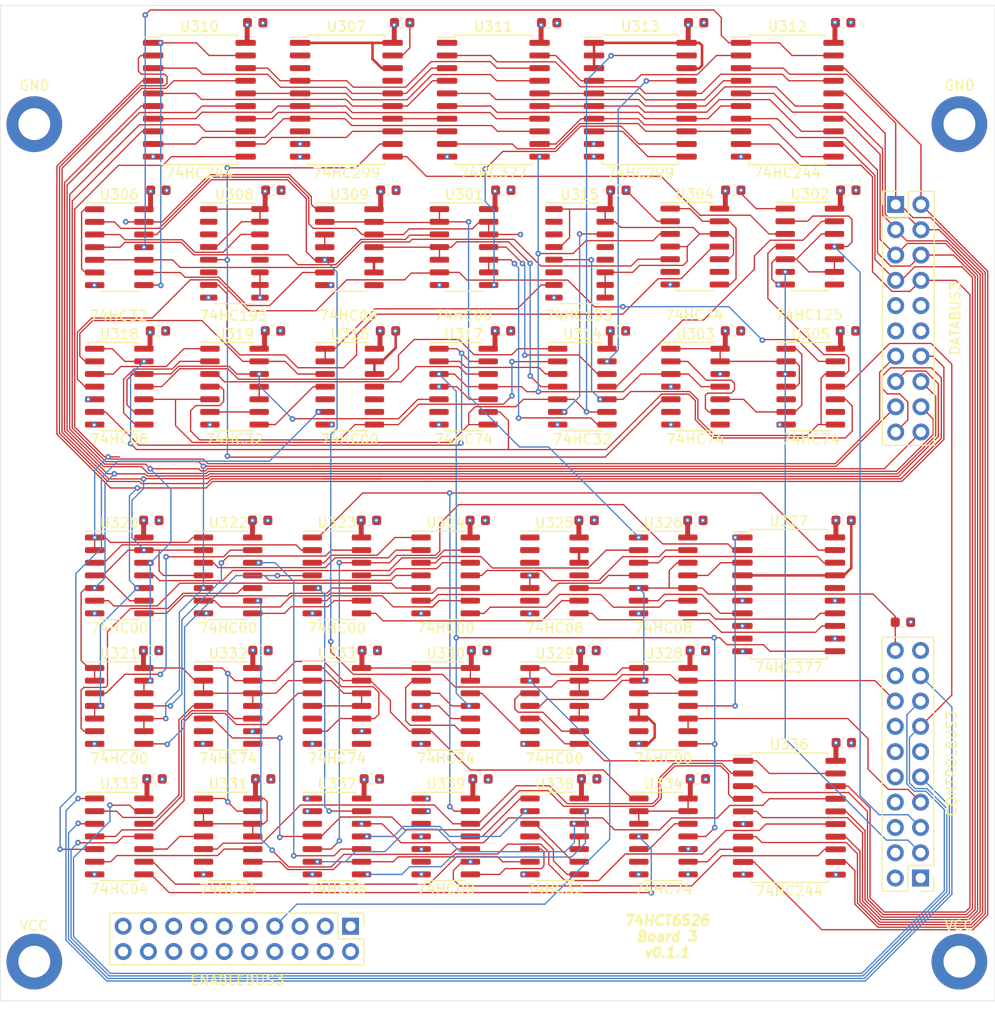
<source format=kicad_pcb>
(kicad_pcb (version 20211014) (generator pcbnew)
  (layers (0 "F.Cu" signal) (1 "In1.Cu" power) (2 "In2.Cu" power) (31 "B.Cu" signal) (34 "B.Paste" user) (35 "F.Paste" user) (36 "B.SilkS" user "B.Silkscreen") (37 "F.SilkS" user "F.Silkscreen") (38 "B.Mask" user) (39 "F.Mask" user) (44 "Edge.Cuts" user))
  (net 0 "")
  (net 1 "TASTART")
  (net 2 "PB6ON")
  (net 3 "CNT")
  (net 4 "PB7ON")
  (net 5 "SP")
  (net 6 "TAOUT")
  (net 7 "PHI2")
  (net 8 "TBOUT")
  (net 9 "~{FLAG}")
  (net 10 "SPMODE")
  (net 11 "TOD")
  (net 12 "TODIN")
  (net 13 "TAPULSE")
  (net 14 "ALARM")
  (net 15 "TBPULSE")
  (net 16 "ENABLE_NAND")
  (net 17 "TODIRQ")
  (net 18 "TARUNMODE")
  (net 19 "~{IRQ}")
  (net 20 "~{RES}")
  (net 21 "D7")
  (net 22 "D6")
  (net 23 "D5")
  (net 24 "D4")
  (net 25 "D3")
  (net 26 "D2")
  (net 27 "D1")
  (net 28 "D0")
  (net 29 "VCC")
  (net 30 "GND")
  (net 31 "DZ0")
  (net 32 "DZ4")
  (net 33 "DZ7")
  (net 34 "DZ3")
  (net 35 "DZ1")
  (net 36 "DZ5")
  (net 37 "DZ6")
  (net 38 "DZ2")
  (net 39 "~{EN6}")
  (net 40 "~{EN5}")
  (net 41 "~{EN7}")
  (net 42 "~{EN4}")
  (net 43 "~{EN14}")
  (net 44 "~{EN13}")
  (net 45 "~{EN12}")
  (net 46 "~{EN11}")
  (net 47 "~{EN10}")
  (net 48 "~{EN9}")
  (net 49 "~{EN8}")
  (net 50 "~{EN15}")
  (net 51 "/~{PHI2}")
  (net 54 "Net-(U304-Pad11)")
  (net 56 "/sdr/sdrInput/INDATA6")
  (net 57 "/sdr/sdrInput/INDATA4")
  (net 58 "/sdr/sdrInput/INDATA2")
  (net 59 "/sdr/sdrInput/INDATA0")
  (net 61 "/sdr/sdrInput/INDATA1")
  (net 62 "/sdr/sdrInput/INDATA3")
  (net 63 "/sdr/sdrInput/INDATA5")
  (net 64 "/sdr/sdrInput/INDATA7")
  (net 71 "Net-(U309-Pad3)")
  (net 72 "/sdr/sdrOutput/OUTDATA0")
  (net 73 "/sdr/sdrOutput/OUTDATA1")
  (net 74 "/sdr/sdrOutput/OUTDATA2")
  (net 75 "/sdr/sdrOutput/OUTDATA3")
  (net 76 "/sdr/sdrOutput/OUTDATA4")
  (net 77 "/sdr/sdrOutput/OUTDATA5")
  (net 78 "/sdr/sdrOutput/OUTDATA6")
  (net 79 "/sdr/sdrOutput/OUTDATA7")
  (net 80 "/sdr/sdrController/~{WRITE}")
  (net 81 "Net-(U303-Pad5)")
  (net 87 "/sdr/sdrController/~{SDRRES}")
  (net 88 "Net-(U304-Pad1)")
  (net 89 "/sdr/sdrController/~{SDRCOUNT}")
  (net 90 "Net-(U313-Pad11)")
  (net 91 "/sdr/sdrController/SDRCOUNT")
  (net 92 "/sdr/sdrController/DONE")
  (net 93 "Net-(U313-Pad17)")
  (net 95 "Net-(U314-Pad1)")
  (net 96 "/sdr/sdrRegister/~{OE12}")
  (net 97 "/sdr/sdrInput/FULL")
  (net 98 "/sdr/sdrController/~{FULL}")
  (net 100 "/sdr/sdrController/S0'")
  (net 101 "Net-(U314-Pad2)")
  (net 102 "Net-(U314-Pad6)")
  (net 103 "Net-(U317-Pad5)")
  (net 104 "/sdr/sdrController/S1'")
  (net 105 "Net-(U317-Pad1)")
  (net 106 "Net-(U316-Pad4)")
  (net 107 "Net-(U316-Pad3)")
  (net 108 "Net-(U303-Pad2)")
  (net 109 "Net-(U301-Pad3)")
  (net 110 "Net-(U306-Pad1)")
  (net 111 "Net-(U306-Pad3)")
  (net 112 "Net-(U306-Pad8)")
  (net 115 "Net-(U303-Pad10)")
  (net 116 "Net-(U318-Pad8)")
  (net 117 "Net-(U301-Pad4)")
  (net 118 "Net-(U301-Pad10)")
  (net 119 "Net-(U301-Pad11)")
  (net 120 "Net-(U302-Pad3)")
  (net 121 "Net-(U302-Pad4)")
  (net 123 "Net-(U302-Pad13)")
  (net 124 "Net-(U319-Pad6)")
  (net 125 "/SDRIRQ")
  (net 126 "Net-(U318-Pad3)")
  (net 127 "Net-(U319-Pad10)")
  (net 128 "Net-(U301-Pad8)")
  (net 129 "/icr/icrControl/ICR4")
  (net 134 "/icr/icrRegister/~{WE12}")
  (net 135 "/icr/icrControl/MASK0")
  (net 136 "/icr/icrControl/MASK1")
  (net 137 "/icr/icrControl/MASK2")
  (net 138 "/icr/icrControl/MASK3")
  (net 139 "/icr/icrControl/MASK4")
  (net 140 "/icr/icrRegister/MASKINT0")
  (net 141 "/icr/icrRegister/MASKINT4")
  (net 142 "/icr/icrRegister/MASKINT3")
  (net 143 "/icr/icrRegister/MASKINT1")
  (net 144 "/icr/icrRegister/MASKINT2")
  (net 145 "/icr/icrControl/~{OE13}")
  (net 146 "/icr/icrControl/ICRCLR")
  (net 147 "/icr/icrControl/~{ICRCLR}")
  (net 148 "Net-(U331-Pad4)")
  (net 149 "/icr/icrControl/ICR0")
  (net 152 "/icr/icrControl/ICR3")
  (net 153 "/icr/icrControl/ICR2")
  (net 156 "/icr/icrControl/ICR1")
  (net 157 "Net-(U334-Pad4)")
  (net 159 "/icr/icrControl/ICR7")
  (net 160 "Net-(U337-Pad8)")
  (net 161 "Net-(U338-Pad3)")
  (net 162 "Net-(U330-Pad2)")
  (net 165 "Net-(U338-Pad10)")
  (net 166 "Net-(U329-Pad3)")
  (net 167 "Net-(U311-Pad1)")
  (net 169 "Net-(U329-Pad10)")
  (net 170 "Net-(U334-Pad12)")
  (net 171 "Net-(U337-Pad6)")
  (net 172 "Net-(U338-Pad4)")
  (net 173 "Net-(U338-Pad5)")
  (net 178 "Net-(U320-Pad3)")
  (net 179 "Net-(U320-Pad8)")
  (net 180 "Net-(U321-Pad3)")
  (net 181 "Net-(U321-Pad6)")
  (net 182 "Net-(U324-Pad11)")
  (net 183 "Net-(U323-Pad11)")
  (net 184 "Net-(U321-Pad8)")
  (net 185 "Net-(U321-Pad11)")
  (net 186 "Net-(U322-Pad11)")
  (net 187 "Net-(U322-Pad6)")
  (net 188 "Net-(U322-Pad3)")
  (net 189 "Net-(U322-Pad8)")
  (net 190 "Net-(U320-Pad11)")
  (net 191 "Net-(U320-Pad6)")
  (net 192 "Net-(U323-Pad3)")
  (net 193 "Net-(U323-Pad6)")
  (net 194 "Net-(U323-Pad8)")
  (net 195 "Net-(U324-Pad3)")
  (net 196 "Net-(U324-Pad6)")
  (net 197 "Net-(U324-Pad8)")
  (net 198 "Net-(U328-Pad12)")
  (net 199 "Net-(U333-Pad1)")
  (net 200 "Net-(U333-Pad3)")
  (net 203 "Net-(U335-Pad9)")
  (net 204 "Net-(U337-Pad11)")
  (net 206 "Net-(U338-Pad1)")
  (net 207 "Net-(U331-Pad10)")
  (net 208 "Net-(U332-Pad4)")
  (net 209 "Net-(U332-Pad10)")
  (footprint "Package_SO:SO-14_3.9x8.65mm_P1.27mm" (layer "F.Cu") (at 111.95 128.48)
    (fp_text reference "U335")
    (fp_text value "74HC04")
  )
  (footprint "Package_SO:SO-14_3.9x8.65mm_P1.27mm" (layer "F.Cu") (at 155.71 128.48)
    (fp_text reference "U338")
    (fp_text value "74HC32")
  )
  (footprint "Capacitor_SMD:C_0603_1608Metric" (layer "F.Cu") (at 173.671665 63.57)
    (fp_text reference "C316")
    (fp_text value "100n")
  )
  (footprint "Capacitor_SMD:C_0603_1608Metric" (layer "F.Cu") (at 184.72 46.74)
    (fp_text reference "C310")
    (fp_text value "100n")
  )
  (footprint "Package_SO:SO-14_3.9x8.65mm_P1.27mm" (layer "F.Cu") (at 133.83 128.48)
    (fp_text reference "U337")
    (fp_text value "74HC08")
  )
  (footprint "Package_SO:SO-14_3.9x8.65mm_P1.27mm" (layer "F.Cu") (at 122.89 115.37)
    (fp_text reference "U332")
    (fp_text value "74HC74")
  )
  (footprint "Package_SO:SO-14_3.9x8.65mm_P1.27mm" (layer "F.Cu") (at 123.534999 83.3)
    (fp_text reference "U319")
    (fp_text value "74HC32")
  )
  (footprint "Capacitor_SMD:C_0603_1608Metric" (layer "F.Cu") (at 148.126 109.8)
    (fp_text reference "C335")
    (fp_text value "100n")
  )
  (footprint "Capacitor_SMD:C_0603_1608Metric" (layer "F.Cu") (at 127.4 77.7)
    (fp_text reference "C309")
    (fp_text value "100n")
  )
  (footprint "Package_SO:SO-14_3.9x8.65mm_P1.27mm" (layer "F.Cu") (at 122.886 102.26)
    (fp_text reference "U322")
    (fp_text value "74HC00")
  )
  (footprint "Package_SO:SO-16_3.9x9.9mm_P1.27mm" (layer "F.Cu") (at 123.513333 69.91)
    (fp_text reference "U308")
    (fp_text value "74HC193")
  )
  (footprint "Capacitor_SMD:C_0603_1608Metric" (layer "F.Cu") (at 140.3875 46.74)
    (fp_text reference "C319")
    (fp_text value "100n")
  )
  (footprint "Package_SO:SOIC-20W_7.5x12.8mm_P1.27mm" (layer "F.Cu") (at 134.775 54.48)
    (fp_text reference "U307")
    (fp_text value "74HC299")
  )
  (footprint "Capacitor_SMD:C_0603_1608Metric" (layer "F.Cu") (at 127.438333 63.57)
    (fp_text reference "C318")
    (fp_text value "100n")
  )
  (footprint "Package_SO:SOIC-20W_7.5x12.8mm_P1.27mm" (layer "F.Cu") (at 120 54.48)
    (fp_text reference "U310")
    (fp_text value "74HC244")
  )
  (footprint "Capacitor_SMD:C_0603_1608Metric" (layer "F.Cu") (at 158.922 96.73)
    (fp_text reference "C333")
    (fp_text value "100n")
  )
  (footprint "Capacitor_SMD:C_0603_1608Metric" (layer "F.Cu") (at 169.86 96.73)
    (fp_text reference "C329")
    (fp_text value "100n")
  )
  (footprint "Capacitor_SMD:C_0603_1608Metric" (layer "F.Cu") (at 137.046 96.73)
    (fp_text reference "C339")
    (fp_text value "100n")
  )
  (footprint "Package_SO:SO-14_3.9x8.65mm_P1.27mm" (layer "F.Cu") (at 181.366666 69.23)
    (fp_text reference "U302")
    (fp_text value "74HC125")
  )
  (footprint "Package_SO:SO-14_3.9x8.65mm_P1.27mm" (layer "F.Cu") (at 144.758 102.26)
    (fp_text reference "U324")
    (fp_text value "74HC00")
  )
  (footprint "Package_SO:SO-14_3.9x8.65mm_P1.27mm" (layer "F.Cu") (at 111.95 102.26)
    (fp_text reference "U320")
    (fp_text value "74HC00")
  )
  (footprint "Capacitor_SMD:C_0603_1608Metric" (layer "F.Cu") (at 125.61 46.74)
    (fp_text reference "C317")
    (fp_text value "100n")
  )
  (footprint "Capacitor_SMD:C_0603_1608Metric" (layer "F.Cu") (at 138.996666 63.57)
    (fp_text reference "C311")
    (fp_text value "100n")
  )
  (footprint "Capacitor_SMD:C_0603_1608Metric" (layer "F.Cu") (at 184.76 96.73)
    (fp_text reference "C326")
    (fp_text value "100n")
  )
  (footprint "Capacitor_SMD:C_0603_1608Metric" (layer "F.Cu") (at 137.338 122.7)
    (fp_text reference "C334")
    (fp_text value "100n")
  )
  (footprint "Package_SO:SO-14_3.9x8.65mm_P1.27mm" (layer "F.Cu") (at 169.803333 69.23)
    (fp_text reference "U304")
    (fp_text value "74HC74")
  )
  (footprint "Capacitor_SMD:C_0603_1608Metric" (layer "F.Cu") (at 150.52 77.7)
    (fp_text reference "C313")
    (fp_text value "100n")
  )
  (footprint "Capacitor_SMD:C_0603_1608Metric" (layer "F.Cu") (at 159.118 109.8)
    (fp_text reference "C330")
    (fp_text value "100n")
  )
  (footprint "Capacitor_SMD:C_0603_1608Metric" (layer "F.Cu") (at 170.11 109.8)
    (fp_text reference "C323")
    (fp_text value "100n")
  )
  (footprint "Package_SO:SO-14_3.9x8.65mm_P1.27mm" (layer "F.Cu") (at 122.89 128.48)
    (fp_text reference "U331")
    (fp_text value "74HC74")
  )
  (footprint "Package_SO:SO-14_3.9x8.65mm_P1.27mm" (layer "F.Cu") (at 111.95 83.3)
    (fp_text reference "U318")
    (fp_text value "74HC08")
  )
  (footprint "Capacitor_SMD:C_0603_1608Metric" (layer "F.Cu") (at 115.15 109.8)
    (fp_text reference "C338")
    (fp_text value "100n")
  )
  (footprint "Package_SO:SO-14_3.9x8.65mm_P1.27mm" (layer "F.Cu") (at 144.77 115.37)
    (fp_text reference "U330")
    (fp_text value "74HC74")
  )
  (footprint "Package_SO:SOIC-20W_7.5x12.8mm_P1.27mm" (layer "F.Cu") (at 164.325 54.48)
    (fp_text reference "U313")
    (fp_text value "74HC299")
  )
  (footprint "Package_SO:SO-14_3.9x8.65mm_P1.27mm" (layer "F.Cu") (at 133.822 102.26)
    (fp_text reference "U323")
    (fp_text value "74HC00")
  )
  (footprint "Package_SO:SO-14_3.9x8.65mm_P1.27mm" (layer "F.Cu") (at 158.496 83.3)
    (fp_text reference "U314")
    (fp_text value "74HC32")
  )
  (footprint "Package_SO:SO-14_3.9x8.65mm_P1.27mm" (layer "F.Cu") (at 146.558 83.3)
    (fp_text reference "U317")
    (fp_text value "74HC74")
  )
  (footprint "Capacitor_SMD:C_0603_1608Metric" (layer "F.Cu") (at 126.142 109.8)
    (fp_text reference "C336")
    (fp_text value "100n")
  )
  (footprint "Capacitor_SMD:C_0603_1608Metric" (layer "F.Cu") (at 185.2 77.7)
    (fp_text reference "C307")
    (fp_text value "100n")
  )
  (footprint "Package_SO:SO-14_3.9x8.65mm_P1.27mm" (layer "F.Cu") (at 181.459999 83.3)
    (fp_text reference "U305")
    (fp_text value "74HC74")
  )
  (footprint "Connector_PinHeader_2.54mm:PinHeader_2x10_P2.54mm_Vertical" (layer "F.Cu") (at 190 65)
    (fp_text reference "DATABUS3")
    (fp_text value "Conn_02x10_Odd_Even")
  )
  (footprint "Package_SO:SOIC-20W_7.5x12.8mm_P1.27mm" (layer "F.Cu") (at 179.31 126.6)
    (fp_text reference "U336")
    (fp_text value "74HC244")
  )
  (footprint "Package_SO:SO-14_3.9x8.65mm_P1.27mm" (layer "F.Cu") (at 146.605 69.28)
    (fp_text reference "U301")
    (fp_text value "74HC00")
  )
  (footprint "Capacitor_SMD:C_0603_1608Metric" (layer "F.Cu") (at 185.23 63.57)
    (fp_text reference "C312")
    (fp_text value "100n")
  )
  (footprint "Package_SO:SO-14_3.9x8.65mm_P1.27mm" (layer "F.Cu") (at 111.95 69.29)
    (fp_text reference "U306")
    (fp_text value "74HC32")
  )
  (footprint "Capacitor_SMD:C_0603_1608Metric" (layer "F.Cu") (at 150.554999 63.57)
    (fp_text reference "C304")
    (fp_text value "100n")
  )
  (footprint "Capacitor_SMD:C_0603_1608Metric" (layer "F.Cu") (at 173.64 77.7)
    (fp_text reference "C315")
    (fp_text value "100n")
  )
  (footprint "Package_SO:SO-16_3.9x9.9mm_P1.27mm" (layer "F.Cu") (at 158.22 69.91)
    (fp_text reference "U315")
    (fp_text value "74HC193")
  )
  (footprint "Capacitor_SMD:C_0603_1608Metric" (layer "F.Cu") (at 115.88 63.57)
    (fp_text reference "C305")
    (fp_text value "100n")
  )
  (footprint "Capacitor_SMD:C_0603_1608Metric" (layer "F.Cu") (at 162.08 77.7)
    (fp_text reference "C303")
    (fp_text value "100n")
  )
  (footprint "Package_SO:SOIC-20W_7.5x12.8mm_P1.27mm" (layer "F.Cu") (at 179.24 104.16)
    (fp_text reference "U327")
    (fp_text value "74HC377")
  )
  (footprint "Capacitor_SMD:C_0603_1608Metric" (layer "F.Cu") (at 184.78 119.06)
    (fp_text reference "C328")
    (fp_text value "100n")
  )
  (footprint "Capacitor_SMD:C_0603_1608Metric" (layer "F.Cu") (at 190.73 106.96)
    (fp_text reference "C340")
    (fp_text value "100n")
  )
  (footprint "Capacitor_SMD:C_0603_1608Metric" (layer "F.Cu") (at 126.108 96.73)
    (fp_text reference "C331")
    (fp_text value "100n")
  )
  (footprint "Package_SO:SOIC-20W_7.5x12.8mm_P1.27mm" (layer "F.Cu") (at 179.1 54.48)
    (fp_text reference "U312")
    (fp_text value "74HC244")
  )
  (footprint "Connector_PinHeader_2.54mm:PinHeader_2x10_P2.54mm_Vertical" (layer "F.Cu") (at 192.5 132.66 180)
    (fp_text reference "CONTROLBUS3")
    (fp_text value "Conn_02x10_Odd_Even")
  )
  (footprint "Package_SO:SO-14_3.9x8.65mm_P1.27mm" (layer "F.Cu") (at 155.694 102.26)
    (fp_text reference "U325")
    (fp_text value "74HC08")
  )
  (footprint "Capacitor_SMD:C_0603_1608Metric" (layer "F.Cu") (at 147.984 96.73)
    (fp_text reference "C324")
    (fp_text value "100n")
  )
  (footprint "Package_SO:SO-14_3.9x8.65mm_P1.27mm" (layer "F.Cu") (at 144.77 128.48)
    (fp_text reference "U339")
    (fp_text value "74HC08")
  )
  (footprint "Capacitor_SMD:C_0603_1608Metric" (layer "F.Cu") (at 115.49 122.7)
    (fp_text reference "C321")
    (fp_text value "100n")
  )
  (footprint "Capacitor_SMD:C_0603_1608Metric" (layer "F.Cu") (at 115.84 77.7)
    (fp_text reference "C301")
    (fp_text value "100n")
  )
  (footprint "Capacitor_SMD:C_0603_1608Metric" (layer "F.Cu") (at 138.96 77.7)
    (fp_text reference "C302")
    (fp_text value "100n")
  )
  (footprint "Capacitor_SMD:C_0603_1608Metric" (layer "F.Cu") (at 115.17 96.73)
    (fp_text reference "C337")
    (fp_text value "100n")
  )
  (footprint "Package_SO:SOIC-20W_7.5x12.8mm_P1.27mm" (layer "F.Cu") (at 149.55 54.48)
    (fp_text reference "U311")
    (fp_text value "74HC377")
  )
  (footprint "Package_SO:SO-14_3.9x8.65mm_P1.27mm" (layer "F.Cu") (at 169.874995 83.3)
    (fp_text reference "U303")
    (fp_text value "74HC74")
  )
  (footprint "Capacitor_SMD:C_0603_1608Metric" (layer "F.Cu") (at 162.113332 63.57)
    (fp_text reference "C308")
    (fp_text value "100n")
  )
  (footprint "Capacitor_SMD:C_0603_1608Metric" (layer "F.Cu") (at 148.262 122.7)
    (fp_text reference "C327")
    (fp_text value "100n")
  )
  (footprint "Package_SO:SO-14_3.9x8.65mm_P1.27mm" (layer "F.Cu") (at 166.65 115.37)
    (fp_text reference "U328")
    (fp_text value "74HC00")
  )
  (footprint "Package_SO:SO-14_3.9x8.65mm_P1.27mm" (layer "F.Cu") (at 166.63 102.26)
    (fp_text reference "U326")
    (fp_text value "74HC08")
  )
  (footprint "Capacitor_SMD:C_0603_1608Metric" (layer "F.Cu") (at 155.165 46.74)
    (fp_text reference "C306")
    (fp_text value "100n")
  )
  (footprint "Package_SO:SO-14_3.9x8.65mm_P1.27mm" (layer "F.Cu") (at 133.83 115.37)
    (fp_text reference "U333")
    (fp_text value "74HC74")
  )
  (footprint "Package_SO:SO-14_3.9x8.65mm_P1.27mm" (layer "F.Cu") (at 111.95 115.37)
    (fp_text reference "U321")
    (fp_text value "74HC00")
  )
  (footprint "MountingHole:MountingHole_2.2mm_M2_DIN965_Pad" (layer "F.Cu") (at 103.406802 56.930538)
    (fp_text reference "GND101" hide)
    (fp_text value "GND")
  )
  (footprint "Capacitor_SMD:C_0603_1608Metric" (layer "F.Cu") (at 126.414 122.7)
    (fp_text reference "C325")
    (fp_text value "100n")
  )
  (footprint "Package_SO:SO-14_3.9x8.65mm_P1.27mm" (layer "F.Cu") (at 135.119998 83.3)
    (fp_text reference "U316")
    (fp_text value "74HC00")
  )
  (footprint "Capacitor_SMD:C_0603_1608Metric" (layer "F.Cu") (at 137.134 109.8)
    (fp_text reference "C322")
    (fp_text value "100n")
  )
  (footprint "Connector_PinHeader_2.54mm:PinHeader_2x10_P2.54mm_Vertical" (layer "F.Cu") (at 135.2 137.5 -90)
    (fp_text reference "ENABLEBUS3")
    (fp_text value "Conn_02x10_Odd_Even")
  )
  (footprint "Capacitor_SMD:C_0603_1608Metric" (layer "F.Cu") (at 170.11 122.7)
    (fp_text reference "C332")
    (fp_text value "100n")
  )
  (footprint "MountingHole:MountingHole_2.2mm_M2_DIN965_Pad" (layer "F.Cu") (at 103.406802 141.055538)
    (fp_text reference "VCC101" hide)
    (fp_text value "VCC")
  )
  (footprint "Package_SO:SO-14_3.9x8.65mm_P1.27mm" (layer "F.Cu") (at 135.076666 69.29)
    (fp_text reference "U309")
    (fp_text value "74HC00")
  )
  (footprint "Capacitor_SMD:C_0603_1608Metric" (layer "F.Cu") (at 159.186 122.7)
    (fp_text reference "C320")
    (fp_text value "100n")
  )
  (footprint "Capacitor_SMD:C_0603_1608Metric" (layer "F.Cu") (at 169.9425 46.74)
    (fp_text reference "C314")
    (fp_text value "100n")
  )
  (footprint "Package_SO:SO-14_3.9x8.65mm_P1.27mm" (layer "F.Cu") (at 166.65 128.48)
    (fp_text reference "U334")
    (fp_text value "74HC74")
  )
  (footprint "Package_SO:SO-14_3.9x8.65mm_P1.27mm" (layer "F.Cu") (at 155.71 115.37)
    (fp_text reference "U329")
    (fp_text value "74HC00")
  )
  (footprint "MountingHole:MountingHole_2.2mm_M2_DIN965_Pad" (layer "F.Cu") (at 196.406802 56.930538)
    (fp_text reference "GND102" hide)
    (fp_text value "GND")
  )
  (footprint "MountingHole:MountingHole_2.2mm_M2_DIN965_Pad" (layer "F.Cu") (at 196.406802 141.055538)
    (fp_text reference "VCC102" hide)
    (fp_text value "VCC")
  )
  (gr_line (start 199.981802 45.005538) (end 99.981802 45.005538) (layer "Edge.Cuts") (width 0.05))
  (gr_line (start 99.981802 145.005538) (end 199.981802 145.005538) (layer "Edge.Cuts") (width 0.05))
  (gr_line (start 99.981802 45.005538) (end 99.981802 145.005538) (layer "Edge.Cuts") (width 0.05))
  (gr_line (start 199.981802 145.005538) (end 199.981802 45.005538) (layer "Edge.Cuts") (width 0.05))
  (gr_text "74HCT6526\nBoard 3\nv0.1.1" (at 167.01 138.53) (layer "F.SilkS") (effects (font (size 1 1) (thickness 0.25) italic)))
  (segment (start 109.475 84.57) (end 108.84 84.57) (width 0.127) (layer "F.Cu") (net 1))
  (segment (start 108.84 84.57) (end 108.83 84.56) (width 0.127) (layer "F.Cu") (net 1))
  (via (at 108.83 84.56) (size 0.56) (drill 0.25) (layers "F.Cu" "B.Cu") (net 1))
  (segment (start 178.9 82.03) (end 178.891666 82.038334) (width 0.127) (layer "F.Cu") (net 3))
  (segment (start 178.984999 82.03) (end 178.9 82.03) (width 0.127) (layer "F.Cu") (net 3))
  (via (at 178.891666 71.768334) (size 0.56) (drill 0.25) (layers "F.Cu" "B.Cu") (net 3))
  (via (at 178.891666 82.038334) (size 0.56) (drill 0.25) (layers "F.Cu" "B.Cu") (net 3))
  (segment (start 189.06 128.85) (end 178.891666 118.681666) (width 0.127) (layer "B.Cu") (net 3))
  (segment (start 178.891666 82.038334) (end 178.891666 71.768334) (width 0.127) (layer "B.Cu") (net 3))
  (segment (start 178.891666 118.681666) (end 178.891666 82.038334) (width 0.127) (layer "B.Cu") (net 3))
  (segment (start 192.5 130.12) (end 191.23 128.85) (width 0.127) (layer "B.Cu") (net 3))
  (segment (start 191.23 128.85) (end 189.06 128.85) (width 0.127) (layer "B.Cu") (net 3))
  (segment (start 179.53 66.68) (end 181.14 66.68) (width 0.127) (layer "F.Cu") (net 5))
  (segment (start 185.27354 66.16354) (end 185.6 66.49) (width 0.127) (layer "F.Cu") (net 5))
  (segment (start 181.65646 66.16354) (end 185.27354 66.16354) (width 0.127) (layer "F.Cu") (net 5))
  (segment (start 181.14 66.68) (end 181.65646 66.16354) (width 0.127) (layer "F.Cu") (net 5))
  (segment (start 185.6 66.49) (end 185.6 68.78) (width 0.127) (layer "F.Cu") (net 5))
  (segment (start 185.15 69.23) (end 183.841666 69.23) (width 0.127) (layer "F.Cu") (net 5))
  (segment (start 185.6 68.78) (end 185.15 69.23) (width 0.127) (layer "F.Cu") (net 5))
  (via (at 183.841666 69.23) (size 0.56) (drill 0.25) (layers "F.Cu" "B.Cu") (net 5))
  (segment (start 188.33 126.3) (end 191.24 126.3) (width 0.127) (layer "B.Cu") (net 5))
  (segment (start 191.24 126.3) (end 191.54 126.6) (width 0.127) (layer "B.Cu") (net 5))
  (segment (start 183.841666 69.23) (end 186.420011 71.808345) (width 0.127) (layer "B.Cu") (net 5))
  (segment (start 186.420011 71.808345) (end 186.420011 124.390011) (width 0.127) (layer "B.Cu") (net 5))
  (segment (start 186.420011 124.390011) (end 188.33 126.3) (width 0.127) (layer "B.Cu") (net 5))
  (segment (start 191.54 126.6) (end 191.54 126.62) (width 0.127) (layer "B.Cu") (net 5))
  (segment (start 191.54 126.62) (end 192.5 127.58) (width 0.127) (layer "B.Cu") (net 5))
  (segment (start 185.19 116.64) (end 169.125 116.64) (width 0.127) (layer "F.Cu") (net 7))
  (segment (start 187.22 118.67) (end 185.19 116.64) (width 0.127) (layer "F.Cu") (net 7))
  (segment (start 191.85 124.38) (end 191.22 123.75) (width 0.127) (layer "F.Cu") (net 7))
  (segment (start 169.125 116.64) (end 169.125 117.91) (width 0.127) (layer "F.Cu") (net 7))
  (segment (start 191.22 123.75) (end 189.25 123.75) (width 0.127) (layer "F.Cu") (net 7))
  (segment (start 187.22 121.72) (end 187.22 118.67) (width 0.127) (layer "F.Cu") (net 7))
  (segment (start 189.25 123.75) (end 187.22 121.72) (width 0.127) (layer "F.Cu") (net 7))
  (segment (start 192.5 125.04) (end 191.85 124.39) (width 0.127) (layer "F.Cu") (net 7))
  (segment (start 191.85 124.39) (end 191.85 124.38) (width 0.127) (layer "F.Cu") (net 7))
  (segment (start 109.475 127.21) (end 107.86 127.21) (width 0.127) (layer "F.Cu") (net 9))
  (segment (start 107.86 127.21) (end 107.81 127.16) (width 0.127) (layer "F.Cu") (net 9))
  (via (at 107.81 127.16) (size 0.56) (drill 0.25) (layers "F.Cu" "B.Cu") (net 9))
  (segment (start 186.836479 142.74352) (end 187.95 141.63) (width 0.127) (layer "B.Cu") (net 9))
  (segment (start 187.95 141.63) (end 195.39352 134.18648) (width 0.127) (layer "B.Cu") (net 9))
  (segment (start 195.39352 125.39352) (end 192.5 122.5) (width 0.127) (layer "B.Cu") (net 9))
  (segment (start 107.81 127.16) (end 106.84296 128.12704) (width 0.127) (layer "B.Cu") (net 9))
  (segment (start 106.84296 138.79296) (end 110.79352 142.74352) (width 0.127) (layer "B.Cu") (net 9))
  (segment (start 110.79352 142.74352) (end 186.836479 142.74352) (width 0.127) (layer "B.Cu") (net 9))
  (segment (start 195.39352 134.18648) (end 195.39352 125.39352) (width 0.127) (layer "B.Cu") (net 9))
  (segment (start 106.84296 128.12704) (end 106.84296 138.79296) (width 0.127) (layer "B.Cu") (net 9))
  (segment (start 140.514 68.02) (end 141.081385 67.452615) (width 0.127) (layer "F.Cu") (net 10))
  (segment (start 136.346 68.02) (end 137.551666 68.02) (width 0.127) (layer "F.Cu") (net 10))
  (segment (start 147.462615 67.437385) (end 148.16 66.74) (width 0.127) (layer "F.Cu") (net 10))
  (segment (start 111.454 66.75) (end 112.105493 67.401493) (width 0.127) (layer "F.Cu") (net 10))
  (segment (start 149.08 66.74) (end 149.08 68) (width 0.127) (layer "F.Cu") (net 10))
  (segment (start 131 64.308532) (end 131 66.942986) (width 0.127) (layer "F.Cu") (net 10))
  (segment (start 112.105493 67.401493) (end 115.958507 67.401493) (width 0.127) (layer "F.Cu") (net 10))
  (segment (start 128.95149 62.260022) (end 131 64.308532) (width 0.127) (layer "F.Cu") (net 10))
  (segment (start 109.475 66.75) (end 111.454 66.75) (width 0.127) (layer "F.Cu") (net 10))
  (segment (start 115.958507 67.401493) (end 121.099978 62.260022) (width 0.127) (layer "F.Cu") (net 10))
  (segment (start 147.462615 67.452615) (end 147.462615 67.437385) (width 0.127) (layer "F.Cu") (net 10))
  (segment (start 135.727493 67.401493) (end 136.346 68.02) (width 0.127) (layer "F.Cu") (net 10))
  (segment (start 152.27 68.01) (end 152.28 68.02) (width 0.127) (layer "F.Cu") (net 10))
  (segment (start 149.08 68.01) (end 152.27 68.01) (width 0.127) (layer "F.Cu") (net 10))
  (segment (start 141.081385 67.452615) (end 147.462615 67.452615) (width 0.127) (layer "F.Cu") (net 10))
  (segment (start 121.099978 62.260022) (end 128.95149 62.260022) (width 0.127) (layer "F.Cu") (net 10))
  (segment (start 137.551666 68.02) (end 140.514 68.02) (width 0.127) (layer "F.Cu") (net 10))
  (segment (start 131 66.942986) (end 131.458507 67.401493) (width 0.127) (layer "F.Cu") (net 10))
  (segment (start 148.16 66.74) (end 149.08 66.74) (width 0.127) (layer "F.Cu") (net 10))
  (segment (start 131.458507 67.401493) (end 135.727493 67.401493) (width 0.127) (layer "F.Cu") (net 10))
  (via (at 152.28 68.02) (size 0.56) (drill 0.25) (layers "F.Cu" "B.Cu") (net 10))
  (segment (start 195.63648 114.28352) (end 192.5 117.42) (width 0.127) (layer "F.Cu") (net 13))
  (segment (start 114.425 128.48) (end 112.34 128.48) (width 0.127) (layer "F.Cu") (net 13))
  (segment (start 112.34 128.48) (end 111.81 129.01) (width 0.127) (layer "F.Cu") (net 13))
  (segment (start 111.81 129.01) (end 111.7 129.12) (width 0.127) (layer "F.Cu") (net 13))
  (segment (start 111.7 129.12) (end 110.72 129.12) (width 0.127) (layer "F.Cu") (net 13))
  (segment (start 189.39 78.96) (end 193.55 78.96) (width 0.127) (layer "F.Cu") (net 13))
  (segment (start 183.934999 83.3) (end 185.05 83.3) (width 0.127) (layer "F.Cu") (net 13))
  (segment (start 107.82 129.12) (end 107.8 129.1) (width 0.127) (layer "F.Cu") (net 13))
  (segment (start 193.55 78.96) (end 195.63648 81.04648) (width 0.127) (layer "F.Cu") (net 13))
  (segment (start 195.63648 81.04648) (end 195.63648 114.28352) (width 0.127) (layer "F.Cu") (net 13))
  (segment (start 110.72 129.12) (end 107.82 129.12) (width 0.127) (layer "F.Cu") (net 13))
  (segment (start 185.05 83.3) (end 189.39 78.96) (width 0.127) (layer "F.Cu") (net 13))
  (via (at 107.8 129.1) (size 0.56) (drill 0.25) (layers "F.Cu" "B.Cu") (net 13))
  (segment (start 110.921469 142.49) (end 107.09648 138.665011) (width 0.127) (layer "B.Cu") (net 13))
  (segment (start 195.14 134.05) (end 186.7 142.49) (width 0.127) (layer "B.Cu") (net 13))
  (segment (start 186.7 142.49) (end 110.921469 142.49) (width 0.127) (layer "B.Cu") (net 13))
  (segment (start 195.14 125.68) (end 195.14 134.05) (width 0.127) (layer "B.Cu") (net 13))
  (segment (start 107.8 129.1) (end 107.09648 129.80352) (width 0.127) (layer "B.Cu") (net 13))
  (segment (start 191.38 123.1) (end 191.955 123.675) (width 0.127) (layer "B.Cu") (net 13))
  (segment (start 107.09648 138.665011) (end 107.09648 130.26352) (width 0.127) (layer "B.Cu") (net 13))
  (segment (start 191.38 118.54) (end 191.38 123.1) (width 0.127) (layer "B.Cu") (net 13))
  (segment (start 193.135 123.675) (end 195.14 125.68) (width 0.127) (layer "B.Cu") (net 13))
  (segment (start 192.5 117.42) (end 191.38 118.54) (width 0.127) (layer "B.Cu") (net 13))
  (segment (start 191.955 123.675) (end 193.135 123.675) (width 0.127) (layer "B.Cu") (net 13))
  (segment (start 107.09648 129.80352) (end 107.09648 130.26352) (width 0.127) (layer "B.Cu") (net 13))
  (segment (start 113.6 125.94) (end 113.24 125.58) (width 0.127) (layer "F.Cu") (net 15))
  (segment (start 113.24 125.58) (end 113 125.34) (width 0.127) (layer "F.Cu") (net 15))
  (segment (start 113 125.34) (end 111.01 125.34) (width 0.127) (layer "F.Cu") (net 15))
  (segment (start 114.425 125.94) (end 113.6 125.94) (width 0.127) (layer "F.Cu") (net 15))
  (via (at 111.01 125.34) (size 0.56) (drill 0.25) (layers "F.Cu" "B.Cu") (net 15))
  (segment (start 194.88648 133.944988) (end 186.594988 142.23648) (width 0.127) (layer "B.Cu") (net 15))
  (segment (start 111.01 125.34) (end 111.01 126.95) (width 0.127) (layer "B.Cu") (net 15))
  (segment (start 111.04648 142.23648) (end 107.35 138.54) (width 0.127) (layer "B.Cu") (net 15))
  (segment (start 191.12648 123.205012) (end 191.849989 123.92852) (width 0.127) (layer "B.Cu") (net 15))
  (segment (start 192.5 114.88) (end 191.12648 116.25352) (width 0.127) (layer "B.Cu") (net 15))
  (segment (start 111.01 126.95) (end 107.35 130.61) (width 0.127) (layer "B.Cu") (net 15))
  (segment (start 107.35 138.54) (end 107.35 130.61) (width 0.127) (layer "B.Cu") (net 15))
  (segment (start 193.029988 123.92852) (end 194.88648 125.785012) (width 0.127) (layer "B.Cu") (net 15))
  (segment (start 191.12648 116.25352) (end 191.12648 123.205012) (width 0.127) (layer "B.Cu") (net 15))
  (segment (start 186.594988 142.23648) (end 111.04648 142.23648) (width 0.127) (layer "B.Cu") (net 15))
  (segment (start 191.849989 123.92852) (end 193.029988 123.92852) (width 0.127) (layer "B.Cu") (net 15))
  (segment (start 194.88648 125.785012) (end 194.88648 133.944988) (width 0.127) (layer "B.Cu") (net 15))
  (segment (start 154.04 113.47) (end 145.71 113.47) (width 0.127) (layer "F.Cu") (net 16))
  (segment (start 155.4 113.47) (end 154.04 113.47) (width 0.127) (layer "F.Cu") (net 16))
  (segment (start 156.04 112.83) (end 155.78 113.09) (width 0.127) (layer "F.Cu") (net 16))
  (segment (start 145.71 113.47) (end 145.31 113.07) (width 0.127) (layer "F.Cu") (net 16))
  (segment (start 145.31 113.07) (end 144.44 112.2) (width 0.127) (layer "F.Cu") (net 16))
  (segment (start 115.698532 68.02) (end 121.20499 62.513542) (width 0.127) (layer "F.Cu") (net 16))
  (segment (start 167.94 112.83) (end 169.125 112.83) (width 0.127) (layer "F.Cu") (net 16))
  (segment (start 130.74648 64.413544) (end 130.74648 69.74648) (width 0.127) (layer "F.Cu") (net 16))
  (segment (start 130.74648 69.74648) (end 131.56 70.56) (width 0.127) (layer "F.Cu") (net 16))
  (segment (start 187.91 112.83) (end 189.96 114.88) (width 0.127) (layer "F.Cu") (net 16))
  (segment (start 144.44 112.2) (end 143.19 112.2) (width 0.127) (layer "F.Cu") (net 16))
  (segment (start 162.52 112.23) (end 167.34 112.23) (width 0.127) (layer "F.Cu") (net 16))
  (segment (start 135.48914 112.2) (end 133.21 109.92086) (width 0.127) (layer "F.Cu") (net 16))
  (segment (start 143.19 112.2) (end 135.48914 112.2) (width 0.127) (layer "F.Cu") (net 16))
  (segment (start 158.185 112.83) (end 161.92 112.83) (width 0.127) (layer "F.Cu") (net 16))
  (segment (start 169.125 112.83) (end 187.91 112.83) (width 0.127) (layer "F.Cu") (net 16))
  (segment (start 121.20499 62.513542) (end 128.846478 62.513542) (width 0.127) (layer "F.Cu") (net 16))
  (segment (start 128.846478 62.513542) (end 130.74648 64.413544) (width 0.127) (layer "F.Cu") (net 16))
  (segment (start 158.185 114.1) (end 158.185 112.83) (width 0.127) (layer "F.Cu") (net 16))
  (segment (start 167.34 112.23) (end 167.94 112.83) (width 0.127) (layer "F.Cu") (net 16))
  (segment (start 131.56 70.56) (end 132.601666 70.56) (width 0.127) (layer "F.Cu") (net 16))
  (segment (start 155.78 113.09) (end 155.4 113.47) (width 0.127) (layer "F.Cu") (net 16))
  (segment (start 114.425 68.02) (end 115.698532 68.02) (width 0.127) (layer "F.Cu") (net 16))
  (segment (start 158.185 112.83) (end 156.04 112.83) (width 0.127) (layer "F.Cu") (net 16))
  (segment (start 133.21 109.92086) (end 133.21 108.91) (width 0.127) (layer "F.Cu") (net 16))
  (segment (start 161.92 112.83) (end 162.52 112.23) (width 0.127) (layer "F.Cu") (net 16))
  (via (at 132.601666 70.56) (size 0.56) (drill 0.25) (layers "F.Cu" "B.Cu") (net 16))
  (via (at 133.21 108.91) (size 0.56) (drill 0.25) (layers "F.Cu" "B.Cu") (net 16))
  (segment (start 133.21 108.91) (end 133.21 88.11) (width 0.127) (layer "B.Cu") (net 16))
  (segment (start 133.21 88.11) (end 133.84 87.48) (width 0.127) (layer "B.Cu") (net 16))
  (segment (start 133.84 87.48) (end 133.84 71.798334) (width 0.127) (layer "B.Cu") (net 16))
  (segment (start 133.84 71.798334) (end 132.601666 70.56) (width 0.127) (layer "B.Cu") (net 16))
  (segment (start 107.81 124.67) (end 109.475 124.67) (width 0.127) (layer "F.Cu") (net 17))
  (segment (start 107.8 124.68) (end 107.81 124.67) (width 0.127) (layer "F.Cu") (net 17))
  (via (at 107.8 124.68) (size 0.56) (drill 0.25) (layers "F.Cu" "B.Cu") (net 17))
  (segment (start 192.5 112.34) (end 195.64704 115.48704) (width 0.127) (layer "B.Cu") (net 17))
  (segment (start 106.58944 138.89944) (end 106.58944 125.89056) (width 0.127) (layer "B.Cu") (net 17))
  (segment (start 106.58944 125.89056) (end 107.8 124.68) (width 0.127) (layer "B.Cu") (net 17))
  (segment (start 186.941491 142.99704) (end 110.68704 142.99704) (width 0.127) (layer "B.Cu") (net 17))
  (segment (start 195.64704 115.48704) (end 195.64704 134.291492) (width 0.127) (layer "B.Cu") (net 17))
  (segment (start 195.64704 134.291492) (end 186.941491 142.99704) (width 0.127) (layer "B.Cu") (net 17))
  (segment (start 110.68704 142.99704) (end 106.58944 138.89944) (width 0.127) (layer "B.Cu") (net 17))
  (via (at 169.125 132.29) (size 0.56) (drill 0.25) (layers "F.Cu" "B.Cu") (net 19))
  (segment (start 162.52 112.8) (end 164.145 112.8) (width 0.127) (layer "F.Cu") (net 20))
  (segment (start 164.175 112.83) (end 164.68 112.83) (width 0.127) (layer "F.Cu") (net 20))
  (segment (start 189.955 106.375) (end 189.955 106.96) (width 0.127) (layer "F.Cu") (net 20))
  (segment (start 167.23 103.53) (end 169.105 103.53) (width 0.127) (layer "F.Cu") (net 20))
  (segment (start 167.23 101.78) (end 167.23 103.53) (width 0.127) (layer "F.Cu") (net 20))
  (segment (start 136.03 66.75) (end 137.551666 66.75) (width 0.127) (layer "F.Cu") (net 20))
  (segment (start 187.71 104.13) (end 189.955 106.375) (width 0.127) (layer "F.Cu") (net 20))
  (segment (start 189.96 106.965) (end 189.955 106.96) (width 0.127) (layer "F.Cu") (net 20))
  (segment (start 170.55 103.53) (end 171.15 104.13) (width 0.127) (layer "F.Cu") (net 20))
  (segment (start 154.26 115.37) (end 154.91 114.72) (width 0.127) (layer "F.Cu") (net 20))
  (segment (start 189.96 109.8) (end 189.96 106.965) (width 0.127) (layer "F.Cu") (net 20))
  (segment (start 169.105 100.99) (end 168.02 100.99) (width 0.127) (layer "F.Cu") (net 20))
  (segment (start 144.18 65.52) (end 144.13 65.47) (width 0.127) (layer "F.Cu") (net 20))
  (segment (start 164.145 112.8) (end 164.175 112.83) (width 0.127) (layer "F.Cu") (net 20))
  (segment (start 171.15 104.13) (end 187.71 104.13) (width 0.127) (layer "F.Cu") (net 20))
  (segment (start 153.235 115.37) (end 154.26 115.37) (width 0.127) (layer "F.Cu") (net 20))
  (segment (start 132.601666 66.75) (end 136.03 66.75) (width 0.127) (layer "F.Cu") (net 20))
  (segment (start 144.135 66.81) (end 144.135 65.54) (width 0.127) (layer "F.Cu") (net 20))
  (segment (start 160.6 114.72) (end 162.52 112.8) (width 0.127) (layer "F.Cu") (net 20))
  (segment (start 189.54 109.8) (end 189.96 109.8) (width 0.127) (layer "F.Cu") (net 20))
  (segment (start 169.105 103.53) (end 170.55 103.53) (width 0.127) (layer "F.Cu") (net 20))
  (segment (start 137.611666 66.81) (end 137.551666 66.75) (width 0.127) (layer "F.Cu") (net 20))
  (segment (start 164.155 103.53) (end 158.169 103.53) (width 0.127) (layer "F.Cu") (net 20))
  (segment (start 168.02 100.99) (end 167.23 101.78) (width 0.127) (layer "F.Cu") (net 20))
  (segment (start 164.155 103.53) (end 167.23 103.53) (width 0.127) (layer "F.Cu") (net 20))
  (segment (start 147.06 66.74) (end 144.13 66.74) (width 0.127) (layer "F.Cu") (net 20))
  (segment (start 154.91 114.72) (end 160.6 114.72) (width 0.127) (layer "F.Cu") (net 20))
  (segment (start 144.135 66.81) (end 137.611666 66.81) (width 0.127) (layer "F.Cu") (net 20))
  (via (at 164.68 112.83) (size 0.56) (drill 0.25) (layers "F.Cu" "B.Cu") (net 20))
  (via (at 164.155 103.53) (size 0.56) (drill 0.25) (layers "F.Cu" "B.Cu") (net 20))
  (via (at 147.06 66.74) (size 0.56) (drill 0.25) (layers "F.Cu" "B.Cu") (net 20))
  (via (at 164.155 98.45) (size 0.56) (drill 0.25) (layers "F.Cu" "B.Cu") (net 20))
  (segment (start 155.1 89.36) (end 152.18 89.36) (width 0.127) (layer "B.Cu") (net 20))
  (segment (start 164.155 98.415) (end 155.1 89.36) (width 0.127) (layer "B.Cu") (net 20))
  (segment (start 164.68 112.83) (end 164.68 104.055) (width 0.127) (layer "B.Cu") (net 20))
  (segment (start 147.06 84.24) (end 147.06 66.74) (width 0.127) (layer "B.Cu") (net 20))
  (segment (start 164.68 104.055) (end 164.155 103.53) (width 0.127) (layer "B.Cu") (net 20))
  (segment (start 164.155 98.45) (end 164.155 98.415) (width 0.127) (layer "B.Cu") (net 20))
  (segment (start 152.18 89.36) (end 147.06 84.24) (width 0.127) (layer "B.Cu") (net 20))
  (segment (start 190 56.83) (end 190 65) (width 0.127) (layer "F.Cu") (net 21))
  (segment (start 174.45 51.305) (end 178.705 51.305) (width 0.127) (layer "F.Cu") (net 21))
  (segment (start 193.501468 66.32) (end 198.99648 71.815012) (width 0.127) (layer "F.Cu") (net 21))
  (segment (start 179.32 51.92) (end 185.09 51.92) (width 0.127) (layer "F.Cu") (net 21))
  (segment (start 185.9 135.281468) (end 185.9 131.92) (width 0.127) (layer "F.Cu") (net 21))
  (segment (start 191.74 66.32) (end 193.501468 66.32) (width 0.127) (layer "F.Cu") (net 21))
  (segment (start 178.705 51.305) (end 179.32 51.92) (width 0.127) (layer "F.Cu") (net 21))
  (segment (start 190 65) (end 190.06 65.06) (width 0.127) (layer "F.Cu") (net 21))
  (segment (start 198.99648 71.815012) (end 198.99648 136.254988) (width 0.127) (layer "F.Cu") (net 21))
  (segment (start 197.654988 137.59648) (end 188.215012 137.59648) (width 0.127) (layer "F.Cu") (net 21))
  (segment (start 185.09 51.92) (end 190 56.83) (width 0.127) (layer "F.Cu") (net 21))
  (segment (start 198.99648 136.254988) (end 197.654988 137.59648) (width 0.127) (layer "F.Cu") (net 21))
  (segment (start 190.06 65.06) (end 190.48 65.06) (width 0.127) (layer "F.Cu") (net 21))
  (segment (start 190.48 65.06) (end 191.74 66.32) (width 0.127) (layer "F.Cu") (net 21))
  (segment (start 188.215012 137.59648) (end 185.9 135.281468) (width 0.127) (layer "F.Cu") (net 21))
  (segment (start 185.025 131.045) (end 183.96 131.045) (width 0.127) (layer "F.Cu") (net 21))
  (segment (start 185.9 131.92) (end 185.025 131.045) (width 0.127) (layer "F.Cu") (net 21))
  (segment (start 182.56 137.85) (end 197.76 137.85) (width 0.127) (layer "F.Cu") (net 22))
  (segment (start 174.66 131.045) (end 175.755 131.045) (width 0.127) (layer "F.Cu") (net 22))
  (segment (start 199.25 136.36) (end 199.25 71.71) (width 0.127) (layer "F.Cu") (net 22))
  (segment (start 197.76 137.85) (end 199.25 136.36) (width 0.127) (layer "F.Cu") (net 22))
  (segment (start 199.25 71.71) (end 192.54 65) (width 0.127) (layer "F.Cu") (net 22))
  (segment (start 192.54 59.011468) (end 192.54 65) (width 0.127) (layer "F.Cu") (net 22))
  (segment (start 183.75 51.305) (end 184.833532 51.305) (width 0.127) (layer "F.Cu") (net 22))
  (segment (start 175.755 131.045) (end 182.56 137.85) (width 0.127) (layer "F.Cu") (net 22))
  (segment (start 184.833532 51.305) (end 192.54 59.011468) (width 0.127) (layer "F.Cu") (net 22))
  (segment (start 198.48944 72.025036) (end 198.48944 136.044964) (width 0.127) (layer "F.Cu") (net 23))
  (segment (start 188.68648 59.42648) (end 188.68648 66.065011) (width 0.127) (layer "F.Cu") (net 23))
  (segment (start 195.124404 68.66) (end 198.48944 72.025036) (width 0.127) (layer "F.Cu") (net 23))
  (segment (start 188.425036 137.08944) (end 186.40704 135.071444) (width 0.127) (layer "F.Cu") (net 23))
  (segment (start 177.745 53.845) (end 179.63 55.73) (width 0.127) (layer "F.Cu") (net 23))
  (segment (start 198.48944 136.044964) (end 197.444964 137.08944) (width 0.127) (layer "F.Cu") (net 23))
  (segment (start 186.40704 135.071444) (end 186.40704 129.95704) (width 0.127) (layer "F.Cu") (net 23))
  (segment (start 190 67.54) (end 191.12 68.66) (width 0.127) (layer "F.Cu") (net 23))
  (segment (start 189.921468 67.3) (end 189.94 67.3) (width 0.127) (layer "F.Cu") (net 23))
  (segment (start 184.955 128.505) (end 183.96 128.505) (width 0.127) (layer "F.Cu") (net 23))
  (segment (start 188.68648 66.065011) (end 189.921468 67.3) (width 0.127) (layer "F.Cu") (net 23))
  (segment (start 174.45 53.845) (end 177.745 53.845) (width 0.127) (layer "F.Cu") (net 23))
  (segment (start 191.12 68.66) (end 195.124404 68.66) (width 0.127) (layer "F.Cu") (net 23))
  (segment (start 197.444964 137.08944) (end 188.425036 137.08944) (width 0.127) (layer "F.Cu") (net 23))
  (segment (start 179.63 55.73) (end 184.99 55.73) (width 0.127) (layer "F.Cu") (net 23))
  (segment (start 189.94 67.3) (end 189.94 67.48) (width 0.127) (layer "F.Cu") (net 23))
  (segment (start 189.94 67.48) (end 190 67.54) (width 0.127) (layer "F.Cu") (net 23))
  (segment (start 184.99 55.73) (end 188.68648 59.42648) (width 0.127) (layer "F.Cu") (net 23))
  (segment (start 186.40704 129.95704) (end 184.955 128.505) (width 0.127) (layer "F.Cu") (net 23))
  (segment (start 189.28 66.3) (end 191.3 66.3) (width 0.127) (layer "F.Cu") (net 24))
  (segment (start 183.75 53.845) (end 184.925 53.845) (width 0.127) (layer "F.Cu") (net 24))
  (segment (start 194.362936 67.54) (end 198.74296 71.920024) (width 0.127) (layer "F.Cu") (net 24))
  (segment (start 197.549976 137.34296) (end 188.320024 137.34296) (width 0.127) (layer "F.Cu") (net 24))
  (segment (start 191.3 66.3) (end 192.54 67.54) (width 0.127) (layer "F.Cu") (net 24))
  (segment (start 175.975 128.505) (end 174.66 128.505) (width 0.127) (layer "F.Cu") (net 24))
  (segment (start 186.15352 130.22352) (end 185.02 129.09) (width 0.127) (layer "F.Cu") (net 24))
  (segment (start 188.94 65.96) (end 189.28 66.3) (width 0.127) (layer "F.Cu") (net 24))
  (segment (start 186.15352 135.176456) (end 186.15352 130.22352) (width 0.127) (layer "F.Cu") (net 24))
  (segment (start 184.925 53.845) (end 188.94 57.86) (width 0.127) (layer "F.Cu") (net 24))
  (segment (start 198.74296 136.149976) (end 197.549976 137.34296) (width 0.127) (layer "F.Cu") (net 24))
  (segment (start 185.02 129.09) (end 176.56 129.09) (width 0.127) (layer "F.Cu") (net 24))
  (segment (start 188.320024 137.34296) (end 186.15352 135.176456) (width 0.127) (layer "F.Cu") (net 24))
  (segment (start 192.54 67.54) (end 194.362936 67.54) (width 0.127) (layer "F.Cu") (net 24))
  (segment (start 188.94 57.86) (end 188.94 65.96) (width 0.127) (layer "F.Cu") (net 24))
  (segment (start 176.56 129.09) (end 175.975 128.505) (width 0.127) (layer "F.Cu") (net 24))
  (segment (start 198.74296 71.920024) (end 198.74296 136.149976) (width 0.127) (layer "F.Cu") (net 24))
  (segment (start 188.530048 136.83592) (end 186.66056 134.966432) (width 0.127) (layer "F.Cu") (net 25))
  (segment (start 197.339952 136.83592) (end 188.530048 136.83592) (width 0.127) (layer "F.Cu") (net 25))
  (segment (start 185.15 126.59) (end 176.64 126.59) (width 0.127) (layer "F.Cu") (net 25))
  (segment (start 191.16648 68.91352) (end 195.019392 68.91352) (width 0.127) (layer "F.Cu") (net 25))
  (segment (start 174.665 125.96) (end 174.66 125.965) (width 0.127) (layer "F.Cu") (net 25))
  (segment (start 195.019392 68.91352) (end 198.23592 72.130048) (width 0.127) (layer "F.Cu") (net 25))
  (segment (start 198.23592 135.939952) (end 197.339952 136.83592) (width 0.127) (layer "F.Cu") (net 25))
  (segment (start 176.01 125.96) (end 174.665 125.96) (width 0.127) (layer "F.Cu") (net 25))
  (segment (start 198.23592 72.130048) (end 198.23592 135.939952) (width 0.127) (layer "F.Cu") (net 25))
  (segment (start 183.75 56.385) (end 184.855 56.385) (width 0.127) (layer "F.Cu") (net 25))
  (segment (start 186.66056 128.10056) (end 185.15 126.59) (width 0.127) (layer "F.Cu") (net 25))
  (segment (start 186.66056 134.966432) (end 186.66056 128.10056) (width 0.127) (layer "F.Cu") (net 25))
  (segment (start 184.855 56.385) (end 188.43296 59.96296) (width 0.127) (layer "F.Cu") (net 25))
  (segment (start 176.64 126.59) (end 176.01 125.96) (width 0.127) (layer "F.Cu") (net 25))
  (segment (start 190 70.08) (end 191.16648 68.91352) (width 0.127) (layer "F.Cu") (net 25))
  (segment (start 188.43296 68.51296) (end 190 70.08) (width 0.127) (layer "F.Cu") (net 25))
  (segment (start 188.43296 59.96296) (end 188.43296 68.51296) (width 0.127) (layer "F.Cu") (net 25))
  (segment (start 188.17 69.87) (end 189.49 71.19) (width 0.127) (layer "F.Cu") (net 26))
  (segment (start 197.9824 135.83494) (end 197.23494 136.5824) (width 0.127) (layer "F.Cu") (net 26))
  (segment (start 184.995 125.965) (end 183.96 125.965) (width 0.127) (layer "F.Cu") (net 26))
  (segment (start 179.99 58.28) (end 184.9 58.28) (width 0.127) (layer "F.Cu") (net 26))
  (segment (start 178.095 56.385) (end 179.99 58.28) (width 0.127) (layer "F.Cu") (net 26))
  (segment (start 186.91408 127.88408) (end 184.995 125.965) (width 0.127) (layer "F.Cu") (net 26))
  (segment (start 197.23494 136.5824) (end 188.63506 136.5824) (width 0.127) (layer "F.Cu") (net 26))
  (segment (start 197.9824 72.23506) (end 197.9824 135.83494) (width 0.127) (layer "F.Cu") (net 26))
  (segment (start 184.9 58.28) (end 188.17 61.55) (width 0.127) (layer "F.Cu") (net 26))
  (segment (start 188.17 61.55) (end 188.17 69.87) (width 0.127) (layer "F.Cu") (net 26))
  (segment (start 186.91408 134.861419) (end 186.91408 127.88408) (width 0.127) (layer "F.Cu") (net 26))
  (segment (start 174.45 56.385) (end 178.095 56.385) (width 0.127) (layer "F.Cu") (net 26))
  (segment (start 192.54 70.08) (end 195.82734 70.08) (width 0.127) (layer "F.Cu") (net 26))
  (segment (start 188.63506 136.5824) (end 186.91408 134.861419) (width 0.127) (layer "F.Cu") (net 26))
  (segment (start 189.49 71.19) (end 191.43 71.19) (width 0.127) (layer "F.Cu") (net 26))
  (segment (start 195.82734 70.08) (end 197.9824 72.23506) (width 0.127) (layer "F.Cu") (net 26))
  (segment (start 191.43 71.19) (end 192.54 70.08) (width 0.127) (layer "F.Cu") (net 26))
  (segment (start 187.91648 62.08648) (end 187.91648 70.53648) (width 0.127) (layer "F.Cu") (net 27))
  (segment (start 190.56 72.62) (end 191.92 71.26) (width 0.127) (layer "F.Cu") (net 27))
  (segment (start 176.63 124.07) (end 175.985 123.425) (width 0.127) (layer "F.Cu") (net 27))
  (segment (start 197.10112 136.32888) (end 188.740072 136.32888) (width 0.127) (layer "F.Cu") (net 27))
  (segment (start 187.91648 70.53648) (end 190 72.62) (width 0.127) (layer "F.Cu") (net 27))
  (segment (start 190 72.62) (end 190.56 72.62) (width 0.127) (layer "F.Cu") (net 27))
  (segment (start 196.648808 71.26) (end 197.72 72.331192) (width 0.127) (layer "F.Cu") (net 27))
  (segment (start 187.1676 134.756407) (end 187.1676 125.9776) (width 0.127) (layer "F.Cu") (net 27))
  (segment (start 197.72 135.71) (end 197.10112 136.32888) (width 0.127) (layer "F.Cu") (net 27))
  (segment (start 175.985 123.425) (end 174.66 123.425) (width 0.127) (layer "F.Cu") (net 27))
  (segment (start 184.755 58.925) (end 187.91648 62.08648) (width 0.127) (layer "F.Cu") (net 27))
  (segment (start 188.740072 136.32888) (end 187.1676 134.756407) (width 0.127) (layer "F.Cu") (net 27))
  (segment (start 185.26 124.07) (end 176.63 124.07) (width 0.127) (layer "F.Cu") (net 27))
  (segment (start 187.1676 125.9776) (end 185.26 124.07) (width 0.127) (layer "F.Cu") (net 27))
  (segment (start 183.75 58.925) (end 184.755 58.925) (width 0.127) (layer "F.Cu") (net 27))
  (segment (start 197.72 72.331192) (end 197.72 135.71) (width 0.127) (layer "F.Cu") (net 27))
  (segment (start 191.92 71.26) (end 196.648808 71.26) (width 0.127) (layer "F.Cu") (net 27))
  (segment (start 192.54 72.62) (end 196.04 72.62) (width 0.127) (layer "F.Cu") (net 28))
  (segment (start 187.42112 134.65112) (end 187.42112 125.63112) (width 0.127) (layer "F.Cu") (net 28))
  (segment (start 192.54 72.62) (end 191.43 73.73) (width 0.127) (layer "F.Cu") (net 28))
  (segment (start 196.04 72.62) (end 197.46648 74.04648) (width 0.127) (layer "F.Cu") (net 28))
  (segment (start 187.66296 71.76296) (end 187.66296 62.21704) (width 0.127) (layer "F.Cu") (net 28))
  (segment (start 174.45 58.925) (end 178.245 58.925) (width 0.127) (layer "F.Cu") (net 28))
  (segment (start 178.245 58.925) (end 180.38 61.06) (width 0.127) (layer "F.Cu") (net 28))
  (segment (start 197.46648 135.604988) (end 196.996108 136.07536) (width 0.127) (layer "F.Cu") (net 28))
  (segment (start 185.215 123.425) (end 183.96 123.425) (width 0.127) (layer "F.Cu") (net 28))
  (segment (start 188.845084 136.07536) (end 188.845084 136.075084) (width 0.127) (layer "F.Cu") (net 28))
  (segment (start 188.845084 136.075084) (end 187.42112 134.65112) (width 0.127) (layer "F.Cu") (net 28))
  (segment (start 180.38 61.06) (end 186.50592 61.06) (width 0.127) (layer "F.Cu") (net 28))
  (segment (start 196.996108 136.07536) (end 188.845084 136.07536) (width 0.127) (layer "F.Cu") (net 28))
  (segment (start 189.63 73.73) (end 187.66296 71.76296) (width 0.127) (layer "F.Cu") (net 28))
  (segment (start 191.43 73.73) (end 189.63 73.73) (width 0.127) (layer "F.Cu") (net 28))
  (segment (start 187.42112 125.63112) (end 185.215 123.425) (width 0.127) (layer "F.Cu") (net 28))
  (segment (start 186.50592 61.06) (end 187.66296 62.21704) (width 0.127) (layer "F.Cu") (net 28))
  (segment (start 197.46648 74.04648) (end 197.46648 135.604988) (width 0.127) (layer "F.Cu") (net 28))
  (segment (start 147.209 96.73) (end 147.209 98.426) (width 0.5) (layer "F.Cu") (net 29))
  (segment (start 149.204995 79.4875) (end 149.715 79.4875) (width 0.5) (layer "F.Cu") (net 29))
  (segment (start 125.365 114.1) (end 125.365 115.37) (width 0.127) (layer "F.Cu") (net 29))
  (segment (start 167.328333 69.23) (end 169.02 69.23) (width 0.127) (layer "F.Cu") (net 29))
  (segment (start 131.355 115.37) (end 136.305 115.37) (width 0.127) (layer "F.Cu") (net 29))
  (segment (start 124.795 48.7475) (end 124.8 48.7425) (width 0.5) (layer "F.Cu") (net 29))
  (segment (start 139.585 48.7575) (end 139.59 48.7525) (width 0.5) (layer "F.Cu") (net 29))
  (segment (start 184.45 79.4825) (end 184.45 77.6975) (width 0.5) (layer "F.Cu") (net 29))
  (segment (start 160.795 73.085) (end 160.795 74.355) (width 0.127) (layer "F.Cu") (net 29))
  (segment (start 127.69 114.1) (end 128.96 112.83) (width 0.127) (layer "F.Cu") (net 29))
  (segment (start 137.704995 65.4875) (end 138.215 65.4875) (width 0.5) (layer "F.Cu") (net 29))
  (segment (start 169.085 96.73) (end 169.085 98.43) (width 0.5) (layer "F.Cu") (net 29))
  (segment (start 172.354995 65.4275) (end 172.865 65.4275) (width 0.5) (layer "F.Cu") (net 29))
  (segment (start 126.49 124.67) (end 126.81 124.99) (width 0.127) (layer "F.Cu") (net 29))
  (segment (start 160.971 79.49) (end 161.31 79.49) (width 0.5) (layer "F.Cu") (net 29))
  (segment (start 125.365 124.67) (end 126.49 124.67) (width 0.127) (layer "F.Cu") (net 29))
  (segment (start 133.24 112.83) (end 134.51 114.1) (width 0.127) (layer "F.Cu") (net 29))
  (segment (start 160.795 71.815) (end 163.555 71.815) (width 0.127) (layer "F.Cu") (net 29))
  (segment (start 173.69648 68.44352) (end 173.69648 70.01648) (width 0.127) (layer "F.Cu") (net 29))
  (segment (start 154.345 48.7575) (end 154.35 48.7525) (width 0.5) (layer "F.Cu") (net 29))
  (segment (start 172.349995 79.49) (end 172.86 79.49) (width 0.5) (layer "F.Cu") (net 29))
  (segment (start 149.715 65.4575) (end 149.72 65.4525) (width 0.5) (layer "F.Cu") (net 29))
  (segment (start 160.784995 65.4775) (end 161.295 65.4775) (width 0.5) (layer "F.Cu") (net 29))
  (segment (start 114.73 122.735) (end 114.73 124.425) (width 0.5) (layer "F.Cu") (net 29))
  (segment (start 170.265 48.765) (end 170.53 49.03) (width 0.254) (layer "F.Cu") (net 29))
  (segment (start 147.49 122.775) (end 147.49 124.465) (width 0.5) (layer "F.Cu") (net 29))
  (segment (start 114.395 96.73) (end 114.395 98.42) (width 0.5) (layer "F.Cu") (net 29))
  (segment (start 157.215 65.465) (end 160.795 65.465) (width 0.127) (layer "F.Cu") (net 29))
  (segment (start 120.938333 69.275) (end 121.695 69.275) (width 0.127) (layer "F.Cu") (net 29))
  (segment (start 169.085 98.43) (end 169.105 98.45) (width 0.5) (layer "F.Cu") (net 29))
  (segment (start 178.984999 80.76) (end 179.87 80.76) (width 0.127) (layer "F.Cu") (net 29))
  (segment (start 180.31 81.2) (end 180.31 82.98) (width 0.127) (layer "F.Cu") (net 29))
  (segment (start 147.14 84.57) (end 149.033 84.57) (width 0.127) (layer "F.Cu") (net 29))
  (segment (start 169.35 122.735) (end 169.35 124.425) (width 0.5) (layer "F.Cu") (net 29))
  (segment (start 114.524995 79.5075) (end 115.035 79.5075) (width 0.5) (layer "F.Cu") (net 29))
  (segment (start 115.035 79.5075) (end 115.04 79.5025) (width 0.5) (layer "F.Cu") (net 29))
  (segment (start 170.53 49.03) (end 170.53 51.041666) (width 0.254) (layer "F.Cu") (net 29))
  (segment (start 120.938333 65.465) (end 126.088333 65.465) (width 0.127) (layer "F.Cu") (net 29))
  (segment (start 147.245 111.56) (end 147.245 112.83) (width 0.127) (layer "F.Cu") (net 29))
  (segment (start 159.675 50.035) (end 159.675 51.305) (width 0.254) (layer "F.Cu") (net 29))
  (segment (start 161.3 65.4725) (end 161.3 63.6875) (width 0.5) (layer "F.Cu") (net 29))
  (segment (start 115.09 65.4625) (end 115.09 63.6775) (width 0.5) (layer "F.Cu") (net 29))
  (segment (start 131.355 112.83) (end 133.24 112.83) (width 0.127) (layer "F.Cu") (net 29))
  (segment (start 138.215 65.4875) (end 138.22 65.4825) (width 0.5) (layer "F.Cu") (net 29))
  (segment (start 169.64 67.31) (end 170.29 67.96) (width 0.127) (layer "F.Cu") (net 29))
  (segment (start 137.405 48.765) (end 139.425 48.765) (width 0.254) (layer "F.Cu") (net 29))
  (segment (start 183.89 48.7525) (end 183.885 48.7575) (width 0.5) (layer "F.Cu") (net 29))
  (segment (start 170.29 67.96) (end 172.278333 67.96) (width 0.127) (layer "F.Cu") (net 29))
  (segment (start 160.795 71.815) (end 160.795 73.085) (width 0.127) (layer "F.Cu") (net 29))
  (segment (start 169.135 48.7475) (end 169.14 48.7425) (width 0.5) (layer "F.Cu") (net 29))
  (segment (start 115.04 79.5025) (end 115.04 77.84) (width 0.5) (layer "F.Cu") (net 29))
  (segment (start 125.333 96.73) (end 125.333 98.422) (width 0.5) (layer "F.Cu") (net 29))
  (segment (start 155.645 69.275) (end 156.265 69.275) (width 0.127) (layer "F.Cu") (net 29))
  (segment (start 169.125 125.94) (end 169.125 124.67) (width 0.127) (layer "F.Cu") (net 29))
  (segment (start 115.085 65.4675) (end 115.09 65.4625) (width 0.5) (layer "F.Cu") (net 29))
  (segment (start 126.625 77.7) (end 126.6125 77.7) (width 0.254) (layer "F.Cu") (net 29))
  (segment (start 126.55 77.67) (end 126.55 77.6375) (width 0.5) (layer "F.Cu") (net 29))
  (segment (start 134.51 114.1) (end 136.305 114.1) (width 0.127) (layer "F.Cu") (net 29))
  (segment (start 126.034995 79.4275) (end 126.545 79.4275) (width 0.5) (layer "F.Cu") (net 29))
  (segment (start 161.31 79.49) (end 161.31 77.705) (width 0.5) (layer "F.Cu") (net 29))
  (segment (start 161.31 77.705) (end 161.305 77.7) (width 0.5) (layer "F.Cu") (net 29))
  (segment (start 162.35 67.31) (end 169.64 67.31) (width 0.127) (layer "F.Cu") (net 29))
  (segment (start 125.64 122.755) (end 125.64 124.445) (width 0.5) (layer "F.Cu") (net 29))
  (segment (start 161.295 65.4775) (end 161.3 65.4725) (width 0.5) (layer "F.Cu") (net 29))
  (segment (start 158.31 109.815) (end 158.31 111.505) (width 0.5) (layer "F.Cu") (net 29))
  (segment (start 155.645 65.465) (end 157.215 65.465) (width 0.127) (layer "F.Cu") (net 29))
  (segment (start 173.21296 70.5) (end 173.69648 70.01648) (width 0.127) (layer "F.Cu") (net 29))
  (segment (start 126.088333 73.085) (end 126.088333 74.355) (width 0.127) (layer "F.Cu") (net 29))
  (segment (start 125.37 109.775) (end 125.37 111.465) (width 0.5) (layer "F.Cu") (net 29))
  (segment (start 138.325 51.305) (end 137.405 50.385) (width 0.254) (layer "F.Cu") (net 29))
  (segment (start 160.795 66.735) (end 160.795 65.465) (width 0.127) (layer "F.Cu") (net 29))
  (segment (start 169.04 70.71) (end 169.04 69.21) (width 0.127) (layer "F.Cu") (net 29))
  (segment (start 183.89 46.7) (end 183.89 48.7525) (width 0.5) (layer "F.Cu") (net 29))
  (segment (start 172.278333 67.96) (end 173.21296 67.96) (width 0.127) (layer "F.Cu") (net 29))
  (segment (start 183.985 96.73) (end 183.985 98.35) (width 0.5) (layer "F.Cu") (net 29))
  (segment (start 169.04 69.21) (end 170.29 67.96) (width 0.127) (layer "F.Cu") (net 29))
  (segment (start 136.305 111.56) (end 142.295 111.56) (width 0.127) (layer "F.Cu") (net 29))
  (segment (start 147.209 98.426) (end 147.233 98.45) (width 0.5) (layer "F.Cu") (net 29))
  (segment (start 172.865 79.485) (end 172.865 77.7) (width 0.5) (layer "F.Cu") (net 29))
  (segment (start 121.695 69.275) (end 124.235 66.735) (width 0.127) (layer "F.Cu") (net 29))
  (segment (start 164.25 71.12) (end 168.63 71.12) (width 0.127) (layer "F.Cu") (net 29))
  (segment (start 169.14 48.7425) (end 169.14 46.9575) (width 0.5) (layer "F.Cu") (net 29))
  (segment (start 156.265 69.275) (end 157.215 68.325) (width 0.127) (layer "F.Cu") (net 29))
  (segment (start 183.914995 65.4075) (end 184.425 65.4075) (width 0.5) (layer "F.Cu") (net 29))
  (segment (start 159.675 48.765) (end 168.975 48.765) (width 0.254) (layer "F.Cu") (net 29))
  (segment (start 138.22 65.4825) (end 138.22 63.6975) (width 0.5) (layer "F.Cu") (net 29))
  (segment (start 138.155 79.4875) (end 138.16 79.4825) (width 0.5) (layer "F.Cu") (net 29))
  (segment (start 126.605 65.4675) (end 126.61 65.4625) (width 0.5) (layer "F.Cu") (net 29))
  (segment (start 183.985 98.35) (end 183.89 98.445) (width 0.5) (layer "F.Cu") (net 29))
  (segment (start 124.235 66.735) (end 126.088333 66.735) (width 0.127) (layer "F.Cu") (net 29))
  (segment (start 128.96 112.83) (end 131.355 112.83) (width 0.127) (layer "F.Cu") (net 29))
  (segment (start 164.175 125.94) (end 169.125 125.94) (width 0.127) (layer "F.Cu") (net 29))
  (segment (start 147.33 109.825) (end 147.33 111.515) (width 0.5) (layer "F.Cu") (net 29))
  (segment (start 173.21296 67.96) (end 173.69648 68.44352) (width 0.127) (layer "F.Cu") (net 29))
  (segment (start 159.675 58.925) (end 159.655 58.925) (width 0.127) (layer "F.Cu") (net 29))
  (segment (start 115.04 77.84) (end 115.04 77.7175) (width 0.5) (layer "F.Cu") (net 29))
  (segment (start 169.13 129.75) (end 169.15 129.73) (width 0.127) (layer "F.Cu") (net 29))
  (segment (start 172.86 79.49) (end 172.865 79.485) (width 0.5) (layer "F.Cu") (net 29))
  (segment (start 169.125 129.75) (end 169.13 129.75) (width 0.127) (layer "F.Cu") (net 29))
  (segment (start 168.63 71.12) (end 169.04 70.71) (width 0.127) (layer "F.Cu") (net 29))
  (segment (start 149.72 79.4825) (end 149.72 77.6975) (width 0.5) (layer "F.Cu") (net 29))
  (segment (start 126.088333 65.465) (end 126.088333 66.735) (width 0.127) (layer "F.Cu") (net 29))
  (segment (start 184.425 65.4075) (end 184.43 65.4025) (width 0.5) (layer "F.Cu") (net 29))
  (segment (start 125.365 127.21) (end 125.365 128.48) (width 0.127) (layer "F.Cu") (net 29))
  (segment (start 138.16 79.4825) (end 138.16 77.6975) (width 0.5) (layer "F.Cu") (net 29))
  (segment (start 169.02 69.23) (end 169.04 69.21) (width 0.127) (layer "F.Cu") (net 29))
  (segment (start 120.415 112.83) (end 119.56 112.83) (width 0.127) (layer "F.Cu") (net 29))
  (segment (start 167.399995 79.49) (end 172.349995 79.49) (width 0.127) (layer "F.Cu") (net 29))
  (segment (start 158.147 96.73) (end 158.147 98.428) (width 0.5) (layer "F.Cu") (net 29))
  (segment (start 178.984999 83.3) (end 179.99 83.3) (width 0.127) (layer "F.Cu") (net 29))
  (segment (start 149.204995 65.4575) (end 149.715 65.4575) (width 0.5) (layer "F.Cu") (net 29))
  (segment (start 161.775 66.735) (end 162.35 67.31) (width 0.127) (layer "F.Cu") (net 29))
  (segment (start 139.59 48.7525) (end 139.59 46.9675) (width 0.5) (layer "F.Cu") (net 29))
  (segment (start 136.305 114.1) (end 136.305 115.37) (width 0.127) (layer "F.Cu") (net 29))
  (segment (start 114.395 98.42) (end 114.425 98.45) (width 0.5) (layer "F.Cu") (net 29))
  (segment (start 172.865 65.4275) (end 172.87 65.4225) (width 0.5) (layer "F.Cu") (net 29))
  (segment (start 126.81 126.88) (end 126.48 127.21) (width 0.127) (layer "F.Cu") (net 29))
  (segment (start 126.48 127.21) (end 125.365 127.21) (width 0.127) (layer "F.Cu") (net 29))
  (segment (start 169.32 109.795) (end 169.32 111.485) (width 0.5) (layer "F.Cu") (net 29))
  (segment (start 125.365 114.1) (end 127.69 114.1) (width 0.127) (layer "F.Cu") (net 29))
  (segment (start 120.415 127.21) (end 125.365 127.21) (width 0.127) (layer "F.Cu") (net 29))
  (segment (start 139.425 51.305) (end 138.325 51.305) (width 0.254) (layer "F.Cu") (net 29))
  (segment (start 170.53 51.041666) (end 170.215833 51.355833) (width 0.254) (layer "F.Cu") (net 29))
  (segment (start 168.975 48.765) (end 170.265 48.765) (width 0.254) (layer "F.Cu") (net 29))
  (segment (start 159.675 48.765) (end 159.675 50.035) (width 0.254) (layer "F.Cu") (net 29))
  (segment (start 126.545 79.4275) (end 126.55 79.4225) (width 0.5) (layer "F.Cu") (net 29))
  (segment (start 119.56 112.83) (end 118.29 111.56) (width 0.127) (layer "F.Cu") (net 29))
  (segment (start 158.41 122.695) (end 158.41 124.385) (width 0.5) (layer "F.Cu") (net 29))
  (segment (start 130.125 58.925) (end 130.13 58.92) (width 0.127) (layer "F.Cu") (net 29))
  (segment (start 145.87 83.3) (end 147.14 84.57) (width 0.127) (layer "F.Cu") (net 29))
  (segment (start 172.349995 80.76) (end 178.984999 80.76) (width 0.127) (layer "F.Cu") (net 29))
  (segment (start 126.81 124.99) (end 126.81 126.88) (width 0.127) (layer "F.Cu") (net 29))
  (segment (start 158.147 98.428) (end 158.169 98.45) (width 0.5) (layer "F.Cu") (net 29))
  (segment (start 142.295 111.56) (end 147.245 111.56) (width 0.127) (layer "F.Cu") (net 29))
  (segment (start 184.43 65.4025) (end 184.43 63.6175) (width 0.5) (layer "F.Cu") (net 29))
  (segment (start 144.083 83.3) (end 145.87 83.3) (width 0.127) (layer "F.Cu") (net 29))
  (segment (start 172.87 65.4225) (end 172.87 63.6375) (width 0.5) (layer "F.Cu") (net 29))
  (segment (start 170.215833 51.355833) (end 169.025833 51.355833) (width 0.254) (layer "F.Cu") (net 29))
  (segment (start 120.415 112.83) (end 120.415 114.1) (width 0.127) (layer "F.Cu") (net 29))
  (segment (start 126.6125 77.7) (end 126.55 77.6375) (width 0.254) (layer "F.Cu") (net 29))
  (segment (start 183.99 119.08) (end 183.99 120.7) (width 0.5) (layer "F.Cu") (net 29))
  (segment (start 179.87 80.76) (end 180.31 81.2) (width 0.127) (layer "F.Cu") (net 29))
  (segment (start 114.38 109.84) (end 114.38 111.53) (width 0.5) (layer "F.Cu") (net 29))
  (segment (start 164.175 127.21) (end 164.175 125.94) (width 0.127) (layer "F.Cu") (net 29))
  (segment (start 163.555 71.815) (end 164.25 71.12) (width 0.127) (layer "F.Cu") (net 29))
  (segment (start 145.33 116.64) (end 147.245 116.64) (width 0.127) (layer "F.Cu") (net 29))
  (segment (start 125.333 98.422) (end 125.361 98.45) (width 0.5) (layer "F.Cu") (net 29))
  (segment (start 172.349995 79.49) (end 172.349995 80.76) (width 0.127) (layer "F.Cu") (net 29))
  (segment (start 142.295 115.37) (end 144.06 115.37) (width 0.127) (layer "F.Cu") (net 29))
  (segment (start 136.56 122.775) (end 136.56 124.465) (width 0.5) (layer "F.Cu") (net 29))
  (segment (start 136.271 96.73) (end 136.271 98.424) (width 0.5) (layer "F.Cu") (net 29))
  (segment (start 144.06 115.37) (end 145.33 116.64) (width 0.127) (layer "F.Cu") (net 29))
  (segment (start 149.72 65.4525) (end 149.72 63.6675) (width 0.5) (layer "F.Cu") (net 29))
  (segment (start 154.35 48.7525) (end 154.35 46.9675) (width 0.5) (layer "F.Cu") (net 29))
  (segment (start 137.405 50.385) (end 137.405 48.765) (width 0.254) (layer "F.Cu") (net 29))
  (segment (start 136.34 109.815) (end 136.34 111.505) (width 0.5) (layer "F.Cu") (net 29))
  (segment (start 120.415 125.94) (end 120.415 127.21) (width 0.127) (layer "F.Cu") (net 29))
  (segment (start 179.99 83.3) (end 180.31 82.98) (width 0.127) (layer "F.Cu") (net 29))
  (segment (start 172.278333 70.5) (end 173.21296 70.5) (width 0.127) (layer "F.Cu") (net 29))
  (segment (start 160.795 66.735) (end 161.775 66.735) (width 0.127) (layer "F.Cu") (net 29))
  (segment (start 126.094995 65.4675) (end 126.605 65.4675) (width 0.5) (layer "F.Cu") (net 29))
  (segment (start 130.125 48.765) (end 137.405 48.765) (width 0.254) (layer "F.Cu") (net 29))
  (segment (start 169.025833 51.355833) (end 168.975 51.305) (width 0.254) (layer "F.Cu") (net 29))
  (segment (start 183.934995 79.4875) (end 184.445 79.4875) (width 0.5) (layer "F.Cu") (net 29))
  (segment (start 184.445 79.4875) (end 184.45 79.4825) (width 0.5) (layer "F.Cu") (net 29))
  (segment (start 159.655 58.925) (end 159.64 58.91) (width 0.127) (layer "F.Cu") (net 29))
  (segment (start 157.215 68.325) (end 157.215 65.465) (width 0.127) (layer "F.Cu") (net 29))
  (segment (start 149.715 79.4875) (end 149.72 79.4825) (width 0.5) (layer "F.Cu") (net 29))
  (segment (start 124.8 48.7425) (end 124.8 46.9575) (width 0.5) (layer "F.Cu") (net 29))
  (segment (start 136.271 98.424) (end 136.297 98.45) (width 0.5) (layer "F.Cu") (net 29))
  (segment (start 126.088333 71.815) (end 126.088333 73.085) (width 0.127) (layer "F.Cu") (net 29))
  (segment (start 126.61 65.4625) (end 126.61 63.6775) (width 0.5) (layer "F.Cu") (net 29))
  (segment (start 126.55 79.4225) (end 126.55 77.67) (width 0.5) (layer "F.Cu") (net 29))
  (segment (start 120.415 114.1) (end 125.365 114.1) (width 0.127) (layer "F.Cu") (net 29))
  (segment (start 118.29 111.56) (end 114.425 111.56) (width 0.127) (layer "F.Cu") (net 29))
  (segment (start 114.574995 65.4675) (end 115.085 65.4675) (width 0.5) (layer "F.Cu") (net 29))
  (segment (start 137.644995 79.4875) (end 138.155 79.4875) (width 0.5) (layer "F.Cu") (net 29))
  (via (at 167.399995 83.3) (size 0.56) (drill 0.25) (layers "F.Cu" "B.Cu") (net 29))
  (via (at 115.04 77.84) (size 0.56) (drill 0.25) (layers "F.Cu" "B.Cu") (net 29))
  (via (at 115.09 63.6775) (size 0.56) (drill 0.25) (layers "F.Cu" "B.Cu") (net 29))
  (via (at 147.335 109.825) (size 0.56) (drill 0.25) (layers "F.Cu" "B.Cu") (net 29))
  (via (at 161.3 63.6875) (size 0.56) (drill 0.25) (layers "F.Cu" "B.Cu") (net 29))
  (via (at 183.985 96.73) (size 0.56) (drill 0.25) (layers "F.Cu" "B.Cu") (net 29))
  (via (at 125.645 122.755) (size 0.56) (drill 0.25) (layers "F.Cu" "B.Cu") (net 29))
  (via (at 114.4 96.73) (size 0.56) (drill 0.25) (layers "F.Cu" "B.Cu") (net 29))
  (via (at 169.15 129.73) (size 0.56) (drill 0.25) (layers "F.Cu" "B.Cu") (net 29))
  (via (at 158.315 109.815) (size 0.56) (drill 0.25) (layers "F.Cu" "B.Cu") (net 29))
  (via (at 169.07 96.72) (size 0.56) (drill 0.25) (layers "F.Cu" "B.Cu") (net 29))
  (via (at 184.45 77.6975) (size 0.56) (drill 0.25) (layers "F.Cu" "B.Cu") (net 29))
  (via (at 126.088333 74.355) (size 0.56) (drill 0.25) (layers "F.Cu" "B.Cu") (net 29))
  (via (at 130.13 58.92) (size 0.56) (drill 0.25) (layers "F.Cu" "B.Cu") (net 29))
  (via (at 139.59 46.9675) (size 0.56) (drill 0.25) (layers "F.Cu" "B.Cu") (net 29))
  (via (at 183.89 46.7) (size 0.56) (drill 0.25) (layers "F.Cu" "B.Cu") (net 29))
  (via (at 142.295 115.37) (size 0.56) (drill 0.25) (layers "F.Cu" "B.Cu") (net 29))
  (via (at 147.495 122.775) (size 0.56) (drill 0.25) (layers "F.Cu" "B.Cu") (net 29))
  (via (at 149.72 63.6675) (size 0.56) (drill 0.25) (layers "F.Cu" "B.Cu") (net 29))
  (via (at 169.355 122.735) (size 0.56) (drill 0.25) (layers "F.Cu" "B.Cu") (net 29))
  (via (at 169.14 46.9575) (size 0.56) (drill 0.25) (layers "F.Cu" "B.Cu") (net 29))
  (via (at 144.083 83.3) (size 0.56) (drill 0.25) (layers "F.Cu" "B.Cu") (net 29))
  (via (at 149.72 77.6975) (size 0.56) (drill 0.25) (layers "F.Cu" "B.Cu") (net 29))
  (via (at 136.25 96.72) (size 0.56) (drill 0.25) (layers "F.Cu" "B.Cu") (net 29))
  (via (at 158.415 122.695) (size 0.56) (drill 0.25) (layers "F.Cu" "B.Cu") (net 29))
  (via (at 169.325 109.795) (size 0.56) (drill 0.25) (layers "F.Cu" "B.Cu") (net 29))
  (via (at 154.35 46.9675) (size 0.56) (drill 0.25) (layers "F.Cu" "B.Cu") (net 29))
  (via (at 184.43 63.6175) (size 0.56) (drill 0.25) (layers "F.Cu" "B.Cu") (net 29))
  (via (at 138.22 63.6975) (size 0.56) (drill 0.25) (layers "F.Cu" "B.Cu") (net 29))
  (via (at 114.735 122.735) (size 0.56) (drill 0.25) (layers "F.Cu" "B.Cu") (net 29))
  (via (at 125.375 109.775) (size 0.56) (drill 0.25) (layers "F.Cu" "B.Cu") (net 29))
  (via (at 125.34 96.74) (size 0.56) (drill 0.25) (layers "F.Cu" "B.Cu") (net 29))
  (via (at 172.865 77.7) (size 0.56) (drill 0.25) (layers "F.Cu" "B.Cu") (net 29))
  (via (at 136.345 109.815) (size 0.56) (drill 0.25) (layers "F.Cu" "B.Cu") (net 29))
  (via (at 172.87 63.6375) (size 0.56) (drill 0.25) (layers "F.Cu" "B.Cu") (net 29))
  (via (at 161.305 77.7) (size 0.56) (drill 0.25) (layers "F.Cu" "B.Cu") (net 29))
  (via (at 147.19 96.73) (size 0.56) (drill 0.25) (layers "F.Cu" "B.Cu") (net 29))
  (via (at 124.8 46.9575) (size 0.56) (drill 0.25) (layers "F.Cu" "B.Cu") (net 29))
  (via (at 126.55 77.6375) (size 0.56) (drill 0.25) (layers "F.Cu" "B.Cu") (net 29))
  (via (at 158.16 96.7) (size 0.56) (drill 0.25) (layers "F.Cu" "B.Cu") (net 29))
  (via (at 136.565 122.775) (size 0.56) (drill 0.25) (layers "F.Cu" "B.Cu") (net 29))
  (via (at 114.385 109.84) (size 0.56) (drill 0.25) (layers "F.Cu" "B.Cu") (net 29))
  (via (at 138.16 77.6975) (size 0.56) (drill 0.25) (layers "F.Cu" "B.Cu") (net 29))
  (via (at 183.99 119.08) (size 0.56) (drill 0.25) (layers "F.Cu" "B.Cu") (net 29))
  (via (at 159.64 58.91) (size 0.56) (drill 0.25) (layers "F.Cu" "B.Cu") (net 29))
  (via (at 126.61 63.6775) (size 0.56) (drill 0.25) (layers "F.Cu" "B.Cu") (net 29))
  (segment (start 164.175 116.64) (end 164.175 115.37) (width 0.254) (layer "F.Cu") (net 30))
  (segment (start 174.66 132.3) (end 174.68 132.28) (width 0.127) (layer "F.Cu") (net 30))
  (segment (start 153.235 132.29) (end 152.6 132.29) (width 0.127) (layer "F.Cu") (net 30))
  (segment (start 159.675 60.195) (end 159.655 60.195) (width 0.127) (layer "F.Cu") (net 30))
  (segment (start 184.795 102.255) (end 185.535 101.515) (width 0.254) (layer "F.Cu") (net 30))
  (segment (start 164.175 119.18) (end 164.175 119.145) (width 0.127) (layer "F.Cu") (net 30))
  (segment (start 142.283 106.073) (end 142.29 106.08) (width 0.5) (layer "F.Cu") (net 30))
  (segment (start 130.87 124.67) (end 130.86 124.68) (width 0.254) (layer "F.Cu") (net 30))
  (segment (start 183.89 102.255) (end 184.795 102.255) (width 0.254) (layer "F.Cu") (net 30))
  (segment (start 178.22 73.04) (end 178.09 73.04) (width 0.127) (layer "F.Cu") (net 30))
  (segment (start 131.355 119.18) (end 131.36 119.18) (width 0.127) (layer "F.Cu") (net 30))
  (segment (start 120.415 119.18) (end 120.38 119.18) (width 0.127) (layer "F.Cu") (net 30))
  (segment (start 109.475 132.29) (end 109.46 132.29) (width 0.127) (layer "F.Cu") (net 30))
  (segment (start 133.2 73.1) (end 133.22 73.08) (width 0.127) (layer "F.Cu") (net 30))
  (segment (start 158.169 100.99) (end 158.169 99.72) (width 0.254) (layer "F.Cu") (net 30))
  (segment (start 131.347 106.07) (end 131.36 106.07) (width 0.5) (layer "F.Cu") (net 30))
  (segment (start 178.09 73.04) (end 177.55 72.5) (width 0.127) (layer "F.Cu") (net 30))
  (segment (start 142.295 125.94) (end 142.99 125.94) (width 0.254) (layer "F.Cu") (net 30))
  (segment (start 165.77 117.22) (end 165.77 118.52) (width 0.254) (layer "F.Cu") (net 30))
  (segment (start 164.175 132.29) (end 164.15 132.29) (width 0.127) (layer "F.Cu") (net 30))
  (segment (start 178.891666 73.04) (end 178.22 73.04) (width 0.127) (layer "F.Cu") (net 30))
  (segment (start 191.505 106.96) (end 191.505 106.955) (width 0.254) (layer "F.Cu") (net 30))
  (segment (start 142.31 129.75) (end 142.32 129.76) (width 0.254) (layer "F.Cu") (net 30))
  (segment (start 153.219 102.26) (end 153.219 103.53) (width 0.127) (layer "F.Cu") (net 30))
  (segment (start 177.55 70.85) (end 177.9 70.5) (width 0.127) (layer "F.Cu") (net 30))
  (segment (start 164.175 116.64) (end 165.19 116.64) (width 0.254) (layer "F.Cu") (net 30))
  (segment (start 142.3 132.29) (end 142.32 132.27) (width 0.127) (layer "F.Cu") (net 30))
  (segment (start 120.411 106.07) (end 120.69 106.07) (width 0.5) (layer "F.Cu") (net 30))
  (segment (start 109.46 132.29) (end 109.45 132.28) (width 0.127) (layer "F.Cu") (net 30))
  (segment (start 142.295 124.67) (end 142.91 124.67) (width 0.254) (layer "F.Cu") (net 30))
  (segment (start 191.505 106.955) (end 191.52 106.94) (width 0.254) (layer "F.Cu") (net 30))
  (segment (start 165.19 116.64) (end 165.77 117.22) (width 0.254) (layer "F.Cu") (net 30))
  (segment (start 177.9 70.5) (end 178.891666 70.5) (width 0.127) (layer "F.Cu") (net 30))
  (segment (start 174.66 127.235) (end 174.66 127.23) (width 0.127) (layer "F.Cu") (net 30))
  (segment (start 164.155 106.075) (end 164.16 106.08) (width 0.5) (layer "F.Cu") (net 30))
  (segment (start 137.551666 70.56) (end 137.551666 71.83) (width 0.254) (layer "F.Cu") (net 30))
  (segment (start 138.37 80.76) (end 139.735 79.395) (width 0.254) (layer "F.Cu") (net 30))
  (segment (start 164.155 106.07) (end 164.155 106.075) (width 0.5) (layer "F.Cu") (net 30))
  (segment (start 185.535 101.515) (end 185.535 96.73) (width 0.254) (layer "F.Cu") (net 30))
  (segment (start 141.16 49.27) (end 141.16 46.75) (width 0.127) (layer "F.Cu") (net 30))
  (segment (start 174.595 109.875) (end 174.61 109.89) (width 0.5) (layer "F.Cu") (net 30))
  (segment (start 153.235 119.18) (end 152.6 119.18) (width 0.127) (layer "F.Cu") (net 30))
  (segment (start 183.96 132.315) (end 183.975 132.315) (width 0.127) (layer "F.Cu") (net 30))
  (segment (start 164.175 119.145) (end 164.17 119.14) (width 0.127) (layer "F.Cu") (net 30))
  (segment (start 137.594998 80.76) (end 138.37 80.76) (width 0.254) (layer "F.Cu") (net 30))
  (segment (start 142.295 128.495) (end 142.3 128.5) (width 0.254) (layer "F.Cu") (net 30))
  (segment (start 172.349995 82.03) (end 172.35 82.03) (width 0.127) (layer "F.Cu") (net 30))
  (segment (start 165.77 118.52) (end 165.1 119.19) (width 0.254) (layer "F.Cu") (net 30))
  (segment (start 109.46 119.18) (end 109.45 119.17) (width 0.127) (layer "F.Cu") (net 30))
  (segment (start 174.59 109.875) (end 174.595 109.875) (width 0.5) (layer "F.Cu") (net 30))
  (segment (start 180 70.5) (end 181.27 71.77) (width 0.127) (layer "F.Cu") (net 30))
  (segment (start 142.91 124.67) (end 142.92 124.68) (width 0.254) (layer "F.Cu") (net 30))
  (segment (start 142.295 132.29) (end 142.3 132.29) (width 0.127) (layer "F.Cu") (net 30))
  (segment (start 180.01 70.5) (end 182.55 67.96) (width 0.127) (layer "F.Cu") (net 30))
  (segment (start 109.475 106.07) (end 109.46 106.07) (width 0.5) (layer "F.Cu") (net 30))
  (segment (start 164.185 119.19) (end 164.175 119.18) (width 0.254) (layer "F.Cu") (net 30))
  (segment (start 142.283 106.07) (end 142.283 106.073) (width 0.5) (layer "F.Cu") (net 30))
  (segment (start 142.295 129.75) (end 142.31 129.75) (width 0.254) (layer "F.Cu") (net 30))
  (segment (start 165.1 119.19) (end 164.185 119.19) (width 0.254) (layer "F.Cu") (net 30))
  (segment (start 159.655 60.195) (end 159.64 60.18) (width 0.127) (layer "F.Cu") (net 30))
  (segment (start 178.891666 70.5) (end 180.01 70.5) (width 0.127) (layer "F.Cu") (net 30))
  (segment (start 178.891666 70.5) (end 180 70.5) (width 0.127) (layer "F.Cu") (net 30))
  (segment (start 120.415 132.295) (end 120.42 132.3) (width 0.127) (layer "F.Cu") (net 30))
  (segment (start 153.219 106.099) (end 153.22 106.1) (width 0.5) (layer "F.Cu") (net 30))
  (segment (start 174.59 102.255) (end 183.89 102.255) (width 0.254) (layer "F.Cu") (net 30))
  (segment (start 178.891666 65.42) (end 175.97 65.42) (width 0.127) (layer "F.Cu") (net 30))
  (segment (start 183.975 132.315) (end 183.98 132.32) (width 0.127) (layer "F.Cu") (net 30))
  (segment (start 137.594998 82.03) (end 137.594998 80.76) (width 0.254) (layer "F.Cu") (net 30))
  (segment (start 142.295 119.18) (end 142.3 119.18) (width 0.127) (layer "F.Cu") (net 30))
  (segment (start 130.125 60.195) (end 130.12 60.2) (width 0.127) (layer "F.Cu") (net 30))
  (segment (start 139.425 50.035) (end 140.395 50.035) (width 0.127) (layer "F.Cu") (net 30))
  (segment (start 132.601666 73.1) (end 133.2 73.1) (width 0.127) (layer "F.Cu") (net 30))
  (segment (start 167.328333 66.69) (end 166.02 66.69) (width 0.127) (layer "F.Cu") (net 30))
  (segment (start 181.27 71.77) (end 183.841666 71.77) (width 0.127) (layer "F.Cu") (net 30))
  (segment (start 174.45 63.9) (end 174.45 63.57) (width 0.127) (layer "F.Cu") (net 30))
  (segment (start 166.02 66.69) (end 162.9 63.57) (width 0.127) (layer "F.Cu") (net 30))
  (segment (start 153.219 106.07) (end 153.219 106.099) (width 0.5) (layer "F.Cu") (net 30))
  (segment (start 182.55 67.96) (end 183.841666 67.96) (width 0.127) (layer "F.Cu") (net 30))
  (segment (start 174.66 132.315) (end 174.66 132.3) (width 0.127) (layer "F.Cu") (net 30))
  (segment (start 177.55 72.5) (end 177.55 70.85) (width 0.127) (layer "F.Cu") (net 30))
  (segment (start 140.395 50.035) (end 141.16 49.27) (width 0.127) (layer "F.Cu") (net 30))
  (segment (start 120.38 119.18) (end 120.36 119.16) (width 0.127) (layer "F.Cu") (net 30))
  (segment (start 109.475 119.18) (end 109.46 119.18) (width 0.127) (layer "F.Cu") (net 30))
  (segment (start 131.355 124.67) (end 130.87 124.67) (width 0.254) (layer "F.Cu") (net 30))
  (segment (start 142.295 128.48) (end 142.295 128.495) (width 0.254) (layer "F.Cu") (net 30))
  (segment (start 131.355 125.94) (end 130.86 125.94) (width 0.254) (layer "F.Cu") (net 30))
  (segment (start 183.841666 71.77) (end 183.841666 70.5) (width 0.127) (layer "F.Cu") (net 30))
  (segment (start 139.735 79.395) (end 139.735 77.7) (width 0.254) (layer "F.Cu") (net 30))
  (segment (start 174.59 107.335) (end 174.59 107.33) (width 0.254) (layer "F.Cu") (net 30))
  (segment (start 120.415 132.29) (end 120.415 132.295) (width 0.127) (layer "F.Cu") (net 30))
  (segment (start 175.97 65.42) (end 174.45 63.9) (width 0.127) (layer "F.Cu") (net 30))
  (via (at 155.96 46.77) (size 0.56) (drill 0.25) (layers "F.Cu" "B.Cu") (net 30))
  (via (at 170.89 122.745) (size 0.56) (drill 0.25) (layers "F.Cu" "B.Cu") (net 30))
  (via (at 109.45 119.17) (size 0.56) (drill 0.25) (layers "F.Cu" "B.Cu") (net 30))
  (via (at 186 63.57) (size 0.56) (drill 0.25) (layers "F.Cu" "B.Cu") (net 30))
  (via (at 137.785 96.73) (size 0.56) (drill 0.25) (layers "F.Cu" "B.Cu") (net 30))
  (via (at 149.03 122.785) (size 0.56) (drill 0.25) (layers "F.Cu" "B.Cu") (net 30))
  (via (at 159.64 60.18) (size 0.56) (drill 0.25) (layers "F.Cu" "B.Cu") (net 30))
  (via (at 152.6 132.29) (size 0.56) (drill 0.25) (layers "F.Cu" "B.Cu") (net 30))
  (via (at 142.3 128.5) (size 0.56) (drill 0.25) (layers "F.Cu" "B.Cu") (net 30))
  (via (at 131.36 119.18) (size 0.56) (drill 0.25) (layers "F.Cu" "B.Cu") (net 30))
  (via (at 115.92 109.85) (size 0.56) (drill 0.25) (layers "F.Cu" "B.Cu") (net 30))
  (via (at 128.26 63.59) (size 0.56) (drill 0.25) (layers "F.Cu" "B.Cu") (net 30))
  (via (at 185.95 77.71) (size 0.56) (drill 0.25) (layers "F.Cu" "B.Cu") (net 30))
  (via (at 144.07 87.12) (size 0.56) (drill 0.25) (layers "F.Cu" "B.Cu") (net 30))
  (via (at 142.29 106.08) (size 0.56) (drill 0.25) (layers "F.Cu" "B.Cu") (net 30))
  (via (at 174.68 132.28) (size 0.56) (drill 0.25) (layers "F.Cu" "B.Cu") (net 30))
  (via (at 159.85 109.825) (size 0.56) (drill 0.25) (layers "F.Cu" "B.Cu") (net 30))
  (via (at 142.92 124.68) (size 0.56) (drill 0.25) (layers "F.Cu" "B.Cu") (net 30))
  (via (at 130.12 60.2) (size 0.56) (drill 0.25) (layers "F.Cu" "B.Cu") (net 30))
  (via (at 170.72 46.73) (size 0.56) (drill 0.25) (layers "F.Cu" "B.Cu") (net 30))
  (via (at 109.45 73.11) (size 0.56) (drill 0.25) (layers "F.Cu" "B.Cu") (net 30))
  (via (at 120.69 106.07) (size 0.56) (drill 0.25) (layers "F.Cu" "B.Cu") (net 30))
  (via (at 156 87.11) (size 0.56) (drill 0.25) (layers "F.Cu" "B.Cu") (net 30))
  (via (at 120.36 119.16) (size 0.56) (drill 0.25) (layers "F.Cu" "B.Cu") (net 30))
  (via (at 138.1 122.785) (size 0.56) (drill 0.25) (layers "F.Cu" "B.Cu") (net 30))
  (via (at 131.36 106.07) (size 0.56) (drill 0.25) (layers "F.Cu" "B.Cu") (net 30))
  (via (at 155.64 74.36) (size 0.56) (drill 0.25) (layers "F.Cu" "B.Cu") (net 30))
  (via (at 144.9 60.2) (size 0.56) (drill 0.25) (layers "F.Cu" "B.Cu") (net 30))
  (via (at 127.18 122.765) (size 0.56) (drill 0.25) (layers "F.Cu" "B.Cu") (net 30))
  (via (at 178.22 73.04) (size 0.56) (drill 0.25) (layers "F.Cu" "B.Cu") (net 30))
  (via (at 164.15 132.29) (size 0.56) (drill 0.25) (layers "F.Cu" "B.Cu") (net 30))
  (via (at 142.32 129.76) (size 0.56) (drill 0.25) (layers "F.Cu" "B.Cu") (net 30))
  (via (at 142.32 132.27) (size 0.56) (drill 0.25) (layers "F.Cu" "B.Cu") (net 30))
  (via (at 148.87 109.835) (size 0.56) (drill 0.25) (layers "F.Cu" "B.Cu") (net 30))
  (via (at 159.95 122.705) (size 0.56) (drill 0.25) (layers "F.Cu" "B.Cu") (net 30))
  (via (at 164.17 119.14) (size 0.56) (drill 0.25) (layers "F.Cu" "B.Cu") (net 30))
  (via (at 139.77 63.55) (size 0.56) (drill 0.25) (layers "F.Cu" "B.Cu") (net 30))
  (via (at 174.45 63.57) (size 0.56) (drill 0.25) (layers "F.Cu" "B.Cu") (net 30))
  (via (at 116.27 122.745) (size 0.56) (drill 0.25) (layers "F.Cu" "B.Cu") (net 30))
  (via (at 167.4 87.11) (size 0.56) (drill 0.25) (layers "F.Cu" "B.Cu") (net 30))
  (via (at 109.45 132.28) (size 0.56) (drill 0.25) (layers "F.Cu" "B.Cu") (net 30))
  (via (at 185.49 46.71) (size 0.56) (drill 0.25) (layers "F.Cu" "B.Cu") (net 30))
  (via (at 170.86 109.805) (size 0.56) (drill 0.25) (layers "F.Cu" "B.Cu") (net 30))
  (via (at 126.875 96.75) (size 0.56) (drill 0.25) (layers "F.Cu" "B.Cu") (net 30))
  (via (at 152.6 119.18) (size 0.56) (drill 0.25) (layers "F.Cu" "B.Cu") (net 30))
  (via (at 130.86 125.94) (size 0.56) (drill 0.25) (layers "F.Cu" "B.Cu") (net 30))
  (via (at 191.52 106.94) (size 0.56) (drill 0.25) (layers "F.Cu" "B.Cu") (net 30))
  (via (at 174.59 107.33) (size 0.56) (drill 0.25) (layers "F.Cu" "B.Cu") (net 30))
  (via (at 153.22 106.1) (size 0.56) (drill 0.25) (layers "F.Cu" "B.Cu") (net 30))
  (via (at 164.16 106.08) (size 0.56) (drill 0.25) (layers "F.Cu" "B.Cu") (net 30))
  (via (at 142.3 119.18) (size 0.56) (drill 0.25) (layers "F.Cu" "B.Cu") (net 30))
  (via (at 174.48 77.71) (size 0.56) (drill 0.25) (layers "F.Cu" "B.Cu") (net 30))
  (via (at 185.52 96.74) (size 0.56) (drill 0.25) (layers "F.Cu" "B.Cu") (net 30))
  (via (at 137.88 109.825) (size 0.56) (drill 0.25) (layers "F.Cu" "B.Cu") (net 30))
  (via (at 120.92 74.35) (size 0.56) (drill 0.25) (layers "F.Cu" "B.Cu") (net 30))
  (via (at 174.66 127.23) (size 0.56) (drill 0.25) (layers "F.Cu" "B.Cu") (net 30))
  (via (at 174.61 109.89) (size 0.56) (drill 0.25) (layers "F.Cu" "B.Cu") (net 30))
  (via (at 109.46 106.07) (size 0.56) (drill 0.25) (layers "F.Cu" "B.Cu") (net 30))
  (via (at 172.35 82.03) (size 0.56) (drill 0.25) (layers "F.Cu" "B.Cu") (net 30))
  (via (at 133.3 87.11) (size 0.56) (drill 0.25) (layers "F.Cu" "B.Cu") (net 30))
  (via (at 141.16 46.75) (size 0.56) (drill 0.25) (layers "F.Cu" "B.Cu") (net 30))
  (via (at 128.14 77.68) (size 0.56) (drill 0.25) (layers "F.Cu" "B.Cu") (net 30))
  (via (at 167.33 73.04) (size 0.56) (drill 0.25) (layers "F.Cu" "B.Cu") (net 30))
  (via (at 116.56 77.68) (size 0.56) (drill 0.25) (layers "F.Cu" "B.Cu") (net 30))
  (via (at 174.44 60.2) (size 0.56) (drill 0.25) (layers "F.Cu" "B.Cu") (net 30))
  (via (at 130.86 124.68) (size 0.56) (drill 0.25) (layers "F.Cu" "B.Cu") (net 30))
  (via (at 178.34 87.11) (size 0.56) (drill 0.25) (layers "F.Cu" "B.Cu") (net 30))
  (via (at 148.725 96.74) (size 0.56) (drill 0.25) (layers "F.Cu" "B.Cu") (net 30))
  (via (at 151.32 77.71) (size 0.56) (drill 0.25) (layers "F.Cu" "B.Cu") (net 30))
  (via (at 153.219 102.26) (size 0.56) (drill 0.25) (layers "F.Cu" "B.Cu") (net 30))
  (via (at 121.05 87.12) (size 0.56) (drill 0.25) (layers "F.Cu" "B.Cu") (net 30))
  (via (at 162.9 63.57) (size 0.56) (drill 0.25) (layers "F.Cu" "B.Cu") (net 30))
  (via (at 126.38 46.77) (size 0.56) (drill 0.25) (layers "F.Cu" "B.Cu") (net 30))
  (via (at 144.13 73.09) (size 0.56) (drill 0.25) (layers "F.Cu" "B.Cu") (net 30))
  (via (at 183.98 132.32) (size 0.56) (drill 0.25) (layers "F.Cu" "B.Cu") (net 30))
  (via (at 151.29 63.54) (size 0.56) (drill 0.25) (layers "F.Cu" "B.Cu") (net 30))
  (via (at 185.525 119.09) (size 0.56) (drill 0.25) (layers "F.Cu" "B.Cu") (net 30))
  (via (at 159.695 96.71) (size 0.56) (drill 0.25) (layers "F.Cu" "B.Cu") (net 30))
  (via (at 162.84 77.76) (size 0.56) (drill 0.25) (layers "F.Cu" "B.Cu") (net 30))
  (via (at 139.7 77.71) (size 0.56) (drill 0.25) (layers "F.Cu" "B.Cu") (net 30))
  (via (at 120.42 132.3) (size 0.56) (drill 0.25) (layers "F.Cu" "B.Cu") (net 30))
  (via (at 115.35 60.195) (size 0.56) (drill 0.25) (layers "F.Cu" "B.Cu") (net 30))
  (via (at 115.935 96.74) (size 0.56) (drill 0.25) (layers "F.Cu" "B.Cu") (net 30))
  (via (at 116.71 63.59) (size 0.56) (drill 0.25) (layers "F.Cu" "B.Cu") (net 30))
  (via (at 170.605 96.73) (size 0.56) (drill 0.25) (layers "F.Cu" "B.Cu") (net 30))
  (via (at 133.22 73.08) (size 0.56) (drill 0.25) (layers "F.Cu" "B.Cu") (net 30))
  (via (at 131.355 132.29) (size 0.56) (drill 0.25) (layers "F.Cu" "B.Cu") (net 30))
  (via (at 142.99 125.94) (size 0.56) (drill 0.25) (layers "F.Cu" "B.Cu") (net 30))
  (via (at 126.91 109.785) (size 0.56) (drill 0.25) (layers "F.Cu" "B.Cu") (net 30))
  (via (at 109.43 87.14) (size 0.56) (drill 0.25) (layers "F.Cu" "B.Cu") (net 30))
  (segment (start 117.195 60.195) (end 116.32 61.07) (width 0.127) (layer "F.Cu") (net 31))
  (segment (start 111.046491 90.576491) (end 120.394039 90.576491) (width 0.127) (layer "F.Cu") (net 31))
  (segment (start 184.505734 90.455734) (end 188.39 86.571468) (width 0.127) (layer "F.Cu") (net 31))
  (segment (start 132.017528 91.042472) (end 183.918996 91.042472) (width 0.127) (layer "F.Cu") (net 31))
  (segment (start 120.394039 90.576491) (end 120.818774 91.001226) (width 0.127) (layer "F.Cu") (net 31))
  (segment (start 188.39 81.85) (end 190 80.24) (width 0.127) (layer "F.Cu") (net 31))
  (segment (start 183.918996 91.042472) (end 184.000734 90.960734) (width 0.127) (layer "F.Cu") (net 31))
  (segment (start 120.860019 91.042472) (end 132.017528 91.042472) (width 0.127) (layer "F.Cu") (net 31))
  (segment (start 184.000734 90.960734) (end 184.505734 90.455734) (width 0.127) (layer "F.Cu") (net 31))
  (segment (start 109.475 99.72) (end 109.475 98.45) (width 0.127) (layer "F.Cu") (net 31))
  (segment (start 111.04002 98.94002) (end 118.827623 98.94002) (width 0.127) (layer "F.Cu") (net 31))
  (segment (start 119.317643 98.45) (end 120.411 98.45) (width 0.127) (layer "F.Cu") (net 31))
  (segment (start 110.83 90.36) (end 111.046491 90.576491) (width 0.127) (layer "F.Cu") (net 31))
  (segment (start 107.47 65.47) (end 107.47 87.35) (width 0.127) (layer "F.Cu") (net 31))
  (segment (start 109.475 98.45) (end 110.55 98.45) (width 0.127) (layer "F.Cu") (net 31))
  (segment (start 110.55 98.45) (end 111.04002 98.94002) (width 0.127) (layer "F.Cu") (net 31))
  (segment (start 124.65 60.195) (end 117.195 60.195) (width 0.127) (layer "F.Cu") (net 31))
  (segment (start 132.017528 91.042472) (end 132.136694 91.042472) (width 0.127) (layer "F.Cu") (net 31))
  (segment (start 120.818774 91.001226) (end 120.860019 91.042472) (width 0.127) (layer "F.Cu") (net 31))
  (segment (start 110.83 90.36) (end 111.22 90.36) (width 0.127) (layer "F.Cu") (net 31))
  (segment (start 116.32 61.07) (end 111.87 61.07) (width 0.127) (layer "F.Cu") (net 31))
  (segment (start 110.48 90.36) (end 110.83 90.36) (width 0.127) (layer "F.Cu") (net 31))
  (segment (start 118.827623 98.94002) (end 119.317643 98.45) (width 0.127) (layer "F.Cu") (net 31))
  (segment (start 110.15 90.03) (end 110.48 90.36) (width 0.127) (layer "F.Cu") (net 31))
  (segment (start 188.39 86.571468) (end 188.39 81.85) (width 0.127) (layer "F.Cu") (net 31))
  (segment (start 183.918987 91.042481) (end 184.000734 90.960734) (width 0.127) (layer "F.Cu") (net 31))
  (segment (start 111.87 61.07) (end 107.47 65.47) (width 0.127) (layer "F.Cu") (net 31))
  (segment (start 107.47 87.35) (end 110.15 90.03) (width 0.127) (layer "F.Cu") (net 31))
  (segment (start 111.22 90.36) (end 111.97 90.36) (width 0.127) (layer "F.Cu") (net 31))
  (via (at 110.83 90.36) (size 0.56) (drill 0.25) (layers "F.Cu" "B.Cu") (net 31))
  (via (at 109.475 98.45) (size 0.56) (drill 0.25) (layers "F.Cu" "B.Cu") (net 31))
  (segment (start 109.475 98.45) (end 109.475 91.715) (width 0.127) (layer "B.Cu") (net 31))
  (segment (start 109.475 91.715) (end 110.83 90.36) (width 0.127) (layer "B.Cu") (net 31))
  (segment (start 113.75704 93.47704) (end 114.970559 93.47704) (width 0.127) (layer "F.Cu") (net 32))
  (segment (start 143.446507 92.817093) (end 190.621439 92.817093) (width 0.127) (layer "F.Cu") (net 32))
  (segment (start 120.675107 93.47704) (end 121.335053 92.817093) (width 0.127) (layer "F.Cu") (net 32))
  (segment (start 109.475 116.64) (end 109.475 115.37) (width 0.127) (layer "F.Cu") (net 32))
  (segment (start 105.68 61.151469) (end 105.68 88.077064) (width 0.127) (layer "F.Cu") (net 32))
  (segment (start 114.256468 52.575) (end 105.68 61.151469) (width 0.127) (layer "F.Cu") (net 32))
  (segment (start 110.811469 93.208531) (end 110.863497 93.260559) (width 0.127) (layer "F.Cu") (net 32))
  (segment (start 110.04 115.37) (end 110.05 115.36) (width 0.127) (layer "F.Cu") (net 32))
  (segment (start 142.714027 92.817093) (end 143.446507 92.817093) (width 0.127) (layer "F.Cu") (net 32))
  (segment (start 110.291469 92.688531) (end 110.811469 93.208531) (width 0.127) (layer "F.Cu") (net 32))
  (segment (start 193.742081 80.24) (end 192.54 80.24) (width 0.127) (layer "F.Cu") (net 32))
  (segment (start 105.68 88.077064) (end 110.291469 92.688531) (width 0.127) (layer "F.Cu") (net 32))
  (segment (start 194.843511 88.595021) (end 194.843511 81.34143) (width 0.127) (layer "F.Cu") (net 32))
  (segment (start 110.811469 93.208531) (end 111.079978 93.47704) (width 0.127) (layer "F.Cu") (net 32))
  (segment (start 114.970559 93.47704) (end 118.30704 93.47704) (width 0.127) (layer "F.Cu") (net 32))
  (segment (start 190.621439 92.817093) (end 194.843511 88.595021) (width 0.127) (layer "F.Cu") (net 32))
  (segment (start 110.291469 92.688531) (end 110.678579 93.075642) (width 0.127) (layer "F.Cu") (net 32))
  (segment (start 115.35 52.575) (end 114.256468 52.575) (width 0.127) (layer "F.Cu") (net 32))
  (segment (start 114.970559 93.47704) (end 114.970559 93.469441) (width 0.127) (layer "F.Cu") (net 32))
  (segment (start 121.335053 92.817093) (end 143.446507 92.817093) (width 0.127) (layer "F.Cu") (net 32))
  (segment (start 109.475 115.37) (end 110.04 115.37) (width 0.127) (layer "F.Cu") (net 32))
  (segment (start 111.079978 93.47704) (end 113.75704 93.47704) (width 0.127) (layer "F.Cu") (net 32))
  (segment (start 118.30704 93.47704) (end 120.675107 93.47704) (width 0.127) (layer "F.Cu") (net 32))
  (segment (start 114.425 103.53) (end 113.76 103.53) (width 0.127) (layer "F.Cu") (net 32))
  (segment (start 113.76 103.53) (end 113.75 103.54) (width 0.127) (layer "F.Cu") (net 32))
  (segment (start 194.843511 81.34143) (end 193.742081 80.24) (width 0.127) (layer "F.Cu") (net 32))
  (via (at 110.05 115.36) (size 0.56) (drill 0.25) (layers "F.Cu" "B.Cu") (net 32))
  (via (at 113.75704 93.47704) (size 0.56) (drill 0.25) (layers "F.Cu" "B.Cu") (net 32))
  (via (at 113.75 103.54) (size 0.56) (drill 0.25) (layers "F.Cu" "B.Cu") (net 32))
  (segment (start 110.05 107.24) (end 113.75 103.54) (width 0.127) (layer "B.Cu") (net 32))
  (segment (start 112.97 94.26408) (end 113.75704 93.47704) (width 0.127) (layer "B.Cu") (net 32))
  (segment (start 110.05 115.36) (end 110.05 107.24) (width 0.127) (layer "B.Cu") (net 32))
  (segment (start 112.97 102.76) (end 112.97 94.26408) (width 0.127) (layer "B.Cu") (net 32))
  (segment (start 113.75 103.54) (end 112.97 102.76) (width 0.127) (layer "B.Cu") (net 32))
  (segment (start 121.12503 92.310053) (end 190.281429 92.310053) (width 0.127) (layer "F.Cu") (net 33))
  (segment (start 115.95 99.72) (end 114.425 99.72) (width 0.127) (layer "F.Cu") (net 33))
  (segment (start 117.423518 52.575) (end 124.65 52.575) (width 0.127) (layer "F.Cu") (net 33))
  (segment (start 106.19296 61.35704) (end 114.206489 53.343511) (width 0.127) (layer "F.Cu") (net 33))
  (segment (start 116.39 102.26) (end 120.411 102.26) (width 0.127) (layer "F.Cu") (net 33))
  (segment (start 193.004993 81.733511) (end 191.046489 81.733511) (width 0.127) (layer "F.Cu") (net 33))
  (segment (start 113.01 104.8) (end 114.425 104.8) (width 0.127) (layer "F.Cu") (net 33))
  (segment (start 110.47 102.26) (end 113.01 104.8) (width 0.127) (layer "F.Cu") (net 33))
  (segment (start 109.475 102.26) (end 110.3 102.26) (width 0.127) (layer "F.Cu") (net 33))
  (segment (start 117.66 99.72) (end 115.95 99.72) (width 0.127) (layer "F.Cu") (net 33))
  (segment (start 110.888602 92.568602) (end 106.19296 87.87296) (width 0.127) (layer "F.Cu") (net 33))
  (segment (start 114.423278 92.53704) (end 120.898043 92.53704) (width 0.127) (layer "F.Cu") (net 33))
  (segment (start 120.898043 92.53704) (end 121.12503 92.310053) (width 0.127) (layer "F.Cu") (net 33))
  (segment (start 119.32 102.26) (end 120.411 102.26) (width 0.127) (layer "F.Cu") (net 33))
  (segment (start 114.206489 53.343511) (end 116.645007 53.343511) (width 0.127) (layer "F.Cu") (net 33))
  (segment (start 120.411 99.72) (end 117.66 99.72) (width 0.127) (layer "F.Cu") (net 33))
  (segment (start 114.391716 92.568602) (end 110.888602 92.568602) (width 0.127) (layer "F.Cu") (net 33))
  (segment (start 116.655007 53.333511) (end 116.665007 53.333511) (width 0.127) (layer "F.Cu") (net 33))
  (segment (start 191.046489 81.733511) (end 190 82.78) (width 0.127) (layer "F.Cu") (net 33))
  (segment (start 115.95 99.72) (end 115.95 101.82) (width 0.127) (layer "F.Cu") (net 33))
  (segment (start 106.19296 87.87296) (end 106.19296 61.35704) (width 0.127) (layer "F.Cu") (net 33))
  (segment (start 190.281429 92.310053) (end 194.276488 88.314994) (width 0.127) (layer "F.Cu") (net 33))
  (segment (start 116.645007 53.343511) (end 116.655007 53.333511) (width 0.127) (layer "F.Cu") (net 33))
  (segment (start 114.420318 92.54) (end 114.391716 92.568602) (width 0.127) (layer "F.Cu") (net 33))
  (segment (start 194.276488 88.314994) (end 194.276489 83.005007) (width 0.127) (layer "F.Cu") (net 33))
  (segment (start 116.665007 53.333511) (end 117.423518 52.575) (width 0.127) (layer "F.Cu") (net 33))
  (segment (start 109.475 102.26) (end 110.47 102.26) (width 0.127) (layer "F.Cu") (net 33))
  (segment (start 114.43 92.54) (end 114.420318 92.54) (width 0.127) (layer "F.Cu") (net 33))
  (segment (start 112.84 99.72) (end 114.425 99.72) (width 0.127) (layer "F.Cu") (net 33))
  (segment (start 115.95 101.82) (end 116.39 102.26) (width 0.127) (layer "F.Cu") (net 33))
  (segment (start 114.391716 92.568602) (end 114.423278 92.53704) (width 0.127) (layer "F.Cu") (net 33))
  (segment (start 194.276489 83.005007) (end 193.004993 81.733511) (width 0.127) (layer "F.Cu") (net 33))
  (segment (start 110.3 102.26) (end 112.84 99.72) (width 0.127) (layer "F.Cu") (net 33))
  (segment (start 114.43 92.55704) (end 114.403278 92.55704) (width 0.127) (layer "F.Cu") (net 33))
  (segment (start 114.403278 92.55704) (end 114.391716 92.568602) (width 0.127) (layer "F.Cu") (net 33))
  (via (at 114.425 99.72) (size 0.56) (drill 0.25) (layers "F.Cu" "B.Cu") (net 33))
  (via (at 114.391716 92.568602) (size 0.56) (drill 0.25) (layers "F.Cu" "B.Cu") (net 33))
  (segment (start 114.391716 93.548284) (end 114.391716 92.568602) (width 0.127) (layer "B.Cu") (net 33))
  (segment (start 114.425 92.601886) (end 114.391716 92.568602) (width 0.127) (layer "B.Cu") (net 33))
  (segment (start 114.425 99.72) (end 114.425 99.675) (width 0.127) (layer "B.Cu") (net 33))
  (segment (start 113.22352 94.71648) (end 114.391716 93.548284) (width 0.127) (layer "B.Cu") (net 33))
  (segment (start 113.22352 98.47352) (end 113.22352 94.71648) (width 0.127) (layer "B.Cu") (net 33))
  (segment (start 114.425 99.675) (end 113.22352 98.47352) (width 0.127) (layer "B.Cu") (net 33))
  (segment (start 194.022977 88.209987) (end 194.022977 84.262977) (width 0.127) (layer "F.Cu") (net 34))
  (segment (start 110.742407 92.056533) (end 106.44648 87.760608) (width 0.127) (layer "F.Cu") (net 34))
  (segment (start 108.11 103.99) (end 108.57 103.53) (width 0.127) (layer "F.Cu") (net 34))
  (segment (start 108.57 103.53) (end 109.475 103.53) (width 0.127) (layer "F.Cu") (net 34))
  (segment (start 113.341951 92.056533) (end 113.34196 92.056542) (width 0.127) (layer "F.Cu") (net 34))
  (segment (start 106.44648 62.80352) (end 114.135 55.115) (width 0.127) (layer "F.Cu") (net 34))
  (segment (start 113.34196 92.056542) (end 114.544338 92.056543) (width 0.127) (layer "F.Cu") (net 34))
  (segment (start 109.475 111.56) (end 108.87 111.56) (width 0.127) (layer "F.Cu") (net 34))
  (segment (start 109.475 112.83) (end 109.475 111.56) (width 0.127) (layer "F.Cu") (net 34))
  (segment (start 115.193014 92.273014) (end 120.803538 92.273014) (width 0.127) (layer "F.Cu") (net 34))
  (segment (start 114.544338 92.056543) (end 114.760808 92.273013) (width 0.127) (layer "F.Cu") (net 34))
  (segment (start 108.87 111.56) (end 108.11 110.8) (width 0.127) (layer "F.Cu") (net 34))
  (segment (start 114.135 55.115) (end 115.35 55.115) (width 0.127) (layer "F.Cu") (net 34))
  (segment (start 194.022977 84.262977) (end 192.54 82.78) (width 0.127) (layer "F.Cu") (net 34))
  (segment (start 111.456533 92.056533) (end 110.742407 92.056533) (width 0.127) (layer "F.Cu") (net 34))
  (segment (start 106.44648 87.760608) (end 106.44648 62.80352) (width 0.127) (layer "F.Cu") (net 34))
  (segment (start 114.760808 92.273013) (end 115.193014 92.273014) (width 0.127) (layer "F.Cu") (net 34))
  (segment (start 190.176421 92.056543) (end 194.022977 88.209987) (width 0.127) (layer "F.Cu") (net 34))
  (segment (start 111.456533 92.056533) (end 113.341951 92.056533) (width 0.127) (layer "F.Cu") (net 34))
  (segment (start 121.020009 92.056543) (end 190.176421 92.056543) (width 0.127) (layer "F.Cu") (net 34))
  (segment (start 120.803538 92.273014) (end 121.020009 92.056543) (width 0.127) (layer "F.Cu") (net 34))
  (segment (start 108.11 110.8) (end 108.11 103.99) (width 0.127) (layer "F.Cu") (net 34))
  (via (at 109.475 103.53) (size 0.56) (drill 0.25) (layers "F.Cu" "B.Cu") (net 34))
  (via (at 111.456533 92.056533) (size 0.56) (drill 0.25) (layers "F.Cu" "B.Cu") (net 34))
  (segment (start 110.51 93.003066) (end 111.456533 92.056533) (width 0.127) (layer "B.Cu") (net 34))
  (segment (start 110.51 102.495) (end 110.51 93.003066) (width 0.127) (layer "B.Cu") (net 34))
  (segment (start 109.475 103.53) (end 110.51 102.495) (width 0.127) (layer "B.Cu") (net 34))
  (segment (start 110.120734 90.359266) (end 110.591479 90.830011) (width 0.127) (layer "F.Cu") (net 35))
  (segment (start 114.215 57.655) (end 115.35 57.655) (width 0.127) (layer "F.Cu") (net 35))
  (segment (start 184.024009 91.295992) (end 190 85.32) (width 0.127) (layer "F.Cu") (net 35))
  (segment (start 120.793999 91.296001) (end 120.794027 91.295973) (width 0.127) (layer "F.Cu") (net 35))
  (segment (start 120.794027 91.295973) (end 120.794008 91.295992) (width 0.127) (layer "F.Cu") (net 35))
  (segment (start 119.930011 90.830011) (end 120.395992 91.295992) (width 0.127) (layer "F.Cu") (net 35))
  (segment (start 120.794008 91.295992) (end 120.395992 91.295992) (width 0.127) (layer "F.Cu") (net 35))
  (segment (start 120.411 103.53) (end 120.41 103.53) (width 0.127) (layer "F.Cu") (net 35))
  (segment (start 131.594008 91.295992) (end 184.024009 91.295992) (width 0.127) (layer "F.Cu") (net 35))
  (segment (start 131.593989 91.295973) (end 131.594008 91.295992) (width 0.127) (layer "F.Cu") (net 35))
  (segment (start 107.21648 87.455012) (end 107.21648 64.65352) (width 0.127) (layer "F.Cu") (net 35))
  (segment (start 107.21648 64.65352) (end 114.215 57.655) (width 0.127) (layer "F.Cu") (net 35))
  (segment (start 120.794027 91.295973) (end 131.593989 91.295973) (width 0.127) (layer "F.Cu") (net 35))
  (segment (start 110.120734 90.359266) (end 107.21648 87.455012) (width 0.127) (layer "F.Cu") (net 35))
  (segment (start 116.62 116.64) (end 114.425 116.64) (width 0.127) (layer "F.Cu") (net 35))
  (segment (start 110.591479 90.830011) (end 119.930011 90.830011) (width 0.127) (layer "F.Cu") (net 35))
  (segment (start 114.425 117.91) (end 114.425 116.64) (width 0.127) (layer "F.Cu") (net 35))
  (via (at 116.62 116.64) (size 0.56) (drill 0.25) (layers "F.Cu" "B.Cu") (net 35))
  (via (at 120.41 103.53) (size 0.56) (drill 0.25) (layers "F.Cu" "B.Cu") (net 35))
  (via (at 120.395992 91.295992) (size 0.56) (drill 0.25) (layers "F.Cu" "B.Cu") (net 35))
  (segment (start 120.41 91.31) (end 120.395992 91.295992) (width 0.127) (layer "B.Cu") (net 35))
  (segment (start 117.98648 113.72352) (end 117.98648 105.95352) (width 0.127) (layer "B.Cu") (net 35))
  (segment (start 117.98648 105.95352) (end 120.41 103.53) (width 0.127) (layer "B.Cu") (net 35))
  (segment (start 120.41 103.53) (end 120.41 91.31) (width 0.127) (layer "B.Cu") (net 35))
  (segment (start 116.62 116.64) (end 116.62 115.09) (width 0.127) (layer "B.Cu") (net 35))
  (segment (start 116.62 115.09) (end 117.98648 113.72352) (width 0.127) (layer "B.Cu") (net 35))
  (segment (start 106.7 87.655596) (end 110.381457 91.337051) (width 0.127) (layer "F.Cu") (net 36))
  (segment (start 114.865816 92.019503) (end 120.695682 92.019503) (width 0.127) (layer "F.Cu") (net 36))
  (segment (start 114.183363 91.337051) (end 114.865816 92.019503) (width 0.127) (layer "F.Cu") (net 36))
  (segment (start 119.62 55.76) (end 114 55.76) (width 0.127) (layer "F.Cu") (net 36))
  (segment (start 193.769467 88.104979) (end 193.769468 86.549468) (width 0.127) (layer "F.Cu") (net 36))
  (segment (start 110.381457 91.337051) (end 114.183363 91.337051) (width 0.127) (layer "F.Cu") (net 36))
  (segment (start 120.265 55.115) (end 119.62 55.76) (width 0.127) (layer "F.Cu") (net 36))
  (segment (start 120.912153 91.803032) (end 190.071414 91.803032) (width 0.127) (layer "F.Cu") (net 36))
  (segment (start 120.695682 92.019503) (end 120.912153 91.803032) (width 0.127) (layer "F.Cu") (net 36))
  (segment (start 106.7 63.06) (end 106.7 87.655596) (width 0.127) (layer "F.Cu") (net 36))
  (segment (start 114 55.76) (end 106.7 63.06) (width 0.127) (layer "F.Cu") (net 36))
  (segment (start 193.769468 86.549468) (end 192.54 85.32) (width 0.127) (layer "F.Cu") (net 36))
  (segment (start 124.65 55.115) (end 120.265 55.115) (width 0.127) (layer "F.Cu") (net 36))
  (segment (start 190.071414 91.803032) (end 193.769467 88.104979) (width 0.127) (layer "F.Cu") (net 36))
  (segment (start 188.65 83.5) (end 189.18 84.03) (width 0.127) (layer "F.Cu") (net 37))
  (segment (start 194.59 82.41) (end 193.59 81.41) (width 0.127) (layer "F.Cu") (net 37))
  (segment (start 114.853933 93.033933) (end 114.591068 93.033933) (width 0.127) (layer "F.Cu") (net 37))
  (segment (start 116.5 51.91) (end 114.16 51.91) (width 0.127) (layer "F.Cu") (net 37))
  (segment (start 113.87 51.62) (end 113.87 50.29) (width 0.127) (layer "F.Cu") (net 37))
  (segment (start 191.22 86.64) (end 190 87.86) (width 0.127) (layer "F.Cu") (net 37))
  (segment (start 114.125 50.035) (end 115.35 50.035) (width 0.127) (layer "F.Cu") (net 37))
  (segment (start 189.47 81.41) (end 188.65 82.23) (width 0.127) (layer "F.Cu") (net 37))
  (segment (start 110.707734 92.746266) (end 110.470734 92.509266) (width 0.127) (layer "F.Cu") (net 37))
  (segment (start 114.16 51.91) (end 113.87 51.62) (width 0.127) (layer "F.Cu") (net 37))
  (segment (start 188.65 82.23) (end 188.65 83.5) (width 0.127) (layer "F.Cu") (net 37))
  (segment (start 116.75 52.83) (end 116.75 52.16) (width 0.127) (layer "F.Cu") (net 37))
  (segment (start 194.589991 88.490009) (end 194.589991 82.410009) (width 0.127) (layer "F.Cu") (net 37))
  (segment (start 194.589991 82.410009) (end 194.59 82.41) (width 0.127) (layer "F.Cu") (net 37))
  (segment (start 189.18 84.03) (end 190.4 84.03) (width 0.127) (layer "F.Cu") (net 37))
  (segment (start 114.11 53.08) (end 116.5 53.08) (width 0.127) (layer "F.Cu") (net 37))
  (segment (start 110.470734 92.509266) (end 105.93944 87.977972) (width 0.127) (layer "F.Cu") (net 37))
  (segment (start 138.231782 92.563573) (end 190.516427 92.563573) (width 0.127) (layer "F.Cu") (net 37))
  (segment (start 110.741523 92.780054) (end 110.707734 92.746266) (width 0.127) (layer "F.Cu") (net 37))
  (segment (start 132.359627 92.563573) (end 138.231782 92.563573) (width 0.127) (layer "F.Cu") (net 37))
  (segment (start 113.980539 92.822122) (end 114.19703 93.038613) (width 0.127) (layer "F.Cu") (net 37))
  (segment (start 190.4 84.03) (end 191.22 84.85) (width 0.127) (layer "F.Cu") (net 37))
  (segment (start 191.22 84.85) (end 191.22 86.64) (width 0.127) (layer "F.Cu") (net 37))
  (segment (start 114.849253 93.038613) (end 114.853933 93.033933) (width 0.127) (layer "F.Cu") (net 37))
  (segment (start 114.102683 92.944266) (end 114.19703 93.038613) (width 0.127) (layer "F.Cu") (net 37))
  (segment (start 113.87 50.29) (end 114.125 50.035) (width 0.127) (layer "F.Cu") (net 37))
  (segment (start 120.376067 93.033933) (end 120.759682 93.033933) (width 0.127) (layer "F.Cu") (net 37))
  (segment (start 120.759682 93.033933) (end 121.230041 92.563573) (width 0.127) (layer "F.Cu") (net 37))
  (segment (start 110.470734 92.509266) (end 110.78359 92.822122) (width 0.127) (layer "F.Cu") (net 37))
  (segment (start 114.853933 93.033933) (end 120.376067 93.033933) (width 0.127) (layer "F.Cu") (net 37))
  (segment (start 114.19703 93.038613) (end 114.849253 93.038613) (width 0.127) (layer "F.Cu") (net 37))
  (segment (start 193.59 81.41) (end 189.47 81.41) (width 0.127) (layer "F.Cu") (net 37))
  (segment (start 110.78359 92.822122) (end 113.980539 92.822122) (width 0.127) (layer "F.Cu") (net 37))
  (segment (start 190.516427 92.563573) (end 194.589991 88.490009) (width 0.127) (layer "F.Cu") (net 37))
  (segment (start 105.93944 87.977972) (end 105.93944 61.25056) (width 0.127) (layer "F.Cu") (net 37))
  (segment (start 116.5 53.08) (end 116.75 52.83) (width 0.127) (layer "F.Cu") (net 37))
  (segment (start 121.230041 92.563573) (end 138.231782 92.563573) (width 0.127) (layer "F.Cu") (net 37))
  (segment (start 105.93944 61.25056) (end 114.11 53.08) (width 0.127) (layer "F.Cu") (net 37))
  (segment (start 116.75 52.16) (end 116.5 51.91) (width 0.127) (layer "F.Cu") (net 37))
  (segment (start 113.97 57) (end 106.96296 64.00704) (width 0.127) (layer "F.Cu") (net 38))
  (segment (start 115.03 100.99) (end 115.06 101.02) (width 0.127) (layer "F.Cu") (net 38))
  (segment (start 114.425 112.83) (end 115.06 112.83) (width 0.127) (layer "F.Cu") (net 38))
  (segment (start 110.486468 91.083531) (end 114.594527 91.083531) (width 0.127) (layer "F.Cu") (net 38))
  (segment (start 188.850497 91.549503) (end 192.54 87.86) (width 0.127) (layer "F.Cu") (net 38))
  (segment (start 120.807165 91.549502) (end 188.850497 91.549503) (width 0.127) (layer "F.Cu") (net 38))
  (segment (start 106.96296 64.00704) (end 106.96296 87.560024) (width 0.127) (layer "F.Cu") (net 38))
  (segment (start 106.96296 87.560024) (end 110.486468 91.083531) (width 0.127) (layer "F.Cu") (net 38))
  (segment (start 120.605 57.655) (end 119.95 57) (width 0.127) (layer "F.Cu") (net 38))
  (segment (start 120.16131 91.765993) (end 120.590674 91.765993) (width 0.127) (layer "F.Cu") (net 38))
  (segment (start 114.594527 91.083531) (end 115.060498 91.549502) (width 0.127) (layer "F.Cu") (net 38))
  (segment (start 119.944819 91.549502) (end 120.16131 91.765993) (width 0.127) (layer "F.Cu") (net 38))
  (segment (start 120.590674 91.765993) (end 120.807165 91.549502) (width 0.127) (layer "F.Cu") (net 38))
  (segment (start 114.425 100.99) (end 115.03 100.99) (width 0.127) (layer "F.Cu") (net 38))
  (segment (start 115.060498 91.549502) (end 119.944819 91.549502) (width 0.127) (layer "F.Cu") (net 38))
  (segment (start 124.65 57.655) (end 120.605 57.655) (width 0.127) (layer "F.Cu") (net 38))
  (segment (start 114.425 114.1) (end 114.425 112.83) (width 0.127) (layer "F.Cu") (net 38))
  (segment (start 119.95 57) (end 113.97 57) (width 0.127) (layer "F.Cu") (net 38))
  (via (at 115.06 101.02) (size 0.56) (drill 0.25) (layers "F.Cu" "B.Cu") (net 38))
  (via (at 115.06 112.83) (size 0.56) (drill 0.25) (layers "F.Cu" "B.Cu") (net 38))
  (via (at 115.060498 91.549502) (size 0.56) (drill 0.25) (layers "F.Cu" "B.Cu") (net 38))
  (segment (start 115.06 101.02) (end 115.06 112.83) (width 0.127) (layer "B.Cu") (net 38))
  (segment (start 115.06 101.02) (end 117.14 98.94) (width 0.127) (layer "B.Cu") (net 38))
  (segment (start 115.06 91.55) (end 115.060498 91.549502) (width 0.127) (layer "B.Cu") (net 38))
  (segment (start 117.14 93.629004) (end 115.060498 91.549502) (width 0.127) (layer "B.Cu") (net 38))
  (segment (start 117.14 98.94) (end 117.14 93.629004) (width 0.127) (layer "B.Cu") (net 38))
  (segment (start 155.39 112.2) (end 161.9 112.2) (width 0.127) (layer "F.Cu") (net 44))
  (segment (start 154.75 111.56) (end 155.39 112.2) (width 0.127) (layer "F.Cu") (net 44))
  (segment (start 161.9 112.2) (end 162.54 111.56) (width 0.127) (layer "F.Cu") (net 44))
  (segment (start 162.54 111.56) (end 164.175 111.56) (width 0.127) (layer "F.Cu") (net 44))
  (segment (start 153.235 112.83) (end 153.235 111.56) (width 0.127) (layer "F.Cu") (net 44))
  (segment (start 153.235 111.56) (end 154.75 111.56) (width 0.127) (layer "F.Cu") (net 44))
  (via (at 153.235 112.83) (size 0.56) (drill 0.25) (layers "F.Cu" "B.Cu") (net 44))
  (segment (start 127.58 137.5) (end 129.8 135.28) (width 0.127) (layer "B.Cu") (net 44))
  (segment (start 161.25 128.77) (end 161.25 120.84) (width 0.127) (layer "B.Cu") (net 44))
  (segment (start 129.8 135.28) (end 154.74 135.28) (width 0.127) (layer "B.Cu") (net 44))
  (segment (start 153.24 112.83) (end 153.235 112.83) (width 0.127) (layer "B.Cu") (net 44))
  (segment (start 161.25 120.84) (end 153.24 112.83) (width 0.127) (layer "B.Cu") (net 44))
  (segment (start 154.74 135.28) (end 161.25 128.77) (width 0.127) (layer "B.Cu") (net 44))
  (segment (start 132.601666 65.48) (end 131.74 65.48) (width 0.127) (layer "F.Cu") (net 45))
  (segment (start 131.25352 64.203521) (end 129.056502 62.006502) (width 0.127) (layer "F.Cu") (net 45))
  (segment (start 120.993498 62.006502) (end 116.25 66.75) (width 0.127) (layer "F.Cu") (net 45))
  (segment (start 129.056502 62.006502) (end 120.993498 62.006502) (width 0.127) (layer "F.Cu") (net 45))
  (segment (start 116.25 66.75) (end 114.425 66.75) (width 0.127) (layer "F.Cu") (net 45))
  (segment (start 112.61 66.75) (end 112.6 66.74) (width 0.127) (layer "F.Cu") (net 45))
  (segment (start 131.25352 64.99352) (end 131.25352 64.203521) (width 0.127) (layer "F.Cu") (net 45))
  (segment (start 114.425 66.75) (end 112.61 66.75) (width 0.127) (layer "F.Cu") (net 45))
  (segment (start 131.74 65.48) (end 131.25352 64.99352) (width 0.127) (layer "F.Cu") (net 45))
  (via (at 112.6 66.74) (size 0.56) (drill 0.25) (layers "F.Cu" "B.Cu") (net 45))
  (segment (start 171.79 119.18) (end 171.81 119.2) (width 0.127) (layer "F.Cu") (net 51))
  (segment (start 169.17 82.03) (end 167.399995 82.03) (width 0.127) (layer "F.Cu") (net 51))
  (segment (start 154.07 83.81) (end 162.61 83.81) (width 0.127) (layer "F.Cu") (net 51))
  (segment (start 165.61 68.64) (end 158.86 68.64) (width 0.127) (layer "F.Cu") (net 51))
  (segment (start 145.38 115.37) (end 147.1 115.37) (width 0.127) (layer "F.Cu") (net 51))
  (segment (start 166.29 67.96) (end 165.61 68.64) (width 0.127) (layer "F.Cu") (net 51))
  (segment (start 172.349995 83.3) (end 170.44 83.3) (width 0.127) (layer "F.Cu") (net 51))
  (segment (start 177.355 109.875) (end 176.7 109.22) (width 0.127) (layer "F.Cu") (net 51))
  (segment (start 183.89 109.875) (end 177.355 109.875) (width 0.127) (layer "F.Cu") (net 51))
  (segment (start 145.64 82.03) (end 144.083 82.03) (width 0.127) (layer "F.Cu") (net 51))
  (segment (start 173.01 109.22) (end 172.309989 108.519989) (width 0.127) (layer "F.Cu") (net 51))
  (segment (start 169.125 128.48) (end 170.92 128.48) (width 0.127) (layer "F.Cu") (net 51))
  (segment (start 157.57 69.93) (end 154.06 69.93) (width 0.127) (layer "F.Cu") (net 51))
  (segment (start 149.033 83.3) (end 152.39 83.3) (width 0.127) (layer "F.Cu") (net 51))
  (segment (start 176.7 109.22) (end 173.01 109.22) (width 0.127) (layer "F.Cu") (net 51))
  (segment (start 164.39 82.03) (end 167.399995 82.03) (width 0.127) (layer "F.Cu") (net 51))
  (segment (start 152.9 83.81) (end 154.07 83.81) (width 0.127) (layer "F.Cu") (net 51))
  (segment (start 162.61 83.81) (end 164.39 82.03) (width 0.127) (layer "F.Cu") (net 51))
  (segment (start 158.86 68.64) (end 157.57 69.93) (width 0.127) (layer "F.Cu") (net 51))
  (segment (start 167.328333 67.96) (end 166.29 67.96) (width 0.127) (layer "F.Cu") (net 51))
  (segment (start 142.295 114.1) (end 144.11 114.1) (width 0.127) (layer "F.Cu") (net 51))
  (segment (start 147.245 115.37) (end 147.1 115.37) (width 0.127) (layer "F.Cu") (net 51))
  (segment (start 171.749989 108.519989) (end 145.819989 108.519989) (width 0.127) (layer "F.Cu") (net 51))
  (segment (start 170.92 128.48) (end 171.81 127.59) (width 0.127) (layer "F.Cu") (net 51))
  (segment (start 172.309989 108.519989) (end 171.749989 108.519989) (width 0.127) (layer "F.Cu") (net 51))
  (segment (start 169.125 119.18) (end 171.79 119.18) (width 0.127) (layer "F.Cu") (net 51))
  (segment (start 152.39 83.3) (end 152.9 83.81) (width 0.127) (layer "F.Cu") (net 51))
  (segment (start 144.11 114.1) (end 145.38 115.37) (width 0.127) (layer "F.Cu") (net 51))
  (segment (start 146.91 83.3) (end 145.64 82.03) (width 0.127) (layer "F.Cu") (net 51))
  (segment (start 149.033 83.3) (end 146.91 83.3) (width 0.127) (layer "F.Cu") (net 51))
  (segment (start 170.44 83.3) (end 169.17 82.03) (width 0.127) (layer "F.Cu") (net 51))
  (via (at 144.083 82.03) (size 0.56) (drill 0.25) (layers "F.Cu" "B.Cu") (net 51))
  (via (at 171.81 119.2) (size 0.56) (drill 0.25) (layers "F.Cu" "B.Cu") (net 51))
  (via (at 147.1 115.37) (size 0.56) (drill 0.25) (layers "F.Cu" "B.Cu") (net 51))
  (via (at 154.2 60.195) (size 0.56) (drill 0.25) (layers "F.Cu" "B.Cu") (net 51))
  (via (at 154.06 69.93) (size 0.56) (drill 0.25) (layers "F.Cu" "B.Cu") (net 51))
  (via (at 171.81 127.59) (size 0.56) (drill 0.25) (layers "F.Cu" "B.Cu") (net 51))
  (via (at 171.749989 108.519989) (size 0.56) (drill 0.25) (layers "F.Cu" "B.Cu") (net 51))
  (via (at 145.819989 108.519989) (size 0.56) (drill 0.25) (layers "F.Cu" "B.Cu") (net 51))
  (via (at 154.07 83.81) (size 0.56) (drill 0.25) (layers "F.Cu" "B.Cu") (net 51))
  (segment (start 154.06 67.45) (end 154.06 69.93) (width 0.127) (layer "B.Cu") (net 51))
  (segment (start 171.81 127.59) (end 171.81 119.2) (width 0.127) (layer "B.Cu") (net 51))
  (segment (start 145.819989 114.089989) (end 145.819989 108.519989) (width 0.127) (layer "B.Cu") (net 51))
  (segment (start 171.81 119.2) (end 171.81 108.58) (width 0.127) (layer "B.Cu") (net 51))
  (segment (start 147.1 115.37) (end 145.819989 114.089989) (width 0.127) (layer "B.Cu") (net 51))
  (segment (start 154.06 69.93) (end 154.06 83.8) (width 0.127) (layer "B.Cu") (net 51))
  (segment (start 145.819989 108.519989) (end 145.819989 83.766989) (width 0.127) (layer "B.Cu") (net 51))
  (segment (start 154.06 60.335) (end 154.2 60.195) (width 0.127) (layer "B.Cu") (net 51))
  (segment (start 154.06 67.45) (end 154.06 60.335) (width 0.127) (layer "B.Cu") (net 51))
  (segment (start 145.819989 83.766989) (end 144.083 82.03) (width 0.127) (layer "B.Cu") (net 51))
  (segment (start 154.06 83.8) (end 154.07 83.81) (width 0.127) (layer "B.Cu") (net 51))
  (segment (start 171.81 108.58) (end 171.749989 108.519989) (width 0.127) (layer "B.Cu") (net 51))
  (segment (start 171.64 69.23) (end 172.278333 69.23) (width 0.127) (layer "F.Cu") (net 54))
  (segment (start 121.905 73.085) (end 122.775 73.955) (width 0.127) (layer "F.Cu") (net 54))
  (segment (start 122.775 78.816468) (end 124.068532 80.11) (width 0.127) (layer "F.Cu") (net 54))
  (segment (start 135.8 78.1) (end 137.88 76.02) (width 0.127) (layer "F.Cu") (net 54))
  (segment (start 129.9 81.4) (end 134.511468 81.4) (width 0.127) (layer "F.Cu") (net 54))
  (segment (start 137.88 76.02) (end 162.55 76.02) (width 0.127) (layer "F.Cu") (net 54))
  (segment (start 134.511468 81.4) (end 135.8 80.111468) (width 0.127) (layer "F.Cu") (net 54))
  (segment (start 124.068532 80.11) (end 128.61 80.11) (width 0.127) (layer "F.Cu") (net 54))
  (segment (start 120.938333 73.085) (end 121.905 73.085) (width 0.127) (layer "F.Cu") (net 54))
  (segment (start 166.11 72.46) (end 168.41 72.46) (width 0.127) (layer "F.Cu") (net 54))
  (segment (start 168.41 72.46) (end 171.64 69.23) (width 0.127) (layer "F.Cu") (net 54))
  (segment (start 162.55 76.02) (end 166.11 72.46) (width 0.127) (layer "F.Cu") (net 54))
  (segment (start 122.775 73.955) (end 122.775 78.816468) (width 0.127) (layer "F.Cu") (net 54))
  (segment (start 128.61 80.11) (end 129.9 81.4) (width 0.127) (layer "F.Cu") (net 54))
  (segment (start 135.8 80.111468) (end 135.8 78.1) (width 0.127) (layer "F.Cu") (net 54))
  (segment (start 135.47 53.22) (end 140.73 53.22) (width 0.127) (layer "F.Cu") (net 56))
  (segment (start 149.895 51.305) (end 154.2 51.305) (width 0.127) (layer "F.Cu") (net 56))
  (segment (start 134.825 52.575) (end 135.47 53.22) (width 0.127) (layer "F.Cu") (net 56))
  (segment (start 130.125 52.575) (end 134.825 52.575) (width 0.127) (layer "F.Cu") (net 56))
  (segment (start 128.125 52.575) (end 130.125 52.575) (width 0.127) (layer "F.Cu") (net 56))
  (segment (start 140.73 53.22) (end 143.3 50.65) (width 0.127) (layer "F.Cu") (net 56))
  (segment (start 149.24 50.65) (end 149.895 51.305) (width 0.127) (layer "F.Cu") (net 56))
  (segment (start 124.65 51.305) (end 126.855 51.305) (width 0.127) (layer "F.Cu") (net 56))
  (segment (start 126.855 51.305) (end 128.125 52.575) (width 0.127) (layer "F.Cu") (net 56))
  (segment (start 143.3 50.65) (end 149.24 50.65) (width 0.127) (layer "F.Cu") (net 56))
  (segment (start 140.88 54.48) (end 143.41 51.95) (width 0.127) (layer "F.Cu") (net 57))
  (segment (start 135.38 54.48) (end 140.88 54.48) (width 0.127) (layer "F.Cu") (net 57))
  (segment (start 149.885 52.575) (end 154.2 52.575) (width 0.127) (layer "F.Cu") (net 57))
  (segment (start 143.41 51.95) (end 149.26 51.95) (width 0.127) (layer "F.Cu") (net 57))
  (segment (start 149.26 51.95) (end 149.885 52.575) (width 0.127) (layer "F.Cu") (net 57))
  (segment (start 130.125 53.845) (end 124.65 53.845) (width 0.127) (layer "F.Cu") (net 57))
  (segment (start 134.745 53.845) (end 135.38 54.48) (width 0.127) (layer "F.Cu") (net 57))
  (segment (start 130.125 53.845) (end 134.745 53.845) (width 0.127) (layer "F.Cu") (net 57))
  (segment (start 127.885 55.115) (end 127.26 55.74) (width 0.127) (layer "F.Cu") (net 58))
  (segment (start 120.27 55.74) (end 119.625 56.385) (width 0.127) (layer "F.Cu") (net 58))
  (segment (start 130.125 55.115) (end 127.885 55.115) (width 0.127) (layer "F.Cu") (net 58))
  (segment (start 135.38 55.77) (end 149.23 55.77) (width 0.127) (layer "F.Cu") (net 58))
  (segment (start 130.125 55.115) (end 134.725 55.115) (width 0.127) (layer "F.Cu") (net 58))
  (segment (start 134.725 55.115) (end 135.38 55.77) (width 0.127) (layer "F.Cu") (net 58))
  (segment (start 119.625 56.385) (end 115.35 56.385) (width 0.127) (layer "F.Cu") (net 58))
  (segment (start 149.845 56.385) (end 154.2 56.385) (width 0.127) (layer "F.Cu") (net 58))
  (segment (start 149.23 55.77) (end 149.845 56.385) (width 0.127) (layer "F.Cu") (net 58))
  (segment (start 127.26 55.74) (end 120.27 55.74) (width 0.127) (layer "F.Cu") (net 58))
  (segment (start 149.39 57.07) (end 149.975 57.655) (width 0.127) (layer "F.Cu") (net 59))
  (segment (start 130.125 56.385) (end 134.635 56.385) (width 0.127) (layer "F.Cu") (net 59))
  (segment (start 128.475 56.385) (end 130.125 56.385) (width 0.127) (layer "F.Cu") (net 59))
  (segment (start 149.975 57.655) (end 154.2 57.655) (width 0.127) (layer "F.Cu") (net 59))
  (segment (start 115.35 58.925) (end 119.635 58.925) (width 0.127) (layer "F.Cu") (net 59))
  (segment (start 134.635 56.385) (end 135.32 57.07) (width 0.127) (layer "F.Cu") (net 59))
  (segment (start 120.29 58.27) (end 126.59 58.27) (width 0.127) (layer "F.Cu") (net 59))
  (segment (start 126.59 58.27) (end 128.475 56.385) (width 0.127) (layer "F.Cu") (net 59))
  (segment (start 119.635 58.925) (end 120.29 58.27) (width 0.127) (layer "F.Cu") (net 59))
  (segment (start 135.32 57.07) (end 149.39 57.07) (width 0.127) (layer "F.Cu") (net 59))
  (segment (start 139.425 57.655) (end 144.9 57.655) (width 0.127) (layer "F.Cu") (net 61))
  (segment (start 134.77 58.27) (end 135.385 57.655) (width 0.127) (layer "F.Cu") (net 61))
  (segment (start 135.385 57.655) (end 139.425 57.655) (width 0.127) (layer "F.Cu") (net 61))
  (segment (start 124.65 58.925) (end 126.645 58.925) (width 0.127) (layer "F.Cu") (net 61))
  (segment (start 127.3 58.27) (end 134.77 58.27) (width 0.127) (layer "F.Cu") (net 61))
  (segment (start 126.645 58.925) (end 127.3 58.27) (width 0.127) (layer "F.Cu") (net 61))
  (segment (start 135.345 56.385) (end 139.425 56.385) (width 0.127) (layer "F.Cu") (net 62))
  (segment (start 127.295 56.385) (end 127.93 55.75) (width 0.127) (layer "F.Cu") (net 62))
  (segment (start 127.93 55.75) (end 134.71 55.75) (width 0.127) (layer "F.Cu") (net 62))
  (segment (start 124.65 56.385) (end 127.295 56.385) (width 0.127) (layer "F.Cu") (net 62))
  (segment (start 139.425 56.385) (end 144.9 56.385) (width 0.127) (layer "F.Cu") (net 62))
  (segment (start 134.71 55.75) (end 135.345 56.385) (width 0.127) (layer "F.Cu") (net 62))
  (segment (start 140.905 55.115) (end 143.445 52.575) (width 0.127) (layer "F.Cu") (net 63))
  (segment (start 134.74 54.45) (end 135.405 55.115) (width 0.127) (layer "F.Cu") (net 63))
  (segment (start 115.35 53.845) (end 119.615 53.845) (width 0.127) (layer "F.Cu") (net 63))
  (segment (start 119.615 53.845) (end 120.22 54.45) (width 0.127) (layer "F.Cu") (net 63))
  (segment (start 143.445 52.575) (end 144.9 52.575) (width 0.127) (layer "F.Cu") (net 63))
  (segment (start 120.22 54.45) (end 134.74 54.45) (width 0.127) (layer "F.Cu") (net 63))
  (segment (start 135.405 55.115) (end 139.425 55.115) (width 0.127) (layer "F.Cu") (net 63))
  (segment (start 139.425 55.115) (end 140.905 55.115) (width 0.127) (layer "F.Cu") (net 63))
  (segment (start 139.425 53.845) (end 140.795 53.845) (width 0.127) (layer "F.Cu") (net 64))
  (segment (start 120.32 51.92) (end 126.85 51.92) (width 0.127) (layer "F.Cu") (net 64))
  (segment (start 135.355 53.845) (end 139.425 53.845) (width 0.127) (layer "F.Cu") (net 64))
  (segment (start 140.795 53.845) (end 143.335 51.305) (width 0.127) (layer "F.Cu") (net 64))
  (segment (start 134.74 53.23) (end 135.355 53.845) (width 0.127) (layer "F.Cu") (net 64))
  (segment (start 126.85 51.92) (end 128.16 53.23) (width 0.127) (layer "F.Cu") (net 64))
  (segment (start 128.16 53.23) (end 134.74 53.23) (width 0.127) (layer "F.Cu") (net 64))
  (segment (start 143.335 51.305) (end 144.9 51.305) (width 0.127) (layer "F.Cu") (net 64))
  (segment (start 115.35 51.305) (end 119.705 51.305) (width 0.127) (layer "F.Cu") (net 64))
  (segment (start 119.705 51.305) (end 120.32 51.92) (width 0.127) (layer "F.Cu") (net 64))
  (segment (start 132.601666 69.29) (end 132.601666 68.02) (width 0.127) (layer "F.Cu") (net 71))
  (segment (start 154.2 58.925) (end 155.835 58.925) (width 0.127) (layer "F.Cu") (net 72))
  (segment (start 177.3425 57) (end 164.74 57) (width 0.127) (layer "F.Cu") (net 72))
  (segment (start 164.125 56.385) (end 159.675 56.385) (width 0.127) (layer "F.Cu") (net 72))
  (segment (start 183.75 60.195) (end 180.5375 60.195) (width 0.127) (layer "F.Cu") (net 72))
  (segment (start 155.835 58.925) (end 158.375 56.385) (width 0.127) (layer "F.Cu") (net 72))
  (segment (start 158.375 56.385) (end 159.675 56.385) (width 0.127) (layer "F.Cu") (net 72))
  (segment (start 180.5375 60.195) (end 177.3425 57) (width 0.127) (layer "F.Cu") (net 72))
  (segment (start 164.74 57) (end 164.125 56.385) (width 0.127) (layer "F.Cu") (net 72))
  (segment (start 168.975 57.655) (end 174.45 57.655) (width 0.127) (layer "F.Cu") (net 73))
  (segment (start 151.465 58.925) (end 151.95502 59.41502) (width 0.127) (layer "F.Cu") (net 73))
  (segment (start 144.9 58.925) (end 151.465 58.925) (width 0.127) (layer "F.Cu") (net 73))
  (segment (start 151.95502 59.41502) (end 155.70498 59.41502) (width 0.127) (layer "F.Cu") (net 73))
  (segment (start 164.885 57.655) (end 168.975 57.655) (width 0.127) (layer "F.Cu") (net 73))
  (segment (start 155.70498 59.41502) (end 158.24498 56.87502) (width 0.127) (layer "F.Cu") (net 73))
  (segment (start 158.24498 56.87502) (end 164.10502 56.87502) (width 0.127) (layer "F.Cu") (net 73))
  (segment (start 164.10502 56.87502) (end 164.885 57.655) (width 0.127) (layer "F.Cu") (net 73))
  (segment (start 164.145 55.115) (end 159.675 55.115) (width 0.127) (layer "F.Cu") (net 74))
  (segment (start 183.75 57.655) (end 180.5325 57.655) (width 0.127) (layer "F.Cu") (net 74))
  (segment (start 164.76 55.73) (end 164.145 55.115) (width 0.127) (layer "F.Cu") (net 74))
  (segment (start 180.5325 57.655) (end 177.3475 54.47) (width 0.127) (layer "F.Cu") (net 74))
  (segment (start 177.3475 54.47) (end 172.26 54.47) (width 0.127) (layer "F.Cu") (net 74))
  (segment (start 171 55.73) (end 164.76 55.73) (width 0.127) (layer "F.Cu") (net 74))
  (segment (start 154.2 55.115) (end 159.675 55.115) (width 0.127) (layer "F.Cu") (net 74))
  (segment (start 172.26 54.47) (end 171 55.73) (width 0.127) (layer "F.Cu") (net 74))
  (segment (start 172.405 55.115) (end 174.45 55.115) (width 0.127) (layer "F.Cu") (net 75))
  (segment (start 171.135 56.385) (end 172.405 55.115) (width 0.127) (layer "F.Cu") (net 75))
  (segment (start 149.295 55.115) (end 149.93 55.75) (width 0.127) (layer "F.Cu") (net 75))
  (segment (start 144.9 55.115) (end 149.295 55.115) (width 0.127) (layer "F.Cu") (net 75))
  (segment (start 164.16 55.75) (end 164.795 56.385) (width 0.127) (layer "F.Cu") (net 75))
  (segment (start 168.975 56.385) (end 171.135 56.385) (width 0.127) (layer "F.Cu") (net 75))
  (segment (start 164.795 56.385) (end 168.975 56.385) (width 0.127) (layer "F.Cu") (net 75))
  (segment (start 149.93 55.75) (end 164.16 55.75) (width 0.127) (layer "F.Cu") (net 75))
  (segment (start 172.685 52.575) (end 174.45 52.575) (width 0.127) (layer "F.Cu") (net 76))
  (segment (start 159.675 53.845) (end 164.185 53.845) (width 0.127) (layer "F.Cu") (net 76))
  (segment (start 164.83 54.49) (end 170.77 54.49) (width 0.127) (layer "F.Cu") (net 76))
  (segment (start 164.185 53.845) (end 164.83 54.49) (width 0.127) (layer "F.Cu") (net 76))
  (segment (start 154.2 53.845) (end 159.675 53.845) (width 0.127) (layer "F.Cu") (net 76))
  (segment (start 170.77 54.49) (end 172.685 52.575) (width 0.127) (layer "F.Cu") (net 76))
  (segment (start 179.9025 55.115) (end 177.9775 53.19) (width 0.127) (layer "F.Cu") (net 77))
  (segment (start 149.8 54.46) (end 164.18 54.46) (width 0.127) (layer "F.Cu") (net 77))
  (segment (start 144.9 53.845) (end 149.185 53.845) (width 0.127) (layer "F.Cu") (net 77))
  (segment (start 164.18 54.46) (end 164.835 55.115) (width 0.127) (layer "F.Cu") (net 77))
  (segment (start 164.835 55.115) (end 168.975 55.115) (width 0.127) (layer "F.Cu") (net 77))
  (segment (start 183.75 55.115) (end 179.9025 55.115) (width 0.127) (layer "F.Cu") (net 77))
  (segment (start 172.82 53.19) (end 177.9775 53.19) (width 0.127) (layer "F.Cu") (net 77))
  (segment (start 170.895 55.115) (end 172.82 53.19) (width 0.127) (layer "F.Cu") (net 77))
  (segment (start 149.185 53.845) (end 149.8 54.46) (width 0.127) (layer "F.Cu") (net 77))
  (segment (start 168.975 55.115) (end 170.895 55.115) (width 0.127) (layer "F.Cu") (net 77))
  (segment (start 155.815 50.035) (end 158.355 52.575) (width 0.127) (layer "F.Cu") (net 78))
  (segment (start 174.45 50.035) (end 171.985 50.035) (width 0.127) (layer "F.Cu") (net 78))
  (segment (start 170.06 51.96) (end 164.42 51.96) (width 0.127) (layer "F.Cu") (net 78))
  (segment (start 164.42 51.96) (end 163.805 52.575) (width 0.127) (layer "F.Cu") (net 78))
  (segment (start 158.355 52.575) (end 159.675 52.575) (width 0.127) (layer "F.Cu") (net 78))
  (segment (start 154.2 50.035) (end 155.815 50.035) (width 0.127) (layer "F.Cu") (net 78))
  (segment (start 171.985 50.035) (end 170.06 51.96) (width 0.127) (layer "F.Cu") (net 78))
  (segment (start 163.805 52.575) (end 159.675 52.575) (width 0.127) (layer "F.Cu") (net 78))
  (segment (start 164.15 53.18) (end 164.815 53.845) (width 0.127) (layer "F.Cu") (net 79))
  (segment (start 179.2675 52.575) (end 178.6125 51.92) (width 0.127) (layer "F.Cu") (net 79))
  (segment (start 144.9 50.035) (end 149.275 50.035) (width 0.127) (layer "F.Cu") (net 79))
  (segment (start 155.78 50.67) (end 158.29 53.18) (width 0.127) (layer "F.Cu") (net 79))
  (segment (start 149.275 50.035) (end 149.91 50.67) (width 0.127) (layer "F.Cu") (net 79))
  (segment (start 158.29 53.18) (end 164.15 53.18) (width 0.127) (layer "F.Cu") (net 79))
  (segment (start 170.475 53.845) (end 172.4 51.92) (width 0.127) (layer "F.Cu") (net 79))
  (segment (start 183.75 52.575) (end 179.2675 52.575) (width 0.127) (layer "F.Cu") (net 79))
  (segment (start 164.815 53.845) (end 168.975 53.845) (width 0.127) (layer "F.Cu") (net 79))
  (segment (start 178.6125 51.92) (end 172.4 51.92) (width 0.127) (layer "F.Cu") (net 79))
  (segment (start 149.91 50.67) (end 155.78 50.67) (width 0.127) (layer "F.Cu") (net 79))
  (segment (start 168.975 53.845) (end 170.475 53.845) (width 0.127) (layer "F.Cu") (net 79))
  (segment (start 124.798532 75.15) (end 127.07 75.15) (width 0.127) (layer "F.Cu") (net 80))
  (segment (start 121.958531 72.31) (end 124.798532 75.15) (width 0.127) (layer "F.Cu") (net 80))
  (segment (start 114.425 71.83) (end 118.07 71.83) (width 0.127) (layer "F.Cu") (net 80))
  (segment (start 118.55 72.31) (end 121.958531 72.31) (width 0.127) (layer "F.Cu") (net 80))
  (segment (start 127.07 75.15) (end 130.39 71.83) (width 0.127) (layer "F.Cu") (net 80))
  (segment (start 130.39 71.83) (end 132.601666 71.83) (width 0.127) (layer "F.Cu") (net 80))
  (segment (start 118.07 71.83) (end 118.55 72.31) (width 0.127) (layer "F.Cu") (net 80))
  (segment (start 166.6 84.57) (end 160.792959 90.37704) (width 0.127) (layer "F.Cu") (net 81))
  (segment (start 138.135 58.925) (end 139.425 58.925) (width 0.127) (layer "F.Cu") (net 81))
  (segment (start 167.399995 84.57) (end 166.6 84.57) (width 0.127) (layer "F.Cu") (net 81))
  (segment (start 122.775 70.545) (end 122.8 70.57) (width 0.127) (layer "F.Cu") (net 81))
  (segment (start 160.792959 90.37704) (end 122.91704 90.37704) (width 0.127) (layer "F.Cu") (net 81))
  (segment (start 120.938333 70.545) (end 122.775 70.545) (width 0.127) (layer "F.Cu") (net 81))
  (segment (start 122.8 61.32) (end 135.74 61.32) (width 0.127) (layer "F.Cu") (net 81))
  (segment (start 122.91704 90.37704) (end 122.82 90.28) (width 0.127) (layer "F.Cu") (net 81))
  (segment (start 135.74 61.32) (end 136.465 60.595) (width 0.127) (layer "F.Cu") (net 81))
  (segment (start 136.465 60.595) (end 138.135 58.925) (width 0.127) (layer "F.Cu") (net 81))
  (via (at 122.8 61.32) (size 0.56) (drill 0.25) (layers "F.Cu" "B.Cu") (net 81))
  (via (at 122.82 90.28) (size 0.56) (drill 0.25) (layers "F.Cu" "B.Cu") (net 81))
  (via (at 122.8 70.57) (size 0.56) (drill 0.25) (layers "F.Cu" "B.Cu") (net 81))
  (segment (start 122.82 90.28) (end 122.82 70.59) (width 0.127) (layer "B.Cu") (net 81))
  (segment (start 122.8 70.57) (end 122.8 61.8) (width 0.127) (layer "B.Cu") (net 81))
  (segment (start 122.8 61.8) (end 122.8 61.32) (width 0.127) (layer "B.Cu") (net 81))
  (segment (start 122.82 70.59) (end 122.8 70.57) (width 0.127) (layer "B.Cu") (net 81))
  (segment (start 159.717395 75.281114) (end 159.841114 75.281114) (width 0.127) (layer "F.Cu") (net 87))
  (segment (start 109.174989 76.40648) (end 115.25352 76.40648) (width 0.127) (layer "F.Cu") (net 87))
  (segment (start 157.30814 72.87186) (end 157.66814 73.23186) (width 0.127) (layer "F.Cu") (net 87))
  (segment (start 182.26 80.76) (end 183.934999 80.76) (width 0.127) (layer "F.Cu") (net 87))
  (segment (start 146.111468 71.82) (end 146.886448 72.59498) (width 0.127) (layer "F.Cu") (net 87))
  (segment (start 176.65 78.57) (end 180.07 78.57) (width 0.127) (layer "F.Cu") (net 87))
  (segment (start 162.558886 75.281114) (end 162.57 75.27) (width 0.127) (layer "F.Cu") (net 87))
  (segment (start 107.724576 77.856893) (end 108.365734 77.215734) (width 0.127) (layer "F.Cu") (net 87))
  (segment (start 124.97 75.68) (end 131.7 75.68) (width 0.127) (layer "F.Cu") (net 87))
  (segment (start 119.08648 72.57352) (end 121.86352 72.57352) (width 0.127) (layer "F.Cu") (net 87))
  (segment (start 140.62648 72.57352) (end 141.31 71.89) (width 0.127) (layer "F.Cu") (net 87))
  (segment (start 144.13 71.82) (end 146.111468 71.82) (width 0.127) (layer "F.Cu") (net 87))
  (segment (start 141.31 71.89) (end 145.07 71.89) (width 0.127) (layer "F.Cu") (net 87))
  (segment (start 107.724576 82.524576) (end 107.724576 77.856893) (width 0.127) (layer "F.Cu") (net 87))
  (segment (start 157.66814 73.23186) (end 159.717395 75.281114) (width 0.127) (layer "F.Cu") (net 87))
  (segment (start 131.7 75.68) (end 134.80648 72.57352) (width 0.127) (layer "F.Cu") (net 87))
  (segment (start 121.86352 72.57352) (end 124.97 75.68) (width 0.127) (layer "F.Cu") (net 87))
  (segment (start 108.5 83.3) (end 107.724576 82.524576) (width 0.127) (layer "F.Cu") (net 87))
  (segment (start 157.03126 72.59498) (end 157.30814 72.87186) (width 0.127) (layer "F.Cu") (net 87))
  (segment (start 180.07 78.57) (end 182.26 80.76) (width 0.127) (layer "F.Cu") (net 87))
  (segment (start 108.365734 77.215734) (end 109.174989 76.40648) (width 0.127) (layer "F.Cu") (net 87))
  (segment (start 115.25352 76.40648) (end 119.08648 72.57352) (width 0.127) (layer "F.Cu") (net 87))
  (segment (start 134.80648 72.57352) (end 140.62648 72.57352) (width 0.127) (layer "F.Cu") (net 87))
  (segment (start 109.475 83.3) (end 108.5 83.3) (width 0.127) (layer "F.Cu") (net 87))
  (segment (start 159.841114 75.281114) (end 162.558886 75.281114) (width 0.127) (layer "F.Cu") (net 87))
  (segment (start 146.886448 72.59498) (end 157.03126 72.59498) (width 0.127) (layer "F.Cu") (net 87))
  (segment (start 176.59 78.63) (end 176.65 78.57) (width 0.127) (layer "F.Cu") (net 87))
  (via (at 176.59 78.63) (size 0.56) (drill 0.25) (layers "F.Cu" "B.Cu") (net 87))
  (via (at 162.57 75.27) (size 0.56) (drill 0.25) (layers "F.Cu" "B.Cu") (net 87))
  (segment (start 162.57 75.27) (end 173.23 75.27) (width 0.127) (layer "B.Cu") (net 87))
  (segment (start 173.23 75.27) (end 176.59 78.63) (width 0.127) (layer "B.Cu") (net 87))
  (segment (start 169.306 65.42) (end 170.576 66.69) (width 0.127) (layer "F.Cu") (net 88))
  (segment (start 167.328333 65.42) (end 169.306 65.42) (width 0.127) (layer "F.Cu") (net 88))
  (segment (start 173.37 73.04) (end 172.278333 73.04) (width 0.127) (layer "F.Cu") (net 88))
  (segment (start 173.26 66.69) (end 173.95 67.38) (width 0.127) (layer "F.Cu") (net 88))
  (segment (start 173.95 67.38) (end 173.95 72.46) (width 0.127) (layer "F.Cu") (net 88))
  (segment (start 173.95 72.46) (end 173.37 73.04) (width 0.127) (layer "F.Cu") (net 88))
  (segment (start 170.576 66.69) (end 172.278333 66.69) (width 0.127) (layer "F.Cu") (net 88))
  (segment (start 172.278333 66.69) (end 173.26 66.69) (width 0.127) (layer "F.Cu") (net 88))
  (segment (start 119.29352 88.90352) (end 145.28648 88.90352) (width 0.127) (layer "F.Cu") (net 89))
  (segment (start 158.93 85.84) (end 160.971 85.84) (width 0.127) (layer "F.Cu") (net 89))
  (segment (start 117.6 87.21) (end 119.29352 88.90352) (width 0.127) (layer "F.Cu") (net 89))
  (segment (start 117.6 84.57) (end 117.6 87.21) (width 0.127) (layer "F.Cu") (net 89))
  (segment (start 151.81646 85.31354) (end 147.72646 85.31354) (width 0.127) (layer "F.Cu") (net 89))
  (segment (start 154.86 84.57) (end 152.56 84.57) (width 0.127) (layer "F.Cu") (net 89))
  (segment (start 147.08 87.11) (end 149.033 87.11) (width 0.127) (layer "F.Cu") (net 89))
  (segment (start 161.39 50.06) (end 161.415 50.035) (width 0.127) (layer "F.Cu") (net 89))
  (segment (start 147.72646 85.31354) (end 147.08 85.96) (width 0.127) (layer "F.Cu") (net 89))
  (segment (start 156.021 84.57) (end 157.66 84.57) (width 0.127) (layer "F.Cu") (net 89))
  (segment (start 147.08 85.96) (end 147.08 87.11) (width 0.127) (layer "F.Cu") (net 89))
  (segment (start 145.28648 88.90352) (end 147.08 87.11) (width 0.127) (layer "F.Cu") (net 89))
  (segment (start 161.415 50.035) (end 168.975 50.035) (width 0.127) (layer "F.Cu") (net 89))
  (segment (start 157.66 84.57) (end 158.93 85.84) (width 0.127) (layer "F.Cu") (net 89))
  (segment (start 152.56 84.57) (end 151.81646 85.31354) (width 0.127) (layer "F.Cu") (net 89))
  (segment (start 114.425 84.57) (end 117.6 84.57) (width 0.127) (layer "F.Cu") (net 89))
  (segment (start 156.021 84.57) (end 154.86 84.57) (width 0.127) (layer "F.Cu") (net 89))
  (segment (start 117.6 84.57) (end 121.059999 84.57) (width 0.127) (layer "F.Cu") (net 89))
  (via (at 158.92 85.83) (size 0.56) (drill 0.25) (layers "F.Cu" "B.Cu") (net 89))
  (via (at 161.39 50.06) (size 0.56) (drill 0.25) (layers "F.Cu" "B.Cu") (net 89))
  (segment (start 158.92 52.53) (end 158.92 85.83) (width 0.127) (layer "B.Cu") (net 89))
  (segment (start 161.39 50.06) (end 158.92 52.53) (width 0.127) (layer "B.Cu") (net 89))
  (segment (start 168.975 60.195) (end 165.097 60.195) (width 0.127) (layer "F.Cu") (net 90))
  (segment (start 162.557 57.655) (end 159.675 57.655) (width 0.127) (layer "F.Cu") (net 90))
  (segment (start 165.097 60.195) (end 162.557 57.655) (width 0.127) (layer "F.Cu") (net 90))
  (segment (start 183.934999 84.57) (end 184.96 84.57) (width 0.127) (layer "F.Cu") (net 91))
  (segment (start 162.047068 88.467068) (end 161.59 88.924135) (width 0.127) (layer "F.Cu") (net 91))
  (segment (start 149.033 85.84) (end 150.2 85.84) (width 0.127) (layer "F.Cu") (net 91))
  (segment (start 185.63 85.24) (end 185.63 87.76704) (width 0.127) (layer "F.Cu") (net 91))
  (segment (start 151.06648 89.60352) (end 151.05 89.62) (width 0.127) (layer "F.Cu") (net 91))
  (segment (start 109.475 79.49) (end 111.24 79.49) (width 0.127) (layer "F.Cu") (net 91))
  (segment (start 112.51 80.76) (end 114.425 80.76) (width 0.127) (layer "F.Cu") (net 91))
  (segment (start 169.855888 84.702952) (end 169.196456 84.04352) (width 0.127) (layer "F.Cu") (net 91))
  (segment (start 184.94352 88.45352) (end 171.684989 88.45352) (width 0.127) (layer "F.Cu") (net 91))
  (segment (start 166.470615 84.04352) (end 162.047068 88.467068) (width 0.127) (layer "F.Cu") (net 91))
  (segment (start 151.06648 86.70648) (end 151.06648 89.60352) (width 0.127) (layer "F.Cu") (net 91))
  (segment (start 113.685318 89.62) (end 151.05 89.62) (width 0.127) (layer "F.Cu") (net 91))
  (segment (start 113.472659 89.407341) (end 113.685318 89.62) (width 0.127) (layer "F.Cu") (net 91))
  (segment (start 161.297068 89.217068) (end 162.047068 88.467068) (width 0.127) (layer "F.Cu") (net 91))
  (segment (start 169.855888 86.62442) (end 169.855888 84.702952) (width 0.127) (layer "F.Cu") (net 91))
  (segment (start 151.05 89.62) (end 160.894136 89.62) (width 0.127) (layer "F.Cu") (net 91))
  (segment (start 184.96 84.57) (end 185.63 85.24) (width 0.127) (layer "F.Cu") (net 91))
  (segment (start 185.63 87.76704) (end 184.94352 88.45352) (width 0.127) (layer "F.Cu") (net 91))
  (segment (start 111.24 79.49) (end 112.51 80.76) (width 0.127) (layer "F.Cu") (net 91))
  (segment (start 150.2 85.84) (end 151.06648 86.70648) (width 0.127) (layer "F.Cu") (net 91))
  (segment (start 113.087659 89.022341) (end 113.472659 89.407341) (width 0.127) (layer "F.Cu") (net 91))
  (segment (start 160.894136 89.62) (end 161.297068 89.217068) (width 0.127) (layer "F.Cu") (net 91))
  (segment (start 169.196456 84.04352) (end 166.470615 84.04352) (width 0.127) (layer "F.Cu") (net 91))
  (segment (start 171.684989 88.45352) (end 169.855888 86.62442) (width 0.127) (layer "F.Cu") (net 91))
  (via (at 114.425 80.76) (size 0.56) (drill 0.25) (layers "F.Cu" "B.Cu") (net 91))
  (via (at 113.087659 89.022341) (size 0.56) (drill 0.25) (layers "F.Cu" "B.Cu") (net 91))
  (segment (start 114.425 80.76) (end 113.087659 82.097341) (width 0.127) (layer "B.Cu") (net 91))
  (segment (start 113.087659 82.097341) (end 113.087659 89.022341) (width 0.127) (layer "B.Cu") (net 91))
  (segment (start 133.62 79.49) (end 137.63 75.48) (width 0.127) (layer "F.Cu") (net 92))
  (segment (start 139.23 75.48) (end 151.97 75.48) (width 0.127) (layer "F.Cu") (net 92))
  (segment (start 132.644998 79.49) (end 133.62 79.49) (width 0.127) (layer "F.Cu") (net 92))
  (segment (start 137.63 75.48) (end 139.23 75.48) (width 0.127) (layer "F.Cu") (net 92))
  (segment (start 132.644998 80.76) (end 132.644998 79.49) (width 0.127) (layer "F.Cu") (net 92))
  (segment (start 154.365 73.085) (end 155.645 73.085) (width 0.127) (layer "F.Cu") (net 92))
  (segment (start 151.97 75.48) (end 154.365 73.085) (width 0.127) (layer "F.Cu") (net 92))
  (segment (start 164.93 52.59) (end 164.945 52.575) (width 0.127) (layer "F.Cu") (net 93))
  (segment (start 164.945 52.575) (end 168.975 52.575) (width 0.127) (layer "F.Cu") (net 93))
  (via (at 164.93 52.59) (size 0.56) (drill 0.25) (layers "F.Cu" "B.Cu") (net 93))
  (via (at 160.971 80.76) (size 0.56) (drill 0.25) (layers "F.Cu" "B.Cu") (net 93))
  (segment (start 164.575 52.945) (end 164.93 52.59) (width 0.127) (layer "B.Cu") (net 93))
  (segment (start 162.1 79.631) (end 160.971 80.76) (width 0.127) (layer "B.Cu") (net 93))
  (segment (start 164.575 52.945) (end 162.1 55.42) (width 0.127) (layer "B.Cu") (net 93))
  (segment (start 162.1 55.42) (end 162.1 79.631) (width 0.127) (layer "B.Cu") (net 93))
  (segment (start 122.872072 81.50354) (end 123.924992 82.55646) (width 0.127) (layer "F.Cu") (net 95))
  (segment (start 123.924992 82.55646) (end 138.96354 82.55646) (width 0.127) (layer "F.Cu") (net 95))
  (segment (start 140.01 81.51) (end 140.01 80.14) (width 0.127) (layer "F.Cu") (net 95))
  (segment (start 116.218532 83.3) (end 118.014992 81.50354) (width 0.127) (layer "F.Cu") (net 95))
  (segment (start 114.425 83.3) (end 116.218532 83.3) (width 0.127) (layer "F.Cu") (net 95))
  (segment (start 152.01 79.49) (end 156.021 79.49) (width 0.127) (layer "F.Cu") (net 95))
  (segment (start 147.62 80.1) (end 151.4 80.1) (width 0.127) (layer "F.Cu") (net 95))
  (segment (start 140.01 80.14) (end 141.59 78.56) (width 0.127) (layer "F.Cu") (net 95))
  (segment (start 118.014992 81.50354) (end 122.872072 81.50354) (width 0.127) (layer "F.Cu") (net 95))
  (segment (start 141.59 78.56) (end 146.08 78.56) (width 0.127) (layer "F.Cu") (net 95))
  (segment (start 138.96354 82.55646) (end 140.01 81.51) (width 0.127) (layer "F.Cu") (net 95))
  (segment (start 146.08 78.56) (end 147.62 80.1) (width 0.127) (layer "F.Cu") (net 95))
  (segment (start 151.4 80.1) (end 152.01 79.49) (width 0.127) (layer "F.Cu") (net 95))
  (segment (start 172.466 46.736) (end 172.466 46.228) (width 0.127) (layer "F.Cu") (net 96))
  (segment (start 172.466 46.228) (end 171.704 45.466) (width 0.127) (layer "F.Cu") (net 96))
  (segment (start 174.45 48.765) (end 178.305 48.765) (width 0.127) (layer "F.Cu") (net 96))
  (segment (start 115.062 45.466) (end 114.554 45.974) (width 0.127) (layer "F.Cu") (net 96))
  (segment (start 179.575 50.035) (end 183.75 50.035) (width 0.127) (layer "F.Cu") (net 96))
  (segment (start 171.704 45.466) (end 115.062 45.466) (width 0.127) (layer "F.Cu") (net 96))
  (segment (start 172.974 48.514) (end 172.466 48.006) (width 0.127) (layer "F.Cu") (net 96))
  (segment (start 174.45 48.765) (end 173.225 48.765) (width 0.127) (layer "F.Cu") (net 96))
  (segment (start 172.466 48.006) (end 172.466 46.736) (width 0.127) (layer "F.Cu") (net 96))
  (segment (start 173.225 48.765) (end 172.974 48.514) (width 0.127) (layer "F.Cu") (net 96))
  (segment (start 178.305 48.765) (end 179.575 50.035) (width 0.127) (layer "F.Cu") (net 96))
  (via (at 114.554 45.974) (size 0.56) (drill 0.25) (layers "F.Cu" "B.Cu") (net 96))
  (via (at 114.425 69.29) (size 0.56) (drill 0.25) (layers "F.Cu" "B.Cu") (net 96))
  (segment (start 114.554 45.974) (end 114.554 69.161) (width 0.127) (layer "B.Cu") (net 96))
  (segment (start 114.554 69.161) (end 114.425 69.29) (width 0.127) (layer "B.Cu") (net 96))
  (segment (start 151.64002 68.50002) (end 154.32 71.18) (width 0.127) (layer "F.Cu") (net 97))
  (segment (start 141.12648 68.76352) (end 141.38998 68.50002) (width 0.127) (layer "F.Cu") (net 97))
  (segment (start 117.296 70.56) (end 118.06098 71.32498) (width 0.127) (layer "F.Cu") (net 97))
  (segment (start 164.08 70.5) (end 167.328333 70.5) (width 0.127) (layer "F.Cu") (net 97))
  (segment (start 154.32 71.18) (end 163.4 71.18) (width 0.127) (layer "F.Cu") (net 97))
  (segment (start 114.425 70.56) (end 117.296 70.56) (width 0.127) (layer "F.Cu") (net 97))
  (segment (start 109.475 70.56) (end 114.425 70.56) (width 0.127) (layer "F.Cu") (net 97))
  (segment (start 118.06098 71.32498) (end 133.773551 71.32498) (width 0.127) (layer "F.Cu") (net 97))
  (segment (start 141.38998 68.50002) (end 151.64002 68.50002) (width 0.127) (layer "F.Cu") (net 97))
  (segment (start 136.335012 68.76352) (end 141.12648 68.76352) (width 0.127) (layer "F.Cu") (net 97))
  (segment (start 163.4 71.18) (end 164.08 70.5) (width 0.127) (layer "F.Cu") (net 97))
  (segment (start 133.773551 71.32498) (end 136.335012 68.76352) (width 0.127) (layer "F.Cu") (net 97))
  (segment (start 154.79 82.03) (end 156.021 82.03) (width 0.127) (layer "F.Cu") (net 100))
  (segment (start 146.17 80.76) (end 146.78 81.37) (width 0.127) (layer "F.Cu") (net 100))
  (segment (start 154.13 81.37) (end 154.79 82.03) (width 0.127) (layer "F.Cu") (net 100))
  (segment (start 144.083 80.76) (end 146.17 80.76) (width 0.127) (layer "F.Cu") (net 100))
  (segment (start 146.78 81.37) (end 154.13 81.37) (width 0.127) (layer "F.Cu") (net 100))
  (segment (start 142.05998 85.06002) (end 150.57998 85.06002) (width 0.127) (layer "F.Cu") (net 101))
  (segment (start 122.44 83.63) (end 122.44 84.8) (width 0.127) (layer "F.Cu") (net 101))
  (segment (start 122.44 84.8) (end 122.04 85.2) (width 0.127) (layer "F.Cu") (net 101))
  (segment (start 135.64 87.11) (end 137.594998 87.11) (width 0.127) (layer "F.Cu") (net 101))
  (segment (start 122.11 83.3) (end 122.44 83.63) (width 0.127) (layer "F.Cu") (net 101))
  (segment (start 155.991 80.79) (end 156.021 80.76) (width 0.127) (layer "F.Cu") (net 101))
  (segment (start 119.63 85.2) (end 119.12 85.71) (width 0.127) (layer "F.Cu") (net 101))
  (segment (start 119.12 87.75) (end 120.02 88.65) (width 0.127) (layer "F.Cu") (net 101))
  (segment (start 140.01 87.11) (end 142.05998 85.06002) (width 0.127) (layer "F.Cu") (net 101))
  (segment (start 134.1 88.65) (end 135.64 87.11) (width 0.127) (layer "F.Cu") (net 101))
  (segment (start 151.42 80.79) (end 155.991 80.79) (width 0.127) (layer "F.Cu") (net 101))
  (segment (start 122.04 85.2) (end 119.63 85.2) (width 0.127) (layer "F.Cu") (net 101))
  (segment (start 150.57998 85.06002) (end 151.42 84.22) (width 0.127) (layer "F.Cu") (net 101))
  (segment (start 120.02 88.65) (end 134.1 88.65) (width 0.127) (layer "F.Cu") (net 101))
  (segment (start 121.059999 83.3) (end 122.11 83.3) (width 0.127) (layer "F.Cu") (net 101))
  (segment (start 119.12 85.71) (end 119.12 87.75) (width 0.127) (layer "F.Cu") (net 101))
  (segment (start 137.594998 87.11) (end 140.01 87.11) (width 0.127) (layer "F.Cu") (net 101))
  (via (at 151.42 84.22) (size 0.56) (drill 0.25) (layers "F.Cu" "B.Cu") (net 101))
  (via (at 151.42 80.79) (size 0.56) (drill 0.25) (layers "F.Cu" "B.Cu") (net 101))
  (segment (start 151.42 84.22) (end 151.42 80.79) (width 0.127) (layer "B.Cu") (net 101))
  (segment (start 160.75 67.96) (end 160.795 68.005) (width 0.127) (layer "F.Cu") (net 102))
  (segment (start 158.23 67.96) (end 160.75 67.96) (width 0.127) (layer "F.Cu") (net 102))
  (segment (start 156.021 85.84) (end 156.67 85.84) (width 0.127) (layer "F.Cu") (net 102))
  (via (at 158.23 67.96) (size 0.56) (drill 0.25) (layers "F.Cu" "B.Cu") (net 102))
  (via (at 156.67 85.84) (size 0.56) (drill 0.25) (layers "F.Cu" "B.Cu") (net 102))
  (segment (start 156.67 85.84) (end 158.23 84.28) (width 0.127) (layer "B.Cu") (net 102))
  (segment (start 158.23 84.28) (end 158.23 84.03) (width 0.127) (layer "B.Cu") (net 102))
  (segment (start 158.23 84.03) (end 158.23 67.96) (width 0.127) (layer "B.Cu") (net 102))
  (segment (start 141.97 84.57) (end 141.33 85.21) (width 0.127) (layer "F.Cu") (net 103))
  (segment (start 112.72 85.13) (end 112.72 82.62) (width 0.127) (layer "F.Cu") (net 103))
  (segment (start 129.39 86.52) (end 129.36 86.55) (width 0.127) (layer "F.Cu") (net 103))
  (segment (start 122.977084 81.25002) (end 123.757064 82.03) (width 0.127) (layer "F.Cu") (net 103))
  (segment (start 140.02 86.52) (end 138.49 86.52) (width 0.127) (layer "F.Cu") (net 103))
  (segment (start 113.43 85.84) (end 112.72 85.13) (width 0.127) (layer "F.Cu") (net 103))
  (segment (start 138.49 86.52) (end 129.39 86.52) (width 0.127) (layer "F.Cu") (net 103))
  (segment (start 114.425 82.03) (end 115.44 82.03) (width 0.127) (layer "F.Cu") (net 103))
  (segment (start 141.33 85.21) (end 140.02 86.52) (width 0.127) (layer "F.Cu") (net 103))
  (segment (start 144.083 84.57) (end 141.97 84.57) (width 0.127) (layer "F.Cu") (net 103))
  (segment (start 115.44 82.03) (end 115.448768 82.021232) (width 0.127) (layer "F.Cu") (net 103))
  (segment (start 117.90998 81.25002) (end 122.977084 81.25002) (width 0.127) (layer "F.Cu") (net 103))
  (segment (start 115.448768 82.021232) (end 117.138768 82.021232) (width 0.127) (layer "F.Cu") (net 103))
  (segment (start 114.425 85.84) (end 113.43 85.84) (width 0.127) (layer "F.Cu") (net 103))
  (segment (start 113.31 82.03) (end 114.425 82.03) (width 0.127) (layer "F.Cu") (net 103))
  (segment (start 112.72 82.62) (end 113.31 82.03) (width 0.127) (layer "F.Cu") (net 103))
  (segment (start 123.757064 82.03) (end 126.009999 82.03) (width 0.127) (layer "F.Cu") (net 103))
  (segment (start 117.138768 82.021232) (end 117.90998 81.25002) (width 0.127) (layer "F.Cu") (net 103))
  (via (at 126.009999 82.03) (size 0.56) (drill 0.25) (layers "F.Cu" "B.Cu") (net 103))
  (via (at 129.36 86.55) (size 0.56) (drill 0.25) (layers "F.Cu" "B.Cu") (net 103))
  (segment (start 126.009999 83.199999) (end 126.009999 82.03) (width 0.127) (layer "B.Cu") (net 103))
  (segment (start 129.36 86.55) (end 126.009999 83.199999) (width 0.127) (layer "B.Cu") (net 103))
  (segment (start 121.059999 82.03) (end 121.75 82.03) (width 0.127) (layer "F.Cu") (net 104))
  (segment (start 146.09646 81.28646) (end 146.84 82.03) (width 0.127) (layer "F.Cu") (net 104))
  (segment (start 122.52998 82.80998) (end 140.281488 82.80998) (width 0.127) (layer "F.Cu") (net 104))
  (segment (start 141.805008 81.28646) (end 146.09646 81.28646) (width 0.127) (layer "F.Cu") (net 104))
  (segment (start 121.75 82.03) (end 122.52998 82.80998) (width 0.127) (layer "F.Cu") (net 104))
  (segment (start 140.281488 82.80998) (end 141.805008 81.28646) (width 0.127) (layer "F.Cu") (net 104))
  (segment (start 146.84 82.03) (end 149.033 82.03) (width 0.127) (layer "F.Cu") (net 104))
  (segment (start 109.475 85.84) (end 110.57 85.84) (width 0.127) (layer "F.Cu") (net 105))
  (segment (start 146.36 79.94) (end 147.18 80.76) (width 0.127) (layer "F.Cu") (net 105))
  (segment (start 110.57 85.84) (end 113.91 89.18) (width 0.127) (layer "F.Cu") (net 105))
  (segment (start 146.07 89.18) (end 146.29 88.96) (width 0.127) (layer "F.Cu") (net 105))
  (segment (start 145.91 79.49) (end 146.36 79.94) (width 0.127) (layer "F.Cu") (net 105))
  (segment (start 113.91 89.18) (end 146.07 89.18) (width 0.127) (layer "F.Cu") (net 105))
  (segment (start 147.18 80.76) (end 149.033 80.76) (width 0.127) (layer "F.Cu") (net 105))
  (segment (start 144.083 79.49) (end 145.91 79.49) (width 0.127) (layer "F.Cu") (net 105))
  (via (at 146.36 79.94) (size 0.56) (drill 0.25) (layers "F.Cu" "B.Cu") (net 105))
  (via (at 146.29 88.96) (size 0.56) (drill 0.25) (layers "F.Cu" "B.Cu") (net 105))
  (segment (start 146.29 88.96) (end 146.36 88.89) (width 0.127) (layer "B.Cu") (net 105))
  (segment (start 146.36 88.89) (end 146.36 79.94) (width 0.127) (layer "B.Cu") (net 105))
  (segment (start 126.009999 87.11) (end 127.64 87.11) (width 0.127) (layer "F.Cu") (net 106))
  (segment (start 127.64 87.11) (end 131.45 83.3) (width 0.127) (layer "F.Cu") (net 106))
  (segment (start 131.45 83.3) (end 132.644998 83.3) (width 0.127) (layer "F.Cu") (net 106))
  (segment (start 128.62 80.76) (end 129.89 82.03) (width 0.127) (layer "F.Cu") (net 107))
  (segment (start 120.26 76.66) (end 124.36 80.76) (width 0.127) (layer "F.Cu") (net 107))
  (segment (start 124.36 80.76) (end 126.009999 80.76) (width 0.127) (layer "F.Cu") (net 107))
  (segment (start 126.009999 80.76) (end 128.62 80.76) (width 0.127) (layer "F.Cu") (net 107))
  (segment (start 109.475 80.76) (end 108.51 80.76) (width 0.127) (layer "F.Cu") (net 107))
  (segment (start 107.978087 80.228087) (end 107.978087 77.961913) (width 0.127) (layer "F.Cu") (net 107))
  (segment (start 107.978087 77.961913) (end 109.28 76.66) (width 0.127) (layer "F.Cu") (net 107))
  (segment (start 109.28 76.66) (end 120.26 76.66) (width 0.127) (layer "F.Cu") (net 107))
  (segment (start 129.89 82.03) (end 132.644998 82.03) (width 0.127) (layer "F.Cu") (net 107))
  (segment (start 108.51 80.76) (end 107.978087 80.228087) (width 0.127) (layer "F.Cu") (net 107))
  (segment (start 171.2 85.84) (end 172.349995 85.84) (width 0.127) (layer "F.Cu") (net 108))
  (segment (start 170.96 82.65) (end 173.48 82.65) (width 0.127) (layer "F.Cu") (net 108))
  (segment (start 170.87 84.16) (end 170.87 85.51) (width 0.127) (layer "F.Cu") (net 108))
  (segment (start 173.795 82.965) (end 173.795 83.625) (width 0.127) (layer "F.Cu") (net 108))
  (segment (start 169.07 80.76) (end 170.96 82.65) (width 0.127) (layer "F.Cu") (net 108))
  (segment (start 170.87 85.51) (end 171.2 85.84) (width 0.127) (layer "F.Cu") (net 108))
  (segment (start 171.08 83.95) (end 170.87 84.16) (width 0.127) (layer "F.Cu") (net 108))
  (segment (start 173.795 83.625) (end 173.47 83.95) (width 0.127) (layer "F.Cu") (net 108))
  (segment (start 173.47 83.95) (end 171.08 83.95) (width 0.127) (layer "F.Cu") (net 108))
  (segment (start 173.48 82.65) (end 173.795 82.965) (width 0.127) (layer "F.Cu") (net 108))
  (segment (start 167.399995 80.76) (end 169.07 80.76) (width 0.127) (layer "F.Cu") (net 108))
  (segment (start 128.90498 70.05498) (end 129.90002 71.05002) (width 0.127) (layer "F.Cu") (net 109))
  (segment (start 141.14 68.08) (end 144.135 68.08) (width 0.127) (layer "F.Cu") (net 109))
  (segment (start 118.16998 68.79998) (end 119.42498 70.05498) (width 0.127) (layer "F.Cu") (net 109))
  (segment (start 119.42498 70.05498) (end 128.90498 70.05498) (width 0.127) (layer "F.Cu") (net 109))
  (segment (start 140.71 68.51) (end 141.14 68.08) (width 0.127) (layer "F.Cu") (net 109))
  (segment (start 133.68998 71.05002) (end 136.23 68.51) (width 0.127) (layer "F.Cu") (net 109))
  (segment (start 136.23 68.51) (end 140.71 68.51) (width 0.127) (layer "F.Cu") (net 109))
  (segment (start 112.52002 68.79998) (end 118.16998 68.79998) (width 0.127) (layer "F.Cu") (net 109))
  (segment (start 109.475 69.29) (end 112.03 69.29) (width 0.127) (layer "F.Cu") (net 109))
  (segment (start 129.90002 71.05002) (end 133.68998 71.05002) (width 0.127) (layer "F.Cu") (net 109))
  (segment (start 112.03 69.29) (end 112.52002 68.79998) (width 0.127) (layer "F.Cu") (net 109))
  (segment (start 108.16 71.46) (end 108.16 65.78) (width 0.127) (layer "F.Cu") (net 110))
  (segment (start 108.16 65.78) (end 108.49 65.45) (width 0.127) (layer "F.Cu") (net 110))
  (segment (start 109.445 65.45) (end 109.475 65.48) (width 0.127) (layer "F.Cu") (net 110))
  (segment (start 108.49 65.45) (end 109.445 65.45) (width 0.127) (layer "F.Cu") (net 110))
  (segment (start 108.53 71.83) (end 108.16 71.46) (width 0.127) (layer "F.Cu") (net 110))
  (segment (start 109.475 71.83) (end 108.53 71.83) (width 0.127) (layer "F.Cu") (net 110))
  (segment (start 111.99 68.02) (end 112.51646 68.54646) (width 0.127) (layer "F.Cu") (net 111))
  (segment (start 124.185 68.005) (end 126.088333 68.005) (width 0.127) (layer "F.Cu") (net 111))
  (segment (start 118.274992 68.54646) (end 119.529992 69.80146) (width 0.127) (layer "F.Cu") (net 111))
  (segment (start 112.51646 68.54646) (end 118.274992 68.54646) (width 0.127) (layer "F.Cu") (net 111))
  (segment (start 119.529992 69.80146) (end 122.38854 69.80146) (width 0.127) (layer "F.Cu") (net 111))
  (segment (start 109.475 68.02) (end 111.99 68.02) (width 0.127) (layer "F.Cu") (net 111))
  (segment (start 122.38854 69.80146) (end 124.185 68.005) (width 0.127) (layer "F.Cu") (net 111))
  (segment (start 115.35 48.765) (end 119.705 48.765) (width 0.127) (layer "F.Cu") (net 112))
  (segment (start 116.09 73.1) (end 116.12 73.13) (width 0.127) (layer "F.Cu") (net 112))
  (segment (start 114.425 73.1) (end 116.09 73.1) (width 0.127) (layer "F.Cu") (net 112))
  (segment (start 120.975 50.035) (end 124.65 50.035) (width 0.127) (layer "F.Cu") (net 112))
  (segment (start 119.705 48.765) (end 120.975 50.035) (width 0.127) (layer "F.Cu") (net 112))
  (via (at 116.09 48.76) (size 0.56) (drill 0.25) (layers "F.Cu" "B.Cu") (net 112))
  (via (at 116.12 73.13) (size 0.56) (drill 0.25) (layers "F.Cu" "B.Cu") (net 112))
  (segment (start 116.12 48.83) (end 116.12 73.13) (width 0.127) (layer "B.Cu") (net 112))
  (segment (start 116.055 48.765) (end 116.12 48.83) (width 0.127) (layer "B.Cu") (net 112))
  (segment (start 116.09 48.76) (end 116.055 48.765) (width 0.127) (layer "B.Cu") (net 112))
  (segment (start 175.98 85.84) (end 178.984999 85.84) (width 0.127) (layer "F.Cu") (net 115))
  (segment (start 180.56352 80.06352) (end 179.99 79.49) (width 0.127) (layer "F.Cu") (net 115))
  (segment (start 178.984999 85.84) (end 179.88 85.84) (width 0.127) (layer "F.Cu") (net 115))
  (segment (start 179.99 79.49) (end 178.984999 79.49) (width 0.127) (layer "F.Cu") (net 115))
  (segment (start 179.88 85.84) (end 180.56352 85.15648) (width 0.127) (layer "F.Cu") (net 115))
  (segment (start 180.56352 85.15648) (end 180.56352 80.06352) (width 0.127) (layer "F.Cu") (net 115))
  (segment (start 172.349995 84.57) (end 174.71 84.57) (width 0.127) (layer "F.Cu") (net 115))
  (segment (start 174.71 84.57) (end 175.98 85.84) (width 0.127) (layer "F.Cu") (net 115))
  (segment (start 117.27 81.53) (end 113.42 81.53) (width 0.127) (layer "F.Cu") (net 116))
  (segment (start 112.38 82.57) (end 112.38 85.94) (width 0.127) (layer "F.Cu") (net 116))
  (segment (start 113.55 87.11) (end 114.425 87.11) (width 0.127) (layer "F.Cu") (net 116))
  (segment (start 121.059999 80.76) (end 118.04 80.76) (width 0.127) (layer "F.Cu") (net 116))
  (segment (start 113.42 81.53) (end 112.38 82.57) (width 0.127) (layer "F.Cu") (net 116))
  (segment (start 112.38 85.94) (end 113.55 87.11) (width 0.127) (layer "F.Cu") (net 116))
  (segment (start 118.04 80.76) (end 117.27 81.53) (width 0.127) (layer "F.Cu") (net 116))
  (segment (start 144.13 69.28) (end 145.34 69.28) (width 0.127) (layer "F.Cu") (net 117))
  (segment (start 144.075 69.29) (end 144.135 69.35) (width 0.127) (layer "F.Cu") (net 117))
  (segment (start 145.86646 68.75354) (end 151.08354 68.75354) (width 0.127) (layer "F.Cu") (net 117))
  (segment (start 154.33 83.3) (end 156.021 83.3) (width 0.127) (layer "F.Cu") (net 117))
  (segment (start 145.34 69.28) (end 145.86646 68.75354) (width 0.127) (layer "F.Cu") (net 117))
  (segment (start 137.551666 69.29) (end 144.075 69.29) (width 0.127) (layer "F.Cu") (net 117))
  (segment (start 153.26 82.23) (end 154.33 83.3) (width 0.127) (layer "F.Cu") (net 117))
  (segment (start 144.135 69.35) (end 144.135 70.62) (width 0.127) (layer "F.Cu") (net 117))
  (segment (start 151.08354 68.75354) (end 153.25 70.92) (width 0.127) (layer "F.Cu") (net 117))
  (via (at 153.25 70.92) (size 0.56) (drill 0.25) (layers "F.Cu" "B.Cu") (net 117))
  (via (at 153.26 82.23) (size 0.56) (drill 0.25) (layers "F.Cu" "B.Cu") (net 117))
  (segment (start 153.25 80.76) (end 153.25 82.22) (width 0.127) (layer "B.Cu") (net 117))
  (segment (start 153.25 80.76) (end 153.25 70.92) (width 0.127) (layer "B.Cu") (net 117))
  (segment (start 153.25 82.22) (end 153.26 82.23) (width 0.127) (layer "B.Cu") (net 117))
  (segment (start 160.01 87.11) (end 159.34 86.44) (width 0.127) (layer "F.Cu") (net 118))
  (segment (start 151.67 70.94) (end 151.28 70.55) (width 0.127) (layer "F.Cu") (net 118))
  (segment (start 160.971 87.11) (end 160.01 87.11) (width 0.127) (layer "F.Cu") (net 118))
  (segment (start 149.085 70.62) (end 149.085 71.89) (width 0.127) (layer "F.Cu") (net 118))
  (segment (start 151.28 70.55) (end 149.08 70.55) (width 0.127) (layer "F.Cu") (net 118))
  (segment (start 160.971 87.11) (end 160.33 87.11) (width 0.127) (layer "F.Cu") (net 118))
  (segment (start 152.11 86.44) (end 152.09 86.46) (width 0.127) (layer "F.Cu") (net 118))
  (segment (start 159.34 86.44) (end 152.11 86.44) (width 0.127) (layer "F.Cu") (net 118))
  (via (at 151.67 70.94) (size 0.56) (drill 0.25) (layers "F.Cu" "B.Cu") (net 118))
  (via (at 152.09 86.46) (size 0.56) (drill 0.25) (layers "F.Cu" "B.Cu") (net 118))
  (segment (start 152.09 86.46) (end 152.09 71.36) (width 0.127) (layer "B.Cu") (net 118))
  (segment (start 152.09 71.36) (end 151.67 70.94) (width 0.127) (layer "B.Cu") (net 118))
  (segment (start 150.84 69.28) (end 149.08 69.28) (width 0.127) (layer "F.Cu") (net 119))
  (segment (start 159.51 81.51) (end 158.12 80.12) (width 0.127) (layer "F.Cu") (net 119))
  (segment (start 152.73 80.12) (end 152.71 80.14) (width 0.127) (layer "F.Cu") (net 119))
  (segment (start 158.12 80.12) (end 156.86 80.12) (width 0.127) (layer "F.Cu") (net 119))
  (segment (start 152.48 70.92) (end 150.84 69.28) (width 0.127) (layer "F.Cu") (net 119))
  (segment (start 160.971 82.03) (end 160.03 82.03) (width 0.127) (layer "F.Cu") (net 119))
  (segment (start 160.03 82.03) (end 159.51 81.51) (width 0.127) (layer "F.Cu") (net 119))
  (segment (start 156.86 80.12) (end 152.73 80.12) (width 0.127) (layer "F.Cu") (net 119))
  (via (at 152.71 80.14) (size 0.56) (drill 0.25) (layers "F.Cu" "B.Cu") (net 119))
  (via (at 152.48 70.92) (size 0.56) (drill 0.25) (layers "F.Cu" "B.Cu") (net 119))
  (segment (start 152.71 71.15) (end 152.48 70.92) (width 0.127) (layer "B.Cu") (net 119))
  (segment (start 152.71 80.14) (end 152.71 71.15) (width 0.127) (layer "B.Cu") (net 119))
  (segment (start 166.418063 62.173531) (end 170.324532 66.08) (width 0.127) (layer "F.Cu") (net 120))
  (segment (start 139.425 60.195) (end 140.845 60.195) (width 0.127) (layer "F.Cu") (net 120))
  (segment (start 142.823531 62.173531) (end 166.418063 62.173531) (width 0.127) (layer "F.Cu") (net 120))
  (segment (start 170.324532 66.08) (end 175.38 66.08) (width 0.127) (layer "F.Cu") (net 120))
  (segment (start 140.845 60.195) (end 142.823531 62.173531) (width 0.127) (layer "F.Cu") (net 120))
  (segment (start 175.38 66.08) (end 177.26 67.96) (width 0.127) (layer "F.Cu") (net 120))
  (segment (start 177.26 67.96) (end 178.891666 67.96) (width 0.127) (layer "F.Cu") (net 120))
  (segment (start 160.971 84.57) (end 162.58 84.57) (width 0.127) (layer "F.Cu") (net 121))
  (segment (start 162.58 84.57) (end 163.36 83.79) (width 0.127) (layer "F.Cu") (net 121))
  (segment (start 184.97 82.03) (end 185.035 81.965) (width 0.127) (layer "F.Cu") (net 121))
  (segment (start 177.83 69.23) (end 177.15 69.91) (width 0.127) (layer "F.Cu") (net 121))
  (segment (start 182.5 82.44) (end 182.91 82.03) (width 0.127) (layer "F.Cu") (net 121))
  (segment (start 159.375 70.545) (end 159.39 70.56) (width 0.127) (layer "F.Cu") (net 121))
  (segment (start 182.78 80.08) (end 184.98 80.08) (width 0.127) (layer "F.Cu") (net 121))
  (segment (start 182.5 87.08) (end 182.53 87.11) (width 0.127) (layer "F.Cu") (net 121))
  (segment (start 178.891666 69.23) (end 177.83 69.23) (width 0.127) (layer "F.Cu") (net 121))
  (segment (start 185.28 80.38) (end 185.12 80.22) (width 0.127) (layer "F.Cu") (net 121))
  (segment (start 169.301468 83.79) (end 170.109408 84.59794) (width 0.127) (layer "F.Cu") (net 121))
  (segment (start 163.36 83.79) (end 169.301468 83.79) (width 0.127) (layer "F.Cu") (net 121))
  (segment (start 177.15 69.91) (end 177.15 74.45) (width 0.127) (layer "F.Cu") (net 121))
  (segment (start 177.15 74.45) (end 182.78 80.08) (width 0.127) (layer "F.Cu") (net 121))
  (segment (start 182.91 82.03) (end 183.934999 82.03) (width 0.127) (layer "F.Cu") (net 121))
  (segment (start 183.934999 82.03) (end 184.97 82.03) (width 0.127) (layer "F.Cu") (net 121))
  (segment (start 160.971 84.57) (end 160.3 84.57) (width 0.127) (layer "F.Cu") (net 121))
  (segment (start 170.109408 86.519408) (end 171.79 88.2) (width 0.127) (layer "F.Cu") (net 121))
  (segment (start 171.79 88.2) (end 181.1 88.2) (width 0.127) (layer "F.Cu") (net 121))
  (segment (start 182.53 87.11) (end 183.934999 87.11) (width 0.127) (layer "F.Cu") (net 121))
  (segment (start 185.035 81.965) (end 185.28 81.72) (width 0.127) (layer "F.Cu") (net 121))
  (segment (start 170.109408 84.59794) (end 170.109408 86.519408) (width 0.127) (layer "F.Cu") (net 121))
  (segment (start 185.28 81.72) (end 185.28 80.38) (width 0.127) (layer "F.Cu") (net 121))
  (segment (start 182.5 83.57) (end 182.5 82.44) (width 0.127) (layer "F.Cu") (net 121))
  (segment (start 181.1 88.2) (end 182.19 87.11) (width 0.127) (layer "F.Cu") (net 121))
  (segment (start 182.5 83.57) (end 182.5 87.08) (width 0.127) (layer "F.Cu") (net 121))
  (segment (start 182.19 87.11) (end 182.53 87.11) (width 0.127) (layer "F.Cu") (net 121))
  (segment (start 155.645 70.545) (end 159.375 70.545) (width 0.127) (layer "F.Cu") (net 121))
  (segment (start 184.98 80.08) (end 185.12 80.22) (width 0.127) (layer "F.Cu") (net 121))
  (via (at 159.39 70.56) (size 0.56) (drill 0.25) (layers "F.Cu" "B.Cu") (net 121))
  (via (at 160.3 84.57) (size 0.56) (drill 0.25) (layers "F.Cu" "B.Cu") (net 121))
  (segment (start 159.43 70.6) (end 159.39 70.56) (width 0.127) (layer "B.Cu") (net 121))
  (segment (start 159.45 83.72) (end 159.43 83.72) (width 0.127) (layer "B.Cu") (net 121))
  (segment (start 159.43 83.72) (end 159.43 70.6) (width 0.127) (layer "B.Cu") (net 121))
  (segment (start 160.3 84.57) (end 159.45 83.72) (width 0.127) (layer "B.Cu") (net 121))
  (segment (start 182.58 66.69) (end 183.841666 66.69) (width 0.127) (layer "F.Cu") (net 123))
  (segment (start 168.61 76.6) (end 170.69 76.6) (width 0.127) (layer "F.Cu") (net 123))
  (segment (start 160.971 83.3) (end 161.91 83.3) (width 0.127) (layer "F.Cu") (net 123))
  (segment (start 175.79 71.5) (end 175.79 70.18) (width 0.127) (layer "F.Cu") (net 123))
  (segment (start 170.69 76.6) (end 175.79 71.5) (width 0.127) (layer "F.Cu") (net 123))
  (segment (start 175.79 70.18) (end 177.38 68.59) (width 0.127) (layer "F.Cu") (net 123))
  (segment (start 161.91 83.3) (end 168.61 76.6) (width 0.127) (layer "F.Cu") (net 123))
  (segment (start 180.68 68.59) (end 182.58 66.69) (width 0.127) (layer "F.Cu") (net 123))
  (segment (start 177.38 68.59) (end 180.68 68.59) (width 0.127) (layer "F.Cu") (net 123))
  (segment (start 126.009999 85.84) (end 121.059999 85.84) (width 0.127) (layer "F.Cu") (net 124))
  (segment (start 109.455 129.77) (end 109.475 129.75) (width 0.127) (layer "F.Cu") (net 125))
  (segment (start 132.644998 85.84) (end 131.98 85.84) (width 0.127) (layer "F.Cu") (net 125))
  (segment (start 106 129.77) (end 109.455 129.77) (width 0.127) (layer "F.Cu") (net 125))
  (via (at 106 129.77) (size 0.56) (drill 0.25) (layers "F.Cu" "B.Cu") (net 125))
  (via (at 131.98 85.84) (size 0.56) (drill 0.25) (layers "F.Cu" "B.Cu") (net 125))
  (segment (start 107.58352 122.77852) (end 107.58352 123.98648) (width 0.127) (layer "B.Cu") (net 125))
  (segment (start 110.15 92.44) (end 110.15 99.50704) (width 0.127) (layer "B.Cu") (net 125))
  (segment (start 113.14 90.78) (end 113.09 90.78) (width 0.127) (layer "B.Cu") (net 125))
  (segment (start 107.58352 123.98648) (end 107.38 124.19) (width 0.127) (layer "B.Cu") (net 125))
  (segment (start 110.425 92.165) (end 110.15 92.44) (width 0.127) (layer "B.Cu") (net 125))
  (segment (start 111.81 90.78) (end 110.425 92.165) (width 0.127) (layer "B.Cu") (net 125))
  (segment (start 110.15 99.50704) (end 107.58352 102.07352) (width 0.127) (layer "B.Cu") (net 125))
  (segment (start 131.98 85.84) (end 127.04 90.78) (width 0.127) (layer "B.Cu") (net 125))
  (segment (start 106 125.57) (end 106 129.77) (width 0.127) (layer "B.Cu") (net 125))
  (segment (start 107.38 124.19) (end 106 125.57) (width 0.127) (layer "B.Cu") (net 125))
  (segment (start 113.14 90.78) (end 111.81 90.78) (width 0.127) (layer "B.Cu") (net 125))
  (segment (start 107.58352 102.07352) (end 107.58352 122.77852) (width 0.127) (layer "B.Cu") (net 125))
  (segment (start 110.425 92.165) (end 110.34 92.25) (width 0.127) (layer "B.Cu") (net 125))
  (segment (start 127.04 90.78) (end 113.14 90.78) (width 0.127) (layer "B.Cu") (net 125))
  (segment (start 112.10352 81.27648) (end 116.66352 81.27648) (width 0.127) (layer "F.Cu") (net 126))
  (segment (start 109.475 82.03) (end 111.35 82.03) (width 0.127) (layer "F.Cu") (net 126))
  (segment (start 116.66352 81.27648) (end 118.45 79.49) (width 0.127) (layer "F.Cu") (net 126))
  (segment (start 118.45 79.49) (end 121.059999 79.49) (width 0.127) (layer "F.Cu") (net 126))
  (segment (start 111.35 82.03) (end 112.10352 81.27648) (width 0.127) (layer "F.Cu") (net 126))
  (segment (start 126.009999 84.57) (end 126.009999 83.3) (width 0.127) (layer "F.Cu") (net 127))
  (segment (start 150.51146 59.66854) (end 155.809992 59.66854) (width 0.127) (layer "F.Cu") (net 128))
  (segment (start 149.6 73.09) (end 149.62 73.07) (width 0.127) (layer "F.Cu") (net 128))
  (segment (start 149.08 73.09) (end 149.6 73.09) (width 0.127) (layer "F.Cu") (net 128))
  (segment (start 158.349992 57.12854) (end 162.389072 57.12854) (width 0.127) (layer "F.Cu") (net 128))
  (segment (start 162.389072 57.12854) (end 162.81052 57.549989) (width 0.127) (layer "F.Cu") (net 128))
  (segment (start 162.81052 57.549989) (end 164.185531 58.925) (width 0.127) (layer "F.Cu") (net 128))
  (segment (start 164.185531 58.925) (end 168.975 58.925) (width 0.127) (layer "F.Cu") (net 128))
  (segment (start 148.73 61.45) (end 150.51146 59.66854) (width 0.127) (layer "F.Cu") (net 128))
  (segment (start 155.809992 59.66854) (end 158.349992 57.12854) (width 0.127) (layer "F.Cu") (net 128))
  (via (at 148.73 61.45) (size 0.56) (drill 0.25) (layers "F.Cu" "B.Cu") (net 128))
  (via (at 149.62 73.07) (size 0.56) (drill 0.25) (layers "F.Cu" "B.Cu") (net 128))
  (segment (start 149.62 73.07) (end 149.62 65.6) (width 0.127) (layer "B.Cu") (net 128))
  (segment (start 148.73 64.71) (end 148.73 61.45) (width 0.127) (layer "B.Cu") (net 128))
  (segment (start 149.62 65.6) (end 148.99 64.97) (width 0.127) (layer "B.Cu") (net 128))
  (segment (start 148.99 64.97) (end 148.73 64.71) (width 0.127) (layer "B.Cu") (net 128))
  (segment (start 182.845 129.775) (end 183.96 129.775) (width 0.127) (layer "F.Cu") (net 129))
  (segment (start 136.31 117.91) (end 136.33 117.89) (width 0.127) (layer "F.Cu") (net 129))
  (segment (start 182.202467 130.417533) (end 182.845 129.775) (width 0.127) (layer "F.Cu") (net 129))
  (segment (start 145.74 133.02) (end 146.17 133.45) (width 0.127) (layer "F.Cu") (net 129))
  (segment (start 147.245 131.02) (end 146.42 131.02) (width 0.127) (layer "F.Cu") (net 129))
  (segment (start 170.208365 132.728365) (end 172.519198 130.417533) (width 0.127) (layer "F.Cu") (net 129))
  (segment (start 145.53 132.81) (end 145.74 133.02) (width 0.127) (layer "F.Cu") (net 129))
  (segment (start 136.305 117.91) (end 136.31 117.91) (width 0.127) (layer "F.Cu") (net 129))
  (segment (start 146.42 131.02) (end 145.53 131.91) (width 0.127) (layer "F.Cu") (net 129))
  (segment (start 169.48673 133.45) (end 170.208365 132.728365) (width 0.127) (layer "F.Cu") (net 129))
  (segment (start 145.53 131.91) (end 145.53 132.81) (width 0.127) (layer "F.Cu") (net 129))
  (segment (start 146.17 133.45) (end 169.48673 133.45) (width 0.127) (layer "F.Cu") (net 129))
  (segment (start 172.519198 130.417533) (end 182.202467 130.417533) (width 0.127) (layer "F.Cu") (net 129))
  (via (at 147.245 131.02) (size 0.56) (drill 0.25) (layers "F.Cu" "B.Cu") (net 129))
  (via (at 136.33 117.89) (size 0.56) (drill 0.25) (layers "F.Cu" "B.Cu") (net 129))
  (segment (start 173.865 98.445) (end 173.86 98.45) (width 0.127) (layer "F.Cu") (net 134))
  (segment (start 173.86 115.37) (end 169.125 115.37) (width 0.127) (layer "F.Cu") (net 134))
  (segment (start 174.59 98.445) (end 173.865 98.445) (width 0.127) (layer "F.Cu") (net 134))
  (via (at 173.86 98.45) (size 0.56) (drill 0.25) (layers "F.Cu" "B.Cu") (net 134))
  (via (at 173.86 115.37) (size 0.56) (drill 0.25) (layers "F.Cu" "B.Cu") (net 134))
  (segment (start 173.86 98.45) (end 173.86 115.37) (width 0.127) (layer "B.Cu") (net 134))
  (segment (start 145.16 93.98) (end 176.5 93.98) (width 0.127) (layer "F.Cu") (net 135))
  (segment (start 147.245 125.94) (end 145.63 125.94) (width 0.127) (layer "F.Cu") (net 135))
  (segment (start 136.41 93.98) (end 145.16 93.98) (width 0.127) (layer "F.Cu") (net 135))
  (segment (start 176.5 93.98) (end 182.235 99.715) (width 0.127) (layer "F.Cu") (net 135))
  (segment (start 145.63 125.94) (end 145.18 125.49) (width 0.127) (layer "F.Cu") (net 135))
  (segment (start 131.347 98.45) (end 131.94 98.45) (width 0.127) (layer "F.Cu") (net 135))
  (segment (start 131.94 98.45) (end 136.41 93.98) (width 0.127) (layer "F.Cu") (net 135))
  (segment (start 182.235 99.715) (end 183.89 99.715) (width 0.127) (layer "F.Cu") (net 135))
  (via (at 145.18 125.49) (size 0.56) (drill 0.25) (layers "F.Cu" "B.Cu") (net 135))
  (via (at 145.16 93.98) (size 0.56) (drill 0.25) (layers "F.Cu" "B.Cu") (net 135))
  (segment (start 145.18 94) (end 145.16 93.98) (width 0.127) (layer "B.Cu") (net 135))
  (segment (start 145.18 125.49) (end 145.18 94) (width 0.127) (layer "B.Cu") (net 135))
  (segment (start 133.04 125.93) (end 136.295 125.93) (width 0.127) (layer "F.Cu") (net 136))
  (segment (start 131.93 103.53) (end 131.94 103.54) (width 0.127) (layer "F.Cu") (net 136))
  (segment (start 136.295 125.93) (end 136.305 125.94) (width 0.127) (layer "F.Cu") (net 136))
  (segment (start 131.347 103.53) (end 131.93 103.53) (width 0.127) (layer "F.Cu") (net 136))
  (via (at 131.94 103.54) (size 0.56) (drill 0.25) (layers "F.Cu" "B.Cu") (net 136))
  (via (at 183.89 104.795) (size 0.56) (drill 0.25) (layers "F.Cu" "B.Cu") (net 136))
  (via (at 133.04 125.93) (size 0.56) (drill 0.25) (layers "F.Cu" "B.Cu") (net 136))
  (segment (start 131.94 103.54) (end 132.6 104.2) (width 0.127) (layer "B.Cu") (net 136))
  (segment (start 132.6 104.2) (end 132.6 107.8) (width 0.127) (layer "B.Cu") (net 136))
  (segment (start 132.6 125.49) (end 133.04 125.93) (width 0.127) (layer "B.Cu") (net 136))
  (segment (start 132.6 107.8) (end 132.6 125.49) (width 0.127) (layer "B.Cu") (net 136))
  (segment (start 134.07 100.99) (end 136.297 100.99) (width 0.127) (layer "F.Cu") (net 137))
  (segment (start 144.17 97.05) (end 146.07 95.15) (width 0.127) (layer "F.Cu") (net 137))
  (segment (start 173.755 99.715) (end 174.59 99.715) (width 0.127) (layer "F.Cu") (net 137))
  (segment (start 173.14 99.1) (end 173.755 99.715) (width 0.127) (layer "F.Cu") (net 137))
  (segment (start 133.24 129.75) (end 134.07 128.92) (width 0.127) (layer "F.Cu") (net 137))
  (segment (start 166.58 99.1) (end 173.14 99.1) (width 0.127) (layer "F.Cu") (net 137))
  (segment (start 143.735008 100.24646) (end 144.17 99.811468) (width 0.127) (layer "F.Cu") (net 137))
  (segment (start 134.06 100.98) (end 134.07 100.99) (width 0.127) (layer "F.Cu") (net 137))
  (segment (start 136.297 100.99) (end 139.11 100.99) (width 0.127) (layer "F.Cu") (net 137))
  (segment (start 139.11 100.99) (end 139.85354 100.24646) (width 0.127) (layer "F.Cu") (net 137))
  (segment (start 139.85354 100.24646) (end 143.735008 100.24646) (width 0.127) (layer "F.Cu") (net 137))
  (segment (start 162.63 95.15) (end 166.58 99.1) (width 0.127) (layer "F.Cu") (net 137))
  (segment (start 131.355 129.75) (end 133.24 129.75) (width 0.127) (layer "F.Cu") (net 137))
  (segment (start 146.07 95.15) (end 162.63 95.15) (width 0.127) (layer "F.Cu") (net 137))
  (segment (start 144.17 99.811468) (end 144.17 97.05) (width 0.127) (layer "F.Cu") (net 137))
  (via (at 134.06 100.98) (size 0.56) (drill 0.25) (layers "F.Cu" "B.Cu") (net 137))
  (via (at 134.07 128.92) (size 0.56) (drill 0.25) (layers "F.Cu" "B.Cu") (net 137))
  (segment (start 134.07 128.92) (end 134.07 100.99) (width 0.127) (layer "B.Cu") (net 137))
  (segment (start 134.07 100.99) (end 134.06 100.98) (width 0.127) (layer "B.Cu") (net 137))
  (segment (start 133.55 130.42) (end 129.49 130.42) (width 0.127) (layer "F.Cu") (net 138))
  (segment (start 134.22 129.75) (end 133.99 129.98) (width 0.127) (layer "F.Cu") (net 138))
  (segment (start 125.93 100.99) (end 125.94 100.98) (width 0.127) (layer "F.Cu") (net 138))
  (segment (start 136.305 129.75) (end 134.22 129.75) (width 0.127) (layer "F.Cu") (net 138))
  (segment (start 125.361 100.99) (end 125.93 100.99) (width 0.127) (layer "F.Cu") (net 138))
  (segment (start 133.99 129.98) (end 133.55 130.42) (width 0.127) (layer "F.Cu") (net 138))
  (via (at 129.49 130.42) (size 0.56) (drill 0.25) (layers "F.Cu" "B.Cu") (net 138))
  (via (at 125.94 100.98) (size 0.56) (drill 0.25) (layers "F.Cu" "B.Cu") (net 138))
  (via (at 174.59 104.795) (size 0.56) (drill 0.25) (layers "F.Cu" "B.Cu") (net 138))
  (segment (start 129.49 102.86) (end 127.61 100.98) (width 0.127) (layer "B.Cu") (net 138))
  (segment (start 127.61 100.98) (end 125.94 100.98) (width 0.127) (layer "B.Cu") (net 138))
  (segment (start 129.49 130.42) (end 129.49 102.86) (width 0.127) (layer "B.Cu") (net 138))
  (segment (start 145.315029 130.27648) (end 142.78 130.27648) (width 0.127) (layer "F.Cu") (net 139))
  (segment (start 128.984992 131.54646) (end 128.684266 131.245734) (width 0.127) (layer "F.Cu") (net 139))
  (segment (start 125.361 104.8) (end 125.87 104.8) (width 0.127) (layer "F.Cu") (net 139))
  (segment (start 128.684266 131.245734) (end 127.32 129.881468) (width 0.127) (layer "F.Cu") (net 139))
  (segment (start 134.52352 130.27648) (end 134.15 130.65) (width 0.127) (layer "F.Cu") (net 139))
  (segment (start 147.245 129.75) (end 145.841509 129.75) (width 0.127) (layer "F.Cu") (net 139))
  (segment (start 133.25354 131.54646) (end 132.11 131.54646) (width 0.127) (layer "F.Cu") (net 139))
  (segment (start 134.15 130.65) (end 133.25354 131.54646) (width 0.127) (layer "F.Cu") (net 139))
  (segment (start 145.841509 129.75) (end 145.490754 130.100755) (width 0.127) (layer "F.Cu") (net 139))
  (segment (start 132.11 131.54646) (end 128.984992 131.54646) (width 0.127) (layer "F.Cu") (net 139))
  (segment (start 127.32 129.881468) (end 127.32 129.86) (width 0.127) (layer "F.Cu") (net 139))
  (segment (start 142.78 130.27648) (end 134.52352 130.27648) (width 0.127) (layer "F.Cu") (net 139))
  (segment (start 145.490754 130.100755) (end 145.315029 130.27648) (width 0.127) (layer "F.Cu") (net 139))
  (via (at 127.32 129.86) (size 0.56) (drill 0.25) (layers "F.Cu" "B.Cu") (net 139))
  (via (at 125.87 104.8) (size 0.56) (drill 0.25) (layers "F.Cu" "B.Cu") (net 139))
  (via (at 183.89 108.605) (size 0.56) (drill 0.25) (layers "F.Cu" "B.Cu") (net 139))
  (segment (start 126.18 128.72) (end 126.18 105.11) (width 0.127) (layer "B.Cu") (net 139))
  (segment (start 126.18 105.11) (end 125.87 104.8) (width 0.127) (layer "B.Cu") (net 139))
  (segment (start 127.32 129.86) (end 126.18 128.72) (width 0.127) (layer "B.Cu") (net 139))
  (segment (start 182.14 100.36) (end 182.765 100.985) (width 0.127) (layer "F.Cu") (net 140))
  (segment (start 166.79 100.36) (end 182.14 100.36) (width 0.127) (layer "F.Cu") (net 140))
  (segment (start 182.765 100.985) (end 183.89 100.985) (width 0.127) (layer "F.Cu") (net 140))
  (segment (start 164.155 100.99) (end 166.16 100.99) (width 0.127) (layer "F.Cu") (net 140))
  (segment (start 166.16 100.99) (end 166.79 100.36) (width 0.127) (layer "F.Cu") (net 140))
  (segment (start 158.169 106.07) (end 159.47 106.07) (width 0.127) (layer "F.Cu") (net 141))
  (segment (start 171.24 106.72) (end 172.49 107.97) (width 0.127) (layer "F.Cu") (net 141))
  (segment (start 159.47 106.07) (end 160.12 106.72) (width 0.127) (layer "F.Cu") (net 141))
  (segment (start 160.12 106.72) (end 171.24 106.72) (width 0.127) (layer "F.Cu") (net 141))
  (segment (start 182.585 107.335) (end 183.89 107.335) (width 0.127) (layer "F.Cu") (net 141))
  (segment (start 181.95 107.97) (end 182.585 107.335) (width 0.127) (layer "F.Cu") (net 141))
  (segment (start 172.49 107.97) (end 181.95 107.97) (width 0.127) (layer "F.Cu") (net 141))
  (segment (start 164.155 104.8) (end 166.11 104.8) (width 0.127) (layer "F.Cu") (net 142))
  (segment (start 166.11 104.8) (end 166.75 104.16) (width 0.127) (layer "F.Cu") (net 142))
  (segment (start 172.365 106.065) (end 174.59 106.065) (width 0.127) (layer "F.Cu") (net 142))
  (segment (start 170.46 104.16) (end 172.365 106.065) (width 0.127) (layer "F.Cu") (net 142))
  (segment (start 166.75 104.16) (end 170.46 104.16) (width 0.127) (layer "F.Cu") (net 142))
  (segment (start 169.105 106.07) (end 171.3 106.07) (width 0.127) (layer "F.Cu") (net 143))
  (segment (start 171.88 106.65) (end 181.83 106.65) (width 0.127) (layer "F.Cu") (net 143))
  (segment (start 182.415 106.065) (end 183.89 106.065) (width 0.127) (layer "F.Cu") (net 143))
  (segment (start 171.3 106.07) (end 171.88 106.65) (width 0.127) (layer "F.Cu") (net 143))
  (segment (start 181.83 106.65) (end 182.415 106.065) (width 0.127) (layer "F.Cu") (net 143))
  (segment (start 171.13 102.26) (end 172.405 100.985) (width 0.127) (layer "F.Cu") (net 144))
  (segment (start 172.405 100.985) (end 174.59 100.985) (width 0.127) (layer "F.Cu") (net 144))
  (segment (start 169.105 102.26) (end 171.13 102.26) (width 0.127) (layer "F.Cu") (net 144))
  (segment (start 174.66 120.885) (end 176.025 120.885) (width 0.127) (layer "F.Cu") (net 145))
  (segment (start 176.025 120.885) (end 177.295 122.155) (width 0.127) (layer "F.Cu") (net 145))
  (segment (start 159.01 119.18) (end 160.715 120.885) (width 0.127) (layer "F.Cu") (net 145))
  (segment (start 153.235 116.64) (end 154.21 116.64) (width 0.127) (layer "F.Cu") (net 145))
  (segment (start 160.715 120.885) (end 174.66 120.885) (width 0.127) (layer "F.Cu") (net 145))
  (segment (start 158.185 119.18) (end 159.01 119.18) (width 0.127) (layer "F.Cu") (net 145))
  (segment (start 156.75 119.18) (end 158.185 119.18) (width 0.127) (layer "F.Cu") (net 145))
  (segment (start 177.295 122.155) (end 183.96 122.155) (width 0.127) (layer "F.Cu") (net 145))
  (segment (start 154.21 116.64) (end 156.75 119.18) (width 0.127) (layer "F.Cu") (net 145))
  (segment (start 152.2 117.91) (end 153.235 117.91) (width 0.127) (layer "F.Cu") (net 146))
  (segment (start 147.245 114.1) (end 148.39 114.1) (width 0.127) (layer "F.Cu") (net 146))
  (segment (start 148.39 114.1) (end 152.2 117.91) (width 0.127) (layer "F.Cu") (net 146))
  (segment (start 137.21 112.83) (end 139.21 114.83) (width 0.127) (layer "F.Cu") (net 147))
  (segment (start 134.45 112.83) (end 136.305 112.83) (width 0.127) (layer "F.Cu") (net 147))
  (segment (start 127.72 112.83) (end 129.65 110.9) (width 0.127) (layer "F.Cu") (net 147))
  (segment (start 160.62 121.81) (end 163.48 124.67) (width 0.127) (layer "F.Cu") (net 147))
  (segment (start 139.21 115.99) (end 141.13 117.91) (width 0.127) (layer "F.Cu") (net 147))
  (segment (start 142.295 117.91) (end 143.34 117.91) (width 0.127) (layer "F.Cu") (net 147))
  (segment (start 147.24 121.81) (end 160.62 121.81) (width 0.127) (layer "F.Cu") (net 147))
  (segment (start 141.13 117.91) (end 142.295 117.91) (width 0.127) (layer "F.Cu") (net 147))
  (segment (start 122.86 112.12) (end 123.57 112.83) (width 0.127) (layer "F.Cu") (net 147))
  (segment (start 129.65 110.9) (end 132.52 110.9) (width 0.127) (layer "F.Cu") (net 147))
  (segment (start 120.415 111.56) (end 122.3 111.56) (width 0.127) (layer "F.Cu") (net 147))
  (segment (start 122.3 111.56) (end 122.86 112.12) (width 0.127) (layer "F.Cu") (net 147))
  (segment (start 136.305 112.83) (end 137.21 112.83) (width 0.127) (layer "F.Cu") (net 147))
  (segment (start 120.415 124.67) (end 122.52 124.67) (width 0.127) (layer "F.Cu") (net 147))
  (segment (start 139.21 114.83) (end 139.21 115.99) (width 0.127) (layer "F.Cu") (net 147))
  (segment (start 122.52 124.67) (end 123.79 125.94) (width 0.127) (layer "F.Cu") (net 147))
  (segment (start 132.52 110.9) (end 134.45 112.83) (width 0.127) (layer "F.Cu") (net 147))
  (segment (start 143.34 117.91) (end 147.24 121.81) (width 0.127) (layer "F.Cu") (net 147))
  (segment (start 163.48 124.67) (end 164.175 124.67) (width 0.127) (layer "F.Cu") (net 147))
  (segment (start 123.57 112.83) (end 125.365 112.83) (width 0.127) (layer "F.Cu") (net 147))
  (segment (start 125.365 112.83) (end 127.72 112.83) (width 0.127) (layer "F.Cu") (net 147))
  (segment (start 123.79 125.94) (end 125.365 125.94) (width 0.127) (layer "F.Cu") (net 147))
  (via (at 122.86 125.01) (size 0.56) (drill 0.25) (layers "F.Cu" "B.Cu") (net 147))
  (via (at 122.86 112.12) (size 0.56) (drill 0.25) (layers "F.Cu" "B.Cu") (net 147))
  (segment (start 122.86 125.01) (end 122.86 112.12) (width 0.127) (layer "B.Cu") (net 147))
  (segment (start 114.425 129.75) (end 116.75 129.75) (width 0.127) (layer "F.Cu") (net 148))
  (segment (start 116.75 129.75) (end 118.02 128.48) (width 0.127) (layer "F.Cu") (net 148))
  (segment (start 118.02 128.48) (end 120.415 128.48) (width 0.127) (layer "F.Cu") (net 148))
  (segment (start 151.86 123.39) (end 155.18 123.39) (width 0.127) (layer "F.Cu") (net 149))
  (segment (start 121.79 129.75) (end 122.38 129.16) (width 0.127) (layer "F.Cu") (net 149))
  (segment (start 166.17 122.67) (end 167.70148 121.13852) (width 0.127) (layer "F.Cu") (net 149))
  (segment (start 167.70148 121.13852) (end 172.49852 121.13852) (width 0.127) (layer "F.Cu") (net 149))
  (segment (start 120.415 129.75) (end 121.79 129.75) (width 0.127) (layer "F.Cu") (net 149))
  (segment (start 147.245 127.21) (end 148.04 127.21) (width 0.127) (layer "F.Cu") (net 149))
  (segment (start 172.49852 121.13852) (end 173.515 122.155) (width 0.127) (layer "F.Cu") (net 149))
  (segment (start 155.18 123.39) (end 156.98 125.19) (width 0.127) (layer "F.Cu") (net 149))
  (segment (start 122.38 129.16) (end 126.32 129.16) (width 0.127) (layer "F.Cu") (net 149))
  (segment (start 173.515 122.155) (end 174.66 122.155) (width 0.127) (layer "F.Cu") (net 149))
  (segment (start 148.04 127.21) (end 151.86 123.39) (width 0.127) (layer "F.Cu") (net 149))
  (segment (start 165.55 125.19) (end 166.17 124.57) (width 0.127) (layer "F.Cu") (net 149))
  (segment (start 156.98 125.19) (end 165.55 125.19) (width 0.127) (layer "F.Cu") (net 149))
  (segment (start 145.5 127.21) (end 147.245 127.21) (width 0.127) (layer "F.Cu") (net 149))
  (segment (start 143.61 125.32) (end 145.5 127.21) (width 0.127) (layer "F.Cu") (net 149))
  (segment (start 166.17 124.57) (end 166.17 122.67) (width 0.127) (layer "F.Cu") (net 149))
  (segment (start 126.32 129.16) (end 130.16 125.32) (width 0.127) (layer "F.Cu") (net 149))
  (segment (start 130.16 125.32) (end 143.61 125.32) (width 0.127) (layer "F.Cu") (net 149))
  (segment (start 139.97 130.53) (end 145.42004 130.53) (width 0.127) (layer "F.Cu") (net 152))
  (segment (start 176.3 127.88) (end 176.945 127.235) (width 0.127) (layer "F.Cu") (net 152))
  (segment (start 176.945 127.235) (end 183.96 127.235) (width 0.127) (layer "F.Cu") (net 152))
  (segment (start 149.98998 130.24002) (end 150.98 129.25) (width 0.127) (layer "F.Cu") (net 152))
  (segment (start 155.125 131.285) (end 156.75 132.91) (width 0.127) (layer "F.Cu") (net 152))
  (segment (start 128.87998 131.79998) (end 133.49002 131.79998) (width 0.127) (layer "F.Cu") (net 152))
  (segment (start 125.365 131.02) (end 128.1 131.02) (width 0.127) (layer "F.Cu") (net 152))
  (segment (start 145.71002 130.24002) (end 149.98998 130.24002) (width 0.127) (layer "F.Cu") (net 152))
  (segment (start 155.125 130.055) (end 155.125 131.285) (width 0.127) (layer "F.Cu") (net 152))
  (segment (start 172.93 127.88) (end 176.3 127.88) (width 0.127) (layer "F.Cu") (net 152))
  (segment (start 145.42004 130.53) (end 145.71002 130.24002) (width 0.127) (layer "F.Cu") (net 152))
  (segment (start 134.27 131.02) (end 136.305 131.02) (width 0.127) (layer "F.Cu") (net 152))
  (segment (start 170.56998 130.24002) (end 172.93 127.88) (width 0.127) (layer "F.Cu") (net 152))
  (segment (start 160.15004 132.91) (end 162.82002 130.24002) (width 0.127) (layer "F.Cu") (net 152))
  (segment (start 154.32 129.25) (end 155.125 130.055) (width 0.127) (layer "F.Cu") (net 152))
  (segment (start 150.98 129.25) (end 154.32 129.25) (width 0.127) (layer "F.Cu") (net 152))
  (segment (start 162.82002 130.24002) (end 170.56998 130.24002) (width 0.127) (layer "F.Cu") (net 152))
  (segment (start 156.75 132.91) (end 160.15004 132.91) (width 0.127) (layer "F.Cu") (net 152))
  (segment (start 139.48 131.02) (end 139.97 130.53) (width 0.127) (layer "F.Cu") (net 152))
  (segment (start 136.305 131.02) (end 139.48 131.02) (width 0.127) (layer "F.Cu") (net 152))
  (segment (start 128.1 131.02) (end 128.87998 131.79998) (width 0.127) (layer "F.Cu") (net 152))
  (segment (start 133.49002 131.79998) (end 134.27 131.02) (width 0.127) (layer "F.Cu") (net 152))
  (segment (start 132.24 128.48) (end 134.19 126.53) (width 0.127) (layer "F.Cu") (net 153))
  (segment (start 148.25 127.81) (end 152.18 123.88) (width 0.127) (layer "F.Cu") (net 153))
  (segment (start 122.15 117.43) (end 123.31 118.59) (width 0.127) (layer "F.Cu") (net 153))
  (segment (start 139.35 126.53) (end 140.63 127.81) (width 0.127) (layer "F.Cu") (net 153))
  (segment (start 140.63 127.81) (end 148.25 127.81) (width 0.127) (layer "F.Cu") (net 153))
  (segment (start 167.806492 121.39204) (end 172.393508 121.39204) (width 0.127) (layer "F.Cu") (net 153))
  (segment (start 166.42352 124.675011) (end 166.42352 122.775012) (width 0.127) (layer "F.Cu") (net 153))
  (segment (start 155.05 123.88) (end 156.61998 125.44998) (width 0.127) (layer "F.Cu") (net 153))
  (segment (start 128.17 128.48) (end 128.08 128.57) (width 0.127) (layer "F.Cu") (net 153))
  (segment (start 156.61998 125.44998) (end 165.648551 125.44998) (width 0.127) (layer "F.Cu") (net 153))
  (segment (start 166.42352 122.775012) (end 167.806492 121.39204) (width 0.127) (layer "F.Cu") (net 153))
  (segment (start 123.31 118.59) (end 128.08 118.59) (width 0.127) (layer "F.Cu") (net 153))
  (segment (start 173.2 122.198532) (end 173.2 124.25) (width 0.127) (layer "F.Cu") (net 153))
  (segment (start 165.648551 125.44998) (end 166.42352 124.675011) (width 0.127) (layer "F.Cu") (net 153))
  (segment (start 120.415 116.64) (end 121.36 116.64) (width 0.127) (layer "F.Cu") (net 153))
  (segment (start 173.2 124.25) (end 173.645 124.695) (width 0.127) (layer "F.Cu") (net 153))
  (segment (start 134.19 126.53) (end 139.35 126.53) (width 0.127) (layer "F.Cu") (net 153))
  (segment (start 131.355 128.48) (end 128.17 128.48) (width 0.127) (layer "F.Cu") (net 153))
  (segment (start 173.645 124.695) (end 174.66 124.695) (width 0.127) (layer "F.Cu") (net 153))
  (segment (start 121.36 116.64) (end 122.15 117.43) (width 0.127) (layer "F.Cu") (net 153))
  (segment (start 131.355 128.48) (end 132.24 128.48) (width 0.127) (layer "F.Cu") (net 153))
  (segment (start 152.18 123.88) (end 155.05 123.88) (width 0.127) (layer "F.Cu") (net 153))
  (segment (start 172.393508 121.39204) (end 173.2 122.198532) (width 0.127) (layer "F.Cu") (net 153))
  (via (at 128.08 128.57) (size 0.56) (drill 0.25) (layers "F.Cu" "B.Cu") (net 153))
  (via (at 128.08 118.59) (size 0.56) (drill 0.25) (layers "F.Cu" "B.Cu") (net 153))
  (segment (start 128.08 128.57) (end 128.08 118.59) (width 0.127) (layer "B.Cu") (net 153))
  (segment (start 161.72 127.81) (end 166.28 127.81) (width 0.127) (layer "F.Cu") (net 156))
  (segment (start 138.37 127.21) (end 140.27 129.11) (width 0.127) (layer "F.Cu") (net 156))
  (segment (start 125.365 117.91) (end 125.35 117.91) (width 0.127) (layer "F.Cu") (net 156))
  (segment (start 176.63 125.36) (end 177.295 124.695) (width 0.127) (layer "F.Cu") (net 156))
  (segment (start 172.06 126.62) (end 173.32 125.36) (width 0.127) (layer "F.Cu") (net 156))
  (segment (start 140.27 129.11) (end 148.57 129.11) (width 0.127) (layer "F.Cu") (net 156))
  (segment (start 151.06 126.62) (end 160.53 126.62) (width 0.127) (layer "F.Cu") (net 156))
  (segment (start 173.32 125.36) (end 176.63 125.36) (width 0.127) (layer "F.Cu") (net 156))
  (segment (start 136.305 127.21) (end 138.37 127.21) (width 0.127) (layer "F.Cu") (net 156))
  (segment (start 160.53 126.62) (end 161.72 127.81) (width 0.127) (layer "F.Cu") (net 156))
  (segment (start 167.47 126.62) (end 172.06 126.62) (width 0.127) (layer "F.Cu") (net 156))
  (segment (start 166.28 127.81) (end 167.47 126.62) (width 0.127) (layer "F.Cu") (net 156))
  (segment (start 125.35 117.91) (end 125.33 117.93) (width 0.127) (layer "F.Cu") (net 156))
  (segment (start 177.295 124.695) (end 183.96 124.695) (width 0.127) (layer "F.Cu") (net 156))
  (segment (start 148.57 129.11) (end 151.06 126.62) (width 0.127) (layer "F.Cu") (net 156))
  (via (at 125.33 117.93) (size 0.56) (drill 0.25) (layers "F.Cu" "B.Cu") (net 156))
  (via (at 136.305 127.21) (size 0.56) (drill 0.25) (layers "F.Cu" "B.Cu") (net 156))
  (segment (start 115.13 132.29) (end 116.11 133.27) (width 0.127) (layer "F.Cu") (net 157))
  (segment (start 116.96 134.12) (end 118.21 134.12) (width 0.127) (layer "F.Cu") (net 157))
  (segment (start 116.11 133.27) (end 116.96 134.12) (width 0.127) (layer "F.Cu") (net 157))
  (segment (start 114.425 132.29) (end 115.13 132.29) (width 0.127) (layer "F.Cu") (net 157))
  (segment (start 165.42 134.12) (end 165.43 134.13) (width 0.127) (layer "F.Cu") (net 157))
  (segment (start 118.21 134.12) (end 165.42 134.12) (width 0.127) (layer "F.Cu") (net 157))
  (via (at 165.43 134.13) (size 0.56) (drill 0.25) (layers "F.Cu" "B.Cu") (net 157))
  (via (at 164.175 128.48) (size 0.56) (drill 0.25) (layers "F.Cu" "B.Cu") (net 157))
  (segment (start 165.43 134.13) (end 165.43 129.735) (width 0.127) (layer "B.Cu") (net 157))
  (segment (start 165.43 129.735) (end 164.175 128.48) (width 0.127) (layer "B.Cu") (net 157))
  (segment (start 169.125 131.02) (end 171.07 131.02) (width 0.127) (layer "F.Cu") (net 159))
  (segment (start 172.315 129.775) (end 174.66 129.775) (width 0.127) (layer "F.Cu") (net 159))
  (segment (start 171.07 131.02) (end 172.315 129.775) (width 0.127) (layer "F.Cu") (net 159))
  (segment (start 136.305 132.29) (end 136.9 132.29) (width 0.127) (layer "F.Cu") (net 160))
  (segment (start 158.81 125.94) (end 158.395 126.15) (width 0.127) (layer "F.Cu") (net 160))
  (segment (start 158.395 126.15) (end 158.185 125.94) (width 0.127) (layer "F.Cu") (net 160))
  (via (at 136.9 132.29) (size 0.56) (drill 0.25) (layers "F.Cu" "B.Cu") (net 160))
  (via (at 158.81 125.94) (size 0.56) (drill 0.25) (layers "F.Cu" "B.Cu") (net 160))
  (segment (start 141.13 131.52) (end 140.36 132.29) (width 0.127) (layer "B.Cu") (net 160))
  (segment (start 144.319978 131.52) (end 145.289989 130.549989) (width 0.127) (layer "B.Cu") (net 160))
  (segment (start 158.81 125.94) (end 158.81 129.15) (width 0.127) (layer "B.Cu") (net 160))
  (segment (start 140.36 132.29) (end 136.9 132.29) (width 0.127) (layer "B.Cu") (net 160))
  (segment (start 141.13 131.52) (end 144.319978 131.52) (width 0.127) (layer "B.Cu") (net 160))
  (segment (start 158.81 129.15) (end 157.410011 130.549989) (width 0.127) (layer "B.Cu") (net 160))
  (segment (start 157.410011 130.549989) (end 145.289989 130.549989) (width 0.127) (layer "B.Cu") (net 160))
  (segment (start 158.19 131.005) (end 157.545 131.005) (width 0.127) (layer "F.Cu") (net 161))
  (segment (start 153.735 127.195) (end 153.24 127.195) (width 0.127) (layer "F.Cu") (net 161))
  (segment (start 157.545 131.005) (end 153.735 127.195) (width 0.127) (layer "F.Cu") (net 161))
  (segment (start 146.23 117.91) (end 147.245 117.91) (width 0.127) (layer "F.Cu") (net 162))
  (segment (start 140.74 113.54) (end 140.74 116.86) (width 0.127) (layer "F.Cu") (net 162))
  (segment (start 141.19 117.31) (end 145.63 117.31) (width 0.127) (layer "F.Cu") (net 162))
  (segment (start 142.295 112.83) (end 141.45 112.83) (width 0.127) (layer "F.Cu") (net 162))
  (segment (start 140.74 116.86) (end 141.19 117.31) (width 0.127) (layer "F.Cu") (net 162))
  (segment (start 145.63 117.31) (end 146.23 117.91) (width 0.127) (layer "F.Cu") (net 162))
  (segment (start 141.45 112.83) (end 140.74 113.54) (width 0.127) (layer "F.Cu") (net 162))
  (segment (start 158.185 129.75) (end 158.185 128.48) (width 0.127) (layer "F.Cu") (net 165))
  (segment (start 151.71 115.68) (end 152.03 116) (width 0.127) (layer "F.Cu") (net 166))
  (segment (start 153.235 114.1) (end 152.31 114.1) (width 0.127) (layer "F.Cu") (net 166))
  (segment (start 156.43 117.91) (end 158.185 117.91) (width 0.127) (layer "F.Cu") (net 166))
  (segment (start 151.71 114.7) (end 151.71 115.68) (width 0.127) (layer "F.Cu") (net 166))
  (segment (start 152.31 114.1) (end 151.71 114.7) (width 0.127) (layer "F.Cu") (net 166))
  (segment (start 152.03 116) (end 154.52 116) (width 0.127) (layer "F.Cu") (net 166))
  (segment (start 154.52 116) (end 156.43 117.91) (width 0.127) (layer "F.Cu") (net 166))
  (segment (start 158.185 116.64) (end 158.185 115.37) (width 0.127) (layer "F.Cu") (net 169))
  (segment (start 164.175 129.75) (end 165.23 129.75) (width 0.127) (layer "F.Cu") (net 170))
  (segment (start 165.23 129.75) (end 167.77 127.21) (width 0.127) (layer "F.Cu") (net 170))
  (segment (start 167.77 127.21) (end 169.125 127.21) (width 0.127) (layer "F.Cu") (net 170))
  (segment (start 158.185 127.21) (end 157.69 127.21) (width 0.127) (layer "F.Cu") (net 171))
  (segment (start 157.69 127.21) (end 157.67 127.19) (width 0.127) (layer "F.Cu") (net 171))
  (segment (start 131.355 131.02) (end 131.86 131.02) (width 0.127) (layer "F.Cu") (net 171))
  (via (at 157.67 127.19) (size 0.56) (drill 0.25) (layers "F.Cu" "B.Cu") (net 171))
  (via (at 131.86 131.02) (size 0.56) (drill 0.25) (layers "F.Cu" "B.Cu") (net 171))
  (segment (start 143.95 127.75) (end 146.21 130.01) (width 0.127) (layer "B.Cu") (net 171))
  (segment (start 131.86 131.02) (end 134.66 131.02) (width 0.127) (layer "B.Cu") (net 171))
  (segment (start 138.65 130.01) (end 140.91 127.75) (width 0.127) (layer "B.Cu") (net 171))
  (segment (start 157.7 129.09) (end 157.7 127.27) (width 0.127) (layer "B.Cu") (net 171))
  (segment (start 135.67 130.01) (end 138.65 130.01) (width 0.127) (layer "B.Cu") (net 171))
  (segment (start 146.21 130.01) (end 156.78 130.01) (width 0.127) (layer "B.Cu") (net 171))
  (segment (start 156.78 130.01) (end 157.7 129.09) (width 0.127) (layer "B.Cu") (net 171))
  (segment (start 157.7 127.27) (end 157.69 127.26) (width 0.127) (layer "B.Cu") (net 171))
  (segment (start 140.91 127.75) (end 143.95 127.75) (width 0.127) (layer "B.Cu") (net 171))
  (segment (start 134.66 131.02) (end 135.67 130.01) (width 0.127) (layer "B.Cu") (net 171))
  (segment (start 153.235 128.48) (end 154.27 128.48) (width 0.127) (layer "F.Cu") (net 172))
  (segment (start 155.59 130.92) (end 156.96 132.29) (width 0.127) (layer "F.Cu") (net 172))
  (segment (start 155.59 129.8) (end 155.59 130.92) (width 0.127) (layer "F.Cu") (net 172))
  (segment (start 154.27 128.48) (end 155.59 129.8) (width 0.127) (layer "F.Cu") (net 172))
  (segment (start 156.96 132.29) (end 158.185 132.29) (width 0.127) (layer "F.Cu") (net 172))
  (segment (start 154.36 131.71) (end 154.64 131.43) (width 0.127) (layer "F.Cu") (net 173))
  (segment (start 150.18 132.29) (end 150.76 131.71) (width 0.127) (layer "F.Cu") (net 173))
  (segment (start 154.64 131.43) (end 154.64 130.02) (width 0.127) (layer "F.Cu") (net 173))
  (segment (start 154.64 130.02) (end 154.37 129.75) (width 0.127) (layer "F.Cu") (net 173))
  (segment (start 154.37 129.75) (end 153.235 129.75) (width 0.127) (layer "F.Cu") (net 173))
  (segment (start 150.76 131.71) (end 154.36 131.71) (width 0.127) (layer "F.Cu") (net 173))
  (segment (start 147.245 132.29) (end 150.18 132.29) (width 0.127) (layer "F.Cu") (net 173))
  (segment (start 109.475 100.99) (end 110.42 100.99) (width 0.127) (layer "F.Cu") (net 178))
  (segment (start 130.25 99.72) (end 131.347 99.72) (width 0.127) (layer "F.Cu") (net 178))
  (segment (start 112.21646 99.19354) (end 129.72354 99.19354) (width 0.127) (layer "F.Cu") (net 178))
  (segment (start 129.72354 99.19354) (end 130.25 99.72) (width 0.127) (layer "F.Cu") (net 178))
  (segment (start 110.42 100.99) (end 112.21646 99.19354) (width 0.127) (layer "F.Cu") (net 178))
  (segment (start 114.425 106.07) (end 116.7 106.07) (width 0.127) (layer "F.Cu") (net 179))
  (segment (start 132.81352 104.05648) (end 133.34 103.53) (width 0.127) (layer "F.Cu") (net 179))
  (segment (start 116.7 106.07) (end 118.46002 104.30998) (width 0.127) (layer "F.Cu") (net 179))
  (segment (start 129.11648 104.05648) (end 132.81352 104.05648) (width 0.127) (layer "F.Cu") (net 179))
  (segment (start 128.86298 104.30998) (end 129.11648 104.05648) (width 0.127) (layer "F.Cu") (net 179))
  (segment (start 118.46002 104.30998) (end 128.86298 104.30998) (width 0.127) (layer "F.Cu") (net 179))
  (segment (start 133.34 103.53) (end 136.297 103.53) (width 0.127) (layer "F.Cu") (net 179))
  (segment (start 116.65 100.39) (end 122.43 100.39) (width 0.127) (layer "F.Cu") (net 180))
  (segment (start 116.05 112.19) (end 116.07 112.21) (width 0.127) (layer "F.Cu") (net 180))
  (segment (start 110.61 114.1) (end 110.82 113.89) (width 0.127) (layer "F.Cu") (net 180))
  (segment (start 112.52 112.19) (end 116.05 112.19) (width 0.127) (layer "F.Cu") (net 180))
  (segment (start 110.935 113.775) (end 112.52 112.19) (width 0.127) (layer "F.Cu") (net 180))
  (segment (start 110.82 113.89) (end 110.935 113.775) (width 0.127) (layer "F.Cu") (net 180))
  (segment (start 123.1 99.72) (end 125.361 99.72) (width 0.127) (layer "F.Cu") (net 180))
  (segment (start 110.935 113.775) (end 111.26 113.45) (width 0.127) (layer "F.Cu") (net 180))
  (segment (start 109.475 114.1) (end 110.61 114.1) (width 0.127) (layer "F.Cu") (net 180))
  (segment (start 122.43 100.39) (end 123.1 99.72) (width 0.127) (layer "F.Cu") (net 180))
  (via (at 116.07 112.21) (size 0.56) (drill 0.25) (layers "F.Cu" "B.Cu") (net 180))
  (via (at 116.65 100.39) (size 0.56) (drill 0.25) (layers "F.Cu" "B.Cu") (net 180))
  (segment (start 116.07 112.21) (end 116.65 111.63) (width 0.127) (layer "B.Cu") (net 180))
  (segment (start 116.65 111.63) (end 116.65 100.39) (width 0.127) (layer "B.Cu") (net 180))
  (segment (start 118.88646 104.05646) (end 118.355008 104.05646) (width 0.127) (layer "F.Cu") (net 181))
  (segment (start 108.11 113.79) (end 108.11 117.62) (width 0.127) (layer "F.Cu") (net 181))
  (segment (start 123.81354 104.05646) (end 118.88646 104.05646) (width 0.127) (layer "F.Cu") (net 181))
  (segment (start 118.355008 104.05646) (end 116.831488 105.57998) (width 0.127) (layer "F.Cu") (net 181))
  (segment (start 125.361 103.53) (end 124.34 103.53) (width 0.127) (layer "F.Cu") (net 181))
  (segment (start 108.11 117.62) (end 108.4 117.91) (width 0.127) (layer "F.Cu") (net 181))
  (segment (start 110.76 107.91) (end 110.76 113.32) (width 0.127) (layer "F.Cu") (net 181))
  (segment (start 110.57 113.51) (end 108.39 113.51) (width 0.127) (layer "F.Cu") (net 181))
  (segment (start 113.09002 105.57998) (end 110.76 107.91) (width 0.127) (layer "F.Cu") (net 181))
  (segment (start 124.34 103.53) (end 123.81354 104.05646) (width 0.127) (layer "F.Cu") (net 181))
  (segment (start 110.76 113.32) (end 110.57 113.51) (width 0.127) (layer "F.Cu") (net 181))
  (segment (start 108.39 113.51) (end 108.11 113.79) (width 0.127) (layer "F.Cu") (net 181))
  (segment (start 108.4 117.91) (end 109.475 117.91) (width 0.127) (layer "F.Cu") (net 181))
  (segment (start 116.831488 105.57998) (end 113.09002 105.57998) (width 0.127) (layer "F.Cu") (net 181))
  (segment (start 160.14354 102.78646) (end 162.55 100.38) (width 0.127) (layer "F.Cu") (net 182))
  (segment (start 147.243 102.27) (end 148.39 102.27) (width 0.127) (layer "F.Cu") (net 182))
  (segment (start 155.43646 102.78646) (end 160.14354 102.78646) (width 0.127) (layer "F.Cu") (net 182))
  (segment (start 154.42 101.77) (end 155.43646 102.78646) (width 0.127) (layer "F.Cu") (net 182))
  (segment (start 166.87 99.72) (end 169.105 99.72) (width 0.127) (layer "F.Cu") (net 182))
  (segment (start 148.39 102.27) (end 148.89 101.77) (width 0.127) (layer "F.Cu") (net 182))
  (segment (start 162.55 100.38) (end 166.21 100.38) (width 0.127) (layer "F.Cu") (net 182))
  (segment (start 147.233 102.26) (end 147.243 102.27) (width 0.127) (layer "F.Cu") (net 182))
  (segment (start 166.21 100.38) (end 166.87 99.72) (width 0.127) (layer "F.Cu") (net 182))
  (segment (start 148.89 101.77) (end 154.42 101.77) (width 0.127) (layer "F.Cu") (net 182))
  (segment (start 139.79 101.59) (end 143.84 101.59) (width 0.127) (layer "F.Cu") (net 183))
  (segment (start 136.297 102.26) (end 139.12 102.26) (width 0.127) (layer "F.Cu") (net 183))
  (segment (start 143.84 101.59) (end 144.44 100.99) (width 0.127) (layer "F.Cu") (net 183))
  (segment (start 144.44 100.99) (end 147.233 100.99) (width 0.127) (layer "F.Cu") (net 183))
  (segment (start 139.12 102.26) (end 139.79 101.59) (width 0.127) (layer "F.Cu") (net 183))
  (segment (start 127.84 102.28) (end 131.327 102.28) (width 0.127) (layer "F.Cu") (net 184))
  (segment (start 114.425 119.18) (end 116.73 119.18) (width 0.127) (layer "F.Cu") (net 184))
  (segment (start 116.73 119.18) (end 116.77 119.22) (width 0.127) (layer "F.Cu") (net 184))
  (segment (start 131.327 102.28) (end 131.347 102.26) (width 0.127) (layer "F.Cu") (net 184))
  (via (at 116.77 119.22) (size 0.56) (drill 0.25) (layers "F.Cu" "B.Cu") (net 184))
  (via (at 127.84 102.28) (size 0.56) (drill 0.25) (layers "F.Cu" "B.Cu") (net 184))
  (segment (start 118.51 107.45) (end 123.68 102.28) (width 0.127) (layer "B.Cu") (net 184))
  (segment (start 118.51 117.48) (end 118.51 107.45) (width 0.127) (layer "B.Cu") (net 184))
  (segment (start 123.68 102.28) (end 127.84 102.28) (width 0.127) (layer "B.Cu") (net 184))
  (segment (start 116.77 119.22) (end 118.51 117.48) (width 0.127) (layer "B.Cu") (net 184))
  (segment (start 122.21 101.01002) (end 122.91002 100.31) (width 0.127) (layer "F.Cu") (net 185))
  (segment (start 122.91002 100.31) (end 132.68 100.31) (width 0.127) (layer "F.Cu") (net 185))
  (segment (start 117.08 115.37) (end 117.09 115.38) (width 0.127) (layer "F.Cu") (net 185))
  (segment (start 132.68 100.31) (end 133.27 99.72) (width 0.127) (layer "F.Cu") (net 185))
  (segment (start 114.425 115.37) (end 117.08 115.37) (width 0.127) (layer "F.Cu") (net 185))
  (segment (start 133.27 99.72) (end 136.297 99.72) (width 0.127) (layer "F.Cu") (net 185))
  (via (at 117.09 115.38) (size 0.56) (drill 0.25) (layers "F.Cu" "B.Cu") (net 185))
  (via (at 122.21 101.01002) (size 0.56) (drill 0.25) (layers "F.Cu" "B.Cu") (net 185))
  (segment (start 122.21 102.74) (end 122.21 101.01002) (width 0.127) (layer "B.Cu") (net 185))
  (segment (start 117.09 115.38) (end 117.09 115.34) (width 0.127) (layer "B.Cu") (net 185))
  (segment (start 118.24 106.71) (end 122.21 102.74) (width 0.127) (layer "B.Cu") (net 185))
  (segment (start 117.09 115.34) (end 118.24 114.19) (width 0.127) (layer "B.Cu") (net 185))
  (segment (start 118.24 114.19) (end 118.24 106.71) (width 0.127) (layer "B.Cu") (net 185))
  (segment (start 139.27 102.75) (end 139.570552 102.449448) (width 0.127) (layer "F.Cu") (net 186))
  (segment (start 125.361 102.26) (end 126.53 102.26) (width 0.127) (layer "F.Cu") (net 186))
  (segment (start 126.53 102.26) (end 127.02 102.75) (width 0.127) (layer "F.Cu") (net 186))
  (segment (start 139.570552 102.449448) (end 139.76 102.26) (width 0.127) (layer "F.Cu") (net 186))
  (segment (start 139.76 102.26) (end 142.283 102.26) (width 0.127) (layer "F.Cu") (net 186))
  (segment (start 127.02 102.75) (end 139.27 102.75) (width 0.127) (layer "F.Cu") (net 186))
  (segment (start 122.16 105.43) (end 128.13 105.43) (width 0.127) (layer "F.Cu") (net 187))
  (segment (start 133.18 104.05) (end 143.42 104.05) (width 0.127) (layer "F.Cu") (net 187))
  (segment (start 143.94 103.53) (end 147.233 103.53) (width 0.127) (layer "F.Cu") (net 187))
  (segment (start 129.25 104.31) (end 132.92 104.31) (width 0.127) (layer "F.Cu") (net 187))
  (segment (start 132.92 104.31) (end 133.18 104.05) (width 0.127) (layer "F.Cu") (net 187))
  (segment (start 143.42 104.05) (end 143.94 103.53) (width 0.127) (layer "F.Cu") (net 187))
  (segment (start 128.13 105.43) (end 129.25 104.31) (width 0.127) (layer "F.Cu") (net 187))
  (segment (start 121.53 104.8) (end 122.16 105.43) (width 0.127) (layer "F.Cu") (net 187))
  (segment (start 120.411 104.8) (end 121.53 104.8) (width 0.127) (layer "F.Cu") (net 187))
  (segment (start 121.41 100.99) (end 121.90002 101.48002) (width 0.127) (layer "F.Cu") (net 188))
  (segment (start 139.76 99.72) (end 142.283 99.72) (width 0.127) (layer "F.Cu") (net 188))
  (segment (start 133.65 100.49) (end 138.99 100.49) (width 0.127) (layer "F.Cu") (net 188))
  (segment (start 121.90002 101.48002) (end 132.65998 101.48002) (width 0.127) (layer "F.Cu") (net 188))
  (segment (start 138.99 100.49) (end 139.76 99.72) (width 0.127) (layer "F.Cu") (net 188))
  (segment (start 132.65998 101.48002) (end 133.65 100.49) (width 0.127) (layer "F.Cu") (net 188))
  (segment (start 120.411 100.99) (end 121.41 100.99) (width 0.127) (layer "F.Cu") (net 188))
  (segment (start 129.21 105.41) (end 132.93 105.41) (width 0.127) (layer "F.Cu") (net 189))
  (segment (start 133.54 104.8) (end 132.93 105.41) (width 0.127) (layer "F.Cu") (net 189))
  (segment (start 125.361 106.07) (end 128.55 106.07) (width 0.127) (layer "F.Cu") (net 189))
  (segment (start 128.55 106.07) (end 129.21 105.41) (width 0.127) (layer "F.Cu") (net 189))
  (segment (start 136.297 104.8) (end 133.54 104.8) (width 0.127) (layer "F.Cu") (net 189))
  (segment (start 140.34965 100.49998) (end 143.84002 100.49998) (width 0.127) (layer "F.Cu") (net 190))
  (segment (start 114.425 102.26) (end 115.49 102.26) (width 0.127) (layer "F.Cu") (net 190))
  (segment (start 116.01646 102.78646) (end 122.34354 102.78646) (width 0.127) (layer "F.Cu") (net 190))
  (segment (start 122.34354 102.78646) (end 123.36 101.77) (width 0.127) (layer "F.Cu") (net 190))
  (segment (start 123.36 101.77) (end 139.07963 101.77) (width 0.127) (layer "F.Cu") (net 190))
  (segment (start 144.62 99.72) (end 147.233 99.72) (width 0.127) (layer "F.Cu") (net 190))
  (segment (start 139.07963 101.77) (end 140.34965 100.49998) (width 0.127) (layer "F.Cu") (net 190))
  (segment (start 143.84002 100.49998) (end 144.62 99.72) (width 0.127) (layer "F.Cu") (net 190))
  (segment (start 115.49 102.26) (end 116.01646 102.78646) (width 0.127) (layer "F.Cu") (net 190))
  (segment (start 115.75354 105.32646) (end 118.04002 103.03998) (width 0.127) (layer "F.Cu") (net 191))
  (segment (start 109.475 104.8) (end 110.88 104.8) (width 0.127) (layer "F.Cu") (net 191))
  (segment (start 111.40646 105.32646) (end 115.75354 105.32646) (width 0.127) (layer "F.Cu") (net 191))
  (segment (start 139.306979 103.03998) (end 139.796999 103.53) (width 0.127) (layer "F.Cu") (net 191))
  (segment (start 139.796999 103.53) (end 142.283 103.53) (width 0.127) (layer "F.Cu") (net 191))
  (segment (start 118.04002 103.03998) (end 139.306979 103.03998) (width 0.127) (layer "F.Cu") (net 191))
  (segment (start 110.88 104.8) (end 111.40646 105.32646) (width 0.127) (layer "F.Cu") (net 191))
  (segment (start 139.66 98.45) (end 142.283 98.45) (width 0.127) (layer "F.Cu") (net 192))
  (segment (start 131.347 100.99) (end 132.52 100.99) (width 0.127) (layer "F.Cu") (net 192))
  (segment (start 133.27352 100.23648) (end 137.87352 100.23648) (width 0.127) (layer "F.Cu") (net 192))
  (segment (start 132.52 100.99) (end 133.27352 100.23648) (width 0.127) (layer "F.Cu") (net 192))
  (segment (start 137.87352 100.23648) (end 139.66 98.45) (width 0.127) (layer "F.Cu") (net 192))
  (segment (start 142.92 105.42) (end 143.46 105.42) (width 0.127) (layer "F.Cu") (net 193))
  (segment (start 144.09 104.8) (end 147.233 104.8) (width 0.127) (layer "F.Cu") (net 193))
  (segment (start 139.49 105.42) (end 142.92 105.42) (width 0.127) (layer "F.Cu") (net 193))
  (segment (start 142.92 105.42) (end 143.47 105.42) (width 0.127) (layer "F.Cu") (net 193))
  (segment (start 138.37352 104.30352) (end 139.49 105.42) (width 0.127) (layer "F.Cu") (net 193))
  (segment (start 143.46 105.42) (end 143.85 105.03) (width 0.127) (layer "F.Cu") (net 193))
  (segment (start 143.47 105.42) (end 144.09 104.8) (width 0.127) (layer "F.Cu") (net 193))
  (segment (start 133.28648 104.30352) (end 138.37352 104.30352) (width 0.127) (layer "F.Cu") (net 193))
  (segment (start 144.08 104.8) (end 144.09 104.8) (width 0.127) (layer "F.Cu") (net 193))
  (segment (start 131.347 104.8) (end 132.79 104.8) (width 0.127) (layer "F.Cu") (net 193))
  (segment (start 143.85 105.03) (end 144.08 104.8) (width 0.127) (layer "F.Cu") (net 193))
  (segment (start 132.79 104.8) (end 133.28648 104.30352) (width 0.127) (layer "F.Cu") (net 193))
  (segment (start 156.43 104.8) (end 154.4 106.83) (width 0.127) (layer "F.Cu") (net 194))
  (segment (start 158.169 104.8) (end 156.43 104.8) (width 0.127) (layer "F.Cu") (net 194))
  (segment (start 138.48 106.83) (end 137.72 106.07) (width 0.127) (layer "F.Cu") (net 194))
  (segment (start 154.4 106.83) (end 138.48 106.83) (width 0.127) (layer "F.Cu") (net 194))
  (segment (start 137.72 106.07) (end 136.297 106.07) (width 0.127) (layer "F.Cu") (net 194))
  (segment (start 160.89486 99.72) (end 164.155 99.72) (width 0.127) (layer "F.Cu") (net 195))
  (segment (start 159.09838 101.51648) (end 160.89486 99.72) (width 0.127) (layer "F.Cu") (net 195))
  (segment (start 142.283 100.99) (end 143.74 100.99) (width 0.127) (layer "F.Cu") (net 195))
  (segment (start 144.38 100.35) (end 148.29 100.35) (width 0.127) (layer "F.Cu") (net 195))
  (segment (start 148.29 100.35) (end 149.45648 101.51648) (width 0.127) (layer "F.Cu") (net 195))
  (segment (start 143.74 100.99) (end 144.38 100.35) (width 0.127) (layer "F.Cu") (net 195))
  (segment (start 149.45648 101.51648) (end 159.09838 101.51648) (width 0.127) (layer "F.Cu") (net 195))
  (segment (start 156.13002 103.03998) (end 160.34002 103.03998) (width 0.127) (layer "F.Cu") (net 196))
  (segment (start 142.283 104.8) (end 143.38 104.8) (width 0.127) (layer "F.Cu") (net 196))
  (segment (start 143.38 104.8) (end 144 104.18) (width 0.127) (layer "F.Cu") (net 196))
  (segment (start 161.12 102.26) (end 164.155 102.26) (width 0.127) (layer "F.Cu") (net 196))
  (segment (start 144 104.18) (end 154.99 104.18) (width 0.127) (layer "F.Cu") (net 196))
  (segment (start 160.34002 103.03998) (end 161.12 102.26) (width 0.127) (layer "F.Cu") (net 196))
  (segment (start 154.99 104.18) (end 156.13002 103.03998) (width 0.127) (layer "F.Cu") (net 196))
  (segment (start 154.92 105.45) (end 156.2 104.17) (width 0.127) (layer "F.Cu") (net 197))
  (segment (start 160.33 104.17) (end 161.61 105.45) (width 0.127) (layer "F.Cu") (net 197))
  (segment (start 166.25 105.45) (end 166.9 104.8) (width 0.127) (layer "F.Cu") (net 197))
  (segment (start 149.24 105.45) (end 154.92 105.45) (width 0.127) (layer "F.Cu") (net 197))
  (segment (start 148.62 106.07) (end 149.24 105.45) (width 0.127) (layer "F.Cu") (net 197))
  (segment (start 147.233 106.07) (end 148.62 106.07) (width 0.127) (layer "F.Cu") (net 197))
  (segment (start 161.61 105.45) (end 166.25 105.45) (width 0.127) (layer "F.Cu") (net 197))
  (segment (start 156.2 104.17) (end 160.33 104.17) (width 0.127) (layer "F.Cu") (net 197))
  (segment (start 166.9 104.8) (end 169.105 104.8) (width 0.127) (layer "F.Cu") (net 197))
  (segment (start 169.125 114.1) (end 164.175 114.1) (width 0.127) (layer "F.Cu") (net 198))
  (segment (start 137.461468 113.44) (end 138.04 114.018532) (width 0.127) (layer "F.Cu") (net 199))
  (segment (start 134.11 116.64) (end 136.305 116.64) (width 0.127) (layer "F.Cu") (net 199))
  (segment (start 138.04 116.21) (end 137.61 116.64) (width 0.127) (layer "F.Cu") (net 199))
  (segment (start 131.355 111.56) (end 132.43 111.56) (width 0.127) (layer "F.Cu") (net 199))
  (segment (start 131.355 117.91) (end 132.84 117.91) (width 0.127) (layer "F.Cu") (net 199))
  (segment (start 137.61 116.64) (end 136.305 116.64) (width 0.127) (layer "F.Cu") (net 199))
  (segment (start 134.31 113.44) (end 137.461468 113.44) (width 0.127) (layer "F.Cu") (net 199))
  (segment (start 132.84 117.91) (end 134.11 116.64) (width 0.127) (layer "F.Cu") (net 199))
  (segment (start 132.43 111.56) (end 134.31 113.44) (width 0.127) (layer "F.Cu") (net 199))
  (segment (start 138.04 114.018532) (end 138.04 116.21) (width 0.127) (layer "F.Cu") (net 199))
  (segment (start 112.23 127.82) (end 115.52 127.82) (width 0.127) (layer "F.Cu") (net 200))
  (segment (start 126.77 117.24) (end 129.91 114.1) (width 0.127) (layer "F.Cu") (net 200))
  (segment (start 119.313524 116.11354) (end 122.585008 116.11354) (width 0.127) (layer "F.Cu") (net 200))
  (segment (start 115.52 127.82) (end 118.46 124.88) (width 0.127) (layer "F.Cu") (net 200))
  (segment (start 118.46 124.88) (end 118.46 116.967064) (width 0.127) (layer "F.Cu") (net 200))
  (segment (start 123.711468 117.24) (end 126.77 117.24) (width 0.127) (layer "F.Cu") (net 200))
  (segment (start 118.46 116.967064) (end 119.313524 116.11354) (width 0.127) (layer "F.Cu") (net 200))
  (segment (start 111.57 128.48) (end 112.23 127.82) (width 0.127) (layer "F.Cu") (net 200))
  (segment (start 129.91 114.1) (end 131.355 114.1) (width 0.127) (layer "F.Cu") (net 200))
  (segment (start 109.475 128.48) (end 111.57 128.48) (width 0.127) (layer "F.Cu") (net 200))
  (segment (start 122.585008 116.11354) (end 123.711468 117.24) (width 0.127) (layer "F.Cu") (net 200))
  (segment (start 116.6 132.29) (end 117.58 133.27) (width 0.127) (layer "F.Cu") (net 203))
  (segment (start 143.1 133.27) (end 145.87646 130.49354) (width 0.127) (layer "F.Cu") (net 203))
  (segment (start 150.47 131.02) (end 153.235 131.02) (width 0.127) (layer "F.Cu") (net 203))
  (segment (start 149.94354 130.49354) (end 150.47 131.02) (width 0.127) (layer "F.Cu") (net 203))
  (segment (start 120.11 133.27) (end 142.9 133.27) (width 0.127) (layer "F.Cu") (net 203))
  (segment (start 117.58 133.27) (end 120.11 133.27) (width 0.127) (layer "F.Cu") (net 203))
  (segment (start 114.425 131.02) (end 115.33 131.02) (width 0.127) (layer "F.Cu") (net 203))
  (segment (start 145.87646 130.49354) (end 149.94354 130.49354) (width 0.127) (layer "F.Cu") (net 203))
  (segment (start 115.33 131.02) (end 116.6 132.29) (width 0.127) (layer "F.Cu") (net 203))
  (segment (start 142.9 133.27) (end 143.1 133.27) (width 0.127) (layer "F.Cu") (net 203))
  (segment (start 136.305 128.48) (end 136.83 128.48) (width 0.127) (layer "F.Cu") (net 204))
  (via (at 136.83 128.48) (size 0.56) (drill 0.25) (layers "F.Cu" "B.Cu") (net 204))
  (via (at 152.765 125.94) (size 0.56) (drill 0.25) (layers "F.Cu" "B.Cu") (net 204))
  (segment (start 150.225 128.48) (end 152.765 125.94) (width 0.127) (layer "B.Cu") (net 204))
  (segment (start 136.83 128.48) (end 139.51 128.48) (width 0.127) (layer "B.Cu") (net 204))
  (segment (start 140.51 127.48) (end 144.16 127.48) (width 0.127) (layer "B.Cu") (net 204))
  (segment (start 144.16 127.48) (end 145.16 128.48) (width 0.127) (layer "B.Cu") (net 204))
  (segment (start 139.51 128.48) (end 140.51 127.48) (width 0.127) (layer "B.Cu") (net 204))
  (segment (start 145.16 128.48) (end 150.225 128.48) (width 0.127) (layer "B.Cu") (net 204))
  (segment (start 152.26 124.67) (end 153.235 124.67) (width 0.127) (layer "F.Cu") (net 206))
  (segment (start 148.45 128.48) (end 152.26 124.67) (width 0.127) (layer "F.Cu") (net 206))
  (segment (start 147.245 128.48) (end 148.45 128.48) (width 0.127) (layer "F.Cu") (net 206))
  (segment (start 111.09 131.02) (end 111.71 130.4) (width 0.127) (layer "F.Cu") (net 207))
  (segment (start 122.49 129.75) (end 125.365 129.75) (width 0.127) (layer "F.Cu") (net 207))
  (segment (start 109.475 131.02) (end 111.09 131.02) (width 0.127) (layer "F.Cu") (net 207))
  (segment (start 111.71 130.4) (end 121.84 130.4) (width 0.127) (layer "F.Cu") (net 207))
  (segment (start 121.84 130.4) (end 122.49 129.75) (width 0.127) (layer "F.Cu") (net 207))
  (segment (start 117.95 124.32) (end 117.95 116.76) (width 0.127) (layer "F.Cu") (net 208))
  (segment (start 119.34 115.37) (end 120.415 115.37) (width 0.127) (layer "F.Cu") (net 208))
  (segment (start 112.31 126.57) (end 115.7 126.57) (width 0.127) (layer "F.Cu") (net 208))
  (segment (start 109.475 125.94) (end 111.68 125.94) (width 0.127) (layer "F.Cu") (net 208))
  (segment (start 115.7 126.57) (end 117.95 124.32) (width 0.127) (layer "F.Cu") (net 208))
  (segment (start 117.95 116.76) (end 119.34 115.37) (width 0.127) (layer "F.Cu") (net 208))
  (segment (start 111.68 125.94) (end 112.31 126.57) (width 0.127) (layer "F.Cu") (net 208))
  (segment (start 123.47 116.64) (end 125.365 116.64) (width 0.127) (layer "F.Cu") (net 209))
  (segment (start 118.20352 116.865012) (end 119.208512 115.86002) (width 0.127) (layer "F.Cu") (net 209))
  (segment (start 114.425 127.21) (end 115.45 127.21) (width 0.127) (layer "F.Cu") (net 209))
  (segment (start 119.208512 115.86002) (end 122.69002 115.86002) (width 0.127) (layer "F.Cu") (net 209))
  (segment (start 118.20352 124.45648) (end 118.20352 116.865012) (width 0.127) (layer "F.Cu") (net 209))
  (segment (start 122.69002 115.86002) (end 123.47 116.64) (width 0.127) (layer "F.Cu") (net 209))
  (segment (start 115.45 127.21) (end 118.20352 124.45648) (width 0.127) (layer "F.Cu") (net 209))
)
</source>
